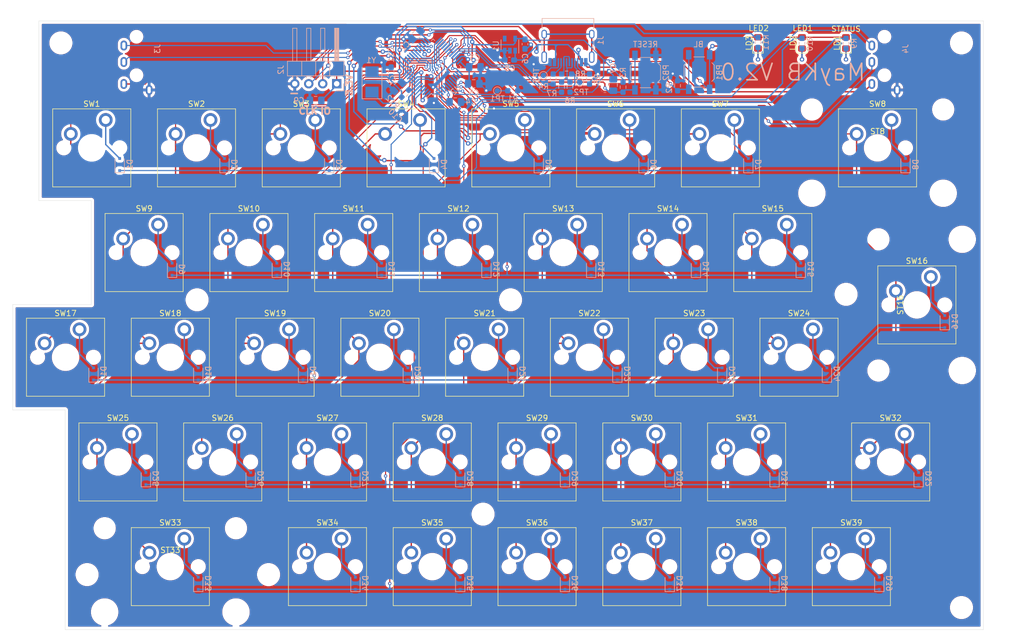
<source format=kicad_pcb>
(kicad_pcb (version 20171130) (host pcbnew 5.1.10)
  (layers (0 F.Cu signal) (31 B.Cu signal) (34 B.Paste user) (35 F.Paste user) (36 B.SilkS user) (37 F.SilkS user) (38 B.Mask user) (39 F.Mask user) (44 Edge.Cuts user))
  (net 0 "")
  (net 1 COL0)
  (net 2 COL1)
  (net 3 COL2)
  (net 4 COL3)
  (net 5 COL4)
  (net 6 COL5)
  (net 7 COL6)
  (net 8 COL7)
  (net 9 COL8)
  (net 10 N$1)
  (net 11 N$10)
  (net 12 N$11)
  (net 13 N$12)
  (net 14 N$13)
  (net 15 N$14)
  (net 16 N$15)
  (net 17 N$16)
  (net 18 N$17)
  (net 19 N$18)
  (net 20 N$19)
  (net 21 N$2)
  (net 22 N$20)
  (net 23 N$21)
  (net 24 N$22)
  (net 25 N$23)
  (net 26 N$24)
  (net 27 N$25)
  (net 28 N$26)
  (net 29 N$27)
  (net 30 N$28)
  (net 31 N$29)
  (net 32 N$3)
  (net 33 N$30)
  (net 34 N$31)
  (net 35 N$32)
  (net 36 N$33)
  (net 37 N$34)
  (net 38 N$35)
  (net 39 N$36)
  (net 40 N$37)
  (net 41 N$38)
  (net 42 N$39)
  (net 43 N$4)
  (net 44 N$5)
  (net 45 N$6)
  (net 46 N$7)
  (net 47 N$8)
  (net 48 N$9)
  (net 49 ROW0)
  (net 50 ROW1)
  (net 51 ROW2)
  (net 52 ROW3)
  (net 53 ROW4)
  (net 54 +3V3)
  (net 55 GND)
  (net 56 /NRST)
  (net 57 +5V)
  (net 58 /OSCIN)
  (net 59 "Net-(C11-Pad2)")
  (net 60 "Net-(J1-PadS1)")
  (net 61 /USBDP)
  (net 62 "Net-(J1-PadB5)")
  (net 63 "Net-(J1-PadA8)")
  (net 64 /USBDM)
  (net 65 "Net-(J1-PadA5)")
  (net 66 "Net-(J1-PadB8)")
  (net 67 /SWDIO)
  (net 68 /SWDCLK)
  (net 69 /BOOT0)
  (net 70 /BOOT1)
  (net 71 /UDP)
  (net 72 /UDM)
  (net 73 /LED_STATUS)
  (net 74 /LED1)
  (net 75 /LED2)
  (net 76 /OSCOUT)
  (net 77 "Net-(U1-Pad4)")
  (net 78 "Net-(U2-Pad2)")
  (net 79 "Net-(U2-Pad14)")
  (net 80 "Net-(U2-Pad15)")
  (net 81 "Net-(U2-Pad19)")
  (net 82 /RIGHT_TX)
  (net 83 /RIGHT_RX)
  (net 84 "Net-(U2-Pad28)")
  (net 85 "Net-(U2-Pad38)")
  (net 86 "Net-(U2-Pad39)")
  (net 87 "Net-(U2-Pad40)")
  (net 88 /LEFT_TX)
  (net 89 /LEFT_RX)
  (net 90 "Net-(U2-Pad46)")
  (net 91 "Net-(LD1-Pad1)")
  (net 92 "Net-(LD2-Pad1)")
  (net 93 "Net-(LD3-Pad1)")
  (module Crystal:Crystal_SMD_5032-2Pin_5.0x3.2mm (layer B.Cu) (at 94.0508 63.436 90)
    (fp_text reference Y1 (at 3.9624 -0.1524 180) (layer B.SilkS) (effects (justify mirror)))
    (fp_text value 8MHz)
    (pad 2 smd rect (at 1.85 0 90) (size 2 2.4) (layers B.Cu B.Paste B.Mask) (net 59 "Net-(C11-Pad2)"))
    (pad 1 smd rect (at -1.85 0 90) (size 2 2.4) (layers B.Cu B.Paste B.Mask) (net 58 /OSCIN))
  )
  (module MountingHole:MountingHole_3.2mm_M3 (layer F.Cu) (at 180.25 102.068)
    (fp_text reference REF** hide)
    (fp_text value MountingHole_3.2mm_M3)
    (pad 1 np_thru_hole circle (at 0 0) (size 3.2 3.2) (drill 3.2) (layers *.Cu *.Mask))
  )
  (module MountingHole:MountingHole_3.2mm_M3 (layer F.Cu) (at 62.25 103.068)
    (fp_text reference REF** hide)
    (fp_text value MountingHole_3.2mm_M3)
    (pad 1 np_thru_hole circle (at 0 0) (size 3.2 3.2) (drill 3.2) (layers *.Cu *.Mask))
  )
  (module MountingHole:MountingHole_3.2mm_M3 (layer F.Cu) (at 114.25 142.068)
    (fp_text reference REF** hide)
    (fp_text value MountingHole_3.2mm_M3)
    (pad 1 np_thru_hole circle (at 0 0) (size 3.2 3.2) (drill 3.2) (layers *.Cu *.Mask))
  )
  (module MountingHole:MountingHole_3.2mm_M3 (layer F.Cu) (at 119.25 103.068)
    (fp_text reference REF** hide)
    (fp_text value MountingHole_3.2mm_M3)
    (pad 1 np_thru_hole circle (at 0 0) (size 3.2 3.2) (drill 3.2) (layers *.Cu *.Mask))
  )
  (module MountingHole:MountingHole_3.2mm_M3 (layer F.Cu) (at 75.25 153.068)
    (fp_text reference REF** hide)
    (fp_text value MountingHole_3.2mm_M3)
    (pad 1 np_thru_hole circle (at 0 0) (size 3.2 3.2) (drill 3.2) (layers *.Cu *.Mask))
  )
  (module MountingHole:MountingHole_3.2mm_M3 (layer F.Cu) (at 42.25 153.068)
    (fp_text reference REF** hide)
    (fp_text value MountingHole_3.2mm_M3)
    (pad 1 np_thru_hole circle (at 0 0) (size 3.2 3.2) (drill 3.2) (layers *.Cu *.Mask))
  )
  (module MountingHole:MountingHole_3.2mm_M3 (layer F.Cu) (at 37.49 56.324)
    (fp_text reference REF** hide)
    (fp_text value MountingHole_3.2mm_M3)
    (pad 1 np_thru_hole circle (at 0 0) (size 3.2 3.2) (drill 3.2) (layers *.Cu *.Mask))
  )
  (module MountingHole:MountingHole_3.2mm_M3 (layer F.Cu) (at 201.232 56.324)
    (fp_text reference REF** hide)
    (fp_text value MountingHole_3.2mm_M3)
    (pad 1 np_thru_hole circle (at 0 0) (size 3.2 3.2) (drill 3.2) (layers *.Cu *.Mask))
  )
  (module MountingHole:MountingHole_3.2mm_M3 (layer F.Cu) (at 201.232 159.068)
    (fp_text reference REF** hide)
    (fp_text value MountingHole_3.2mm_M3)
    (pad 1 np_thru_hole circle (at 0 0) (size 3.2 3.2) (drill 3.2) (layers *.Cu *.Mask))
  )
  (module SW_Cherry_MX_PCB_1.00u (layer F.Cu) (at 52.6225 94.469)
    (fp_text reference SW9 (at 0 -8) (layer F.SilkS))
    (fp_text value SW_Push)
    (pad "" np_thru_hole circle (at 5.08 0) (size 1.75 1.75) (drill 1.75) (layers *.Cu *.Mask))
    (pad "" np_thru_hole circle (at -5.08 0) (size 1.75 1.75) (drill 1.75) (layers *.Cu *.Mask))
    (pad "" np_thru_hole circle (at 0 0) (size 4 4) (drill 4) (layers *.Cu *.Mask))
    (pad 2 thru_hole circle (at 2.54 -5.08) (size 2.5 2.5) (drill 1.5) (layers *.Cu B.Mask) (net 48 N$9))
    (pad 1 thru_hole circle (at -3.81 -2.54) (size 2.5 2.5) (drill 1.5) (layers *.Cu B.Mask) (net 2 COL1))
  )
  (module SW_Cherry_MX_PCB_2.00u (layer F.Cu) (at 185.9725 75.419)
    (fp_text reference SW8 (at 0 -8) (layer F.SilkS))
    (fp_text value SW_Push)
    (pad "" np_thru_hole circle (at 5.08 0) (size 1.75 1.75) (drill 1.75) (layers *.Cu *.Mask))
    (pad "" np_thru_hole circle (at -5.08 0) (size 1.75 1.75) (drill 1.75) (layers *.Cu *.Mask))
    (pad "" np_thru_hole circle (at 0 0) (size 4 4) (drill 4) (layers *.Cu *.Mask))
    (pad 2 thru_hole circle (at 2.54 -5.08) (size 2.5 2.5) (drill 1.5) (layers *.Cu B.Mask) (net 47 N$8))
    (pad 1 thru_hole circle (at -3.81 -2.54) (size 2.5 2.5) (drill 1.5) (layers *.Cu B.Mask) (net 9 COL8))
  )
  (module SW_Cherry_MX_PCB_1.00u (layer F.Cu) (at 157.3975 75.419)
    (fp_text reference SW7 (at 0 -8) (layer F.SilkS))
    (fp_text value SW_Push)
    (pad "" np_thru_hole circle (at 5.08 0) (size 1.75 1.75) (drill 1.75) (layers *.Cu *.Mask))
    (pad "" np_thru_hole circle (at -5.08 0) (size 1.75 1.75) (drill 1.75) (layers *.Cu *.Mask))
    (pad "" np_thru_hole circle (at 0 0) (size 4 4) (drill 4) (layers *.Cu *.Mask))
    (pad 2 thru_hole circle (at 2.54 -5.08) (size 2.5 2.5) (drill 1.5) (layers *.Cu B.Mask) (net 46 N$7))
    (pad 1 thru_hole circle (at -3.81 -2.54) (size 2.5 2.5) (drill 1.5) (layers *.Cu B.Mask) (net 7 COL6))
  )
  (module SW_Cherry_MX_PCB_1.00u (layer F.Cu) (at 138.3475 75.419)
    (fp_text reference SW6 (at 0 -8) (layer F.SilkS))
    (fp_text value SW_Push)
    (pad "" np_thru_hole circle (at 5.08 0) (size 1.75 1.75) (drill 1.75) (layers *.Cu *.Mask))
    (pad "" np_thru_hole circle (at -5.08 0) (size 1.75 1.75) (drill 1.75) (layers *.Cu *.Mask))
    (pad "" np_thru_hole circle (at 0 0) (size 4 4) (drill 4) (layers *.Cu *.Mask))
    (pad 2 thru_hole circle (at 2.54 -5.08) (size 2.5 2.5) (drill 1.5) (layers *.Cu B.Mask) (net 45 N$6))
    (pad 1 thru_hole circle (at -3.81 -2.54) (size 2.5 2.5) (drill 1.5) (layers *.Cu B.Mask) (net 6 COL5))
  )
  (module SW_Cherry_MX_PCB_1.00u (layer F.Cu) (at 119.2975 75.419)
    (fp_text reference SW5 (at 0 -8) (layer F.SilkS))
    (fp_text value SW_Push)
    (pad "" np_thru_hole circle (at 5.08 0) (size 1.75 1.75) (drill 1.75) (layers *.Cu *.Mask))
    (pad "" np_thru_hole circle (at -5.08 0) (size 1.75 1.75) (drill 1.75) (layers *.Cu *.Mask))
    (pad "" np_thru_hole circle (at 0 0) (size 4 4) (drill 4) (layers *.Cu *.Mask))
    (pad 2 thru_hole circle (at 2.54 -5.08) (size 2.5 2.5) (drill 1.5) (layers *.Cu B.Mask) (net 44 N$5))
    (pad 1 thru_hole circle (at -3.81 -2.54) (size 2.5 2.5) (drill 1.5) (layers *.Cu B.Mask) (net 5 COL4))
  )
  (module SW_Cherry_MX_PCB_1.00u (layer F.Cu) (at 100.2475 75.419)
    (fp_text reference SW4 (at 0 -8) (layer F.SilkS))
    (fp_text value SW_Push)
    (pad "" np_thru_hole circle (at 5.08 0) (size 1.75 1.75) (drill 1.75) (layers *.Cu *.Mask))
    (pad "" np_thru_hole circle (at -5.08 0) (size 1.75 1.75) (drill 1.75) (layers *.Cu *.Mask))
    (pad "" np_thru_hole circle (at 0 0) (size 4 4) (drill 4) (layers *.Cu *.Mask))
    (pad 2 thru_hole circle (at 2.54 -5.08) (size 2.5 2.5) (drill 1.5) (layers *.Cu B.Mask) (net 43 N$4))
    (pad 1 thru_hole circle (at -3.81 -2.54) (size 2.5 2.5) (drill 1.5) (layers *.Cu B.Mask) (net 4 COL3))
  )
  (module SW_Cherry_MX_PCB_1.00u (layer F.Cu) (at 181.21 151.619)
    (fp_text reference SW39 (at 0 -8) (layer F.SilkS))
    (fp_text value SW_Push)
    (pad "" np_thru_hole circle (at 5.08 0) (size 1.75 1.75) (drill 1.75) (layers *.Cu *.Mask))
    (pad "" np_thru_hole circle (at -5.08 0) (size 1.75 1.75) (drill 1.75) (layers *.Cu *.Mask))
    (pad "" np_thru_hole circle (at 0 0) (size 4 4) (drill 4) (layers *.Cu *.Mask))
    (pad 2 thru_hole circle (at 2.54 -5.08) (size 2.5 2.5) (drill 1.5) (layers *.Cu B.Mask) (net 42 N$39))
    (pad 1 thru_hole circle (at -3.81 -2.54) (size 2.5 2.5) (drill 1.5) (layers *.Cu B.Mask) (net 9 COL8))
  )
  (module SW_Cherry_MX_PCB_1.00u (layer F.Cu) (at 162.16 151.619)
    (fp_text reference SW38 (at 0 -8) (layer F.SilkS))
    (fp_text value SW_Push)
    (pad "" np_thru_hole circle (at 5.08 0) (size 1.75 1.75) (drill 1.75) (layers *.Cu *.Mask))
    (pad "" np_thru_hole circle (at -5.08 0) (size 1.75 1.75) (drill 1.75) (layers *.Cu *.Mask))
    (pad "" np_thru_hole circle (at 0 0) (size 4 4) (drill 4) (layers *.Cu *.Mask))
    (pad 2 thru_hole circle (at 2.54 -5.08) (size 2.5 2.5) (drill 1.5) (layers *.Cu B.Mask) (net 41 N$38))
    (pad 1 thru_hole circle (at -3.81 -2.54) (size 2.5 2.5) (drill 1.5) (layers *.Cu B.Mask) (net 8 COL7))
  )
  (module SW_Cherry_MX_PCB_1.00u (layer F.Cu) (at 143.11 151.619)
    (fp_text reference SW37 (at 0 -8) (layer F.SilkS))
    (fp_text value SW_Push)
    (pad "" np_thru_hole circle (at 5.08 0) (size 1.75 1.75) (drill 1.75) (layers *.Cu *.Mask))
    (pad "" np_thru_hole circle (at -5.08 0) (size 1.75 1.75) (drill 1.75) (layers *.Cu *.Mask))
    (pad "" np_thru_hole circle (at 0 0) (size 4 4) (drill 4) (layers *.Cu *.Mask))
    (pad 2 thru_hole circle (at 2.54 -5.08) (size 2.5 2.5) (drill 1.5) (layers *.Cu B.Mask) (net 40 N$37))
    (pad 1 thru_hole circle (at -3.81 -2.54) (size 2.5 2.5) (drill 1.5) (layers *.Cu B.Mask) (net 7 COL6))
  )
  (module SW_Cherry_MX_PCB_1.00u (layer F.Cu) (at 124.06 151.619)
    (fp_text reference SW36 (at 0 -8) (layer F.SilkS))
    (fp_text value SW_Push)
    (pad "" np_thru_hole circle (at 5.08 0) (size 1.75 1.75) (drill 1.75) (layers *.Cu *.Mask))
    (pad "" np_thru_hole circle (at -5.08 0) (size 1.75 1.75) (drill 1.75) (layers *.Cu *.Mask))
    (pad "" np_thru_hole circle (at 0 0) (size 4 4) (drill 4) (layers *.Cu *.Mask))
    (pad 2 thru_hole circle (at 2.54 -5.08) (size 2.5 2.5) (drill 1.5) (layers *.Cu B.Mask) (net 39 N$36))
    (pad 1 thru_hole circle (at -3.81 -2.54) (size 2.5 2.5) (drill 1.5) (layers *.Cu B.Mask) (net 6 COL5))
  )
  (module SW_Cherry_MX_PCB_1.00u (layer F.Cu) (at 105.01 151.619)
    (fp_text reference SW35 (at 0 -8) (layer F.SilkS))
    (fp_text value SW_Push)
    (pad "" np_thru_hole circle (at 5.08 0) (size 1.75 1.75) (drill 1.75) (layers *.Cu *.Mask))
    (pad "" np_thru_hole circle (at -5.08 0) (size 1.75 1.75) (drill 1.75) (layers *.Cu *.Mask))
    (pad "" np_thru_hole circle (at 0 0) (size 4 4) (drill 4) (layers *.Cu *.Mask))
    (pad 2 thru_hole circle (at 2.54 -5.08) (size 2.5 2.5) (drill 1.5) (layers *.Cu B.Mask) (net 38 N$35))
    (pad 1 thru_hole circle (at -3.81 -2.54) (size 2.5 2.5) (drill 1.5) (layers *.Cu B.Mask) (net 5 COL4))
  )
  (module SW_Cherry_MX_PCB_1.00u (layer F.Cu) (at 85.96 151.619)
    (fp_text reference SW34 (at 0 -8) (layer F.SilkS))
    (fp_text value SW_Push)
    (pad "" np_thru_hole circle (at 5.08 0) (size 1.75 1.75) (drill 1.75) (layers *.Cu *.Mask))
    (pad "" np_thru_hole circle (at -5.08 0) (size 1.75 1.75) (drill 1.75) (layers *.Cu *.Mask))
    (pad "" np_thru_hole circle (at 0 0) (size 4 4) (drill 4) (layers *.Cu *.Mask))
    (pad 2 thru_hole circle (at 2.54 -5.08) (size 2.5 2.5) (drill 1.5) (layers *.Cu B.Mask) (net 37 N$34))
    (pad 1 thru_hole circle (at -3.81 -2.54) (size 2.5 2.5) (drill 1.5) (layers *.Cu B.Mask) (net 4 COL3))
  )
  (module SW_Cherry_MX_PCB_2.00u (layer F.Cu) (at 57.385 151.619)
    (fp_text reference SW33 (at 0 -8) (layer F.SilkS))
    (fp_text value SW_Push)
    (pad "" np_thru_hole circle (at 5.08 0) (size 1.75 1.75) (drill 1.75) (layers *.Cu *.Mask))
    (pad "" np_thru_hole circle (at -5.08 0) (size 1.75 1.75) (drill 1.75) (layers *.Cu *.Mask))
    (pad "" np_thru_hole circle (at 0 0) (size 4 4) (drill 4) (layers *.Cu *.Mask))
    (pad 2 thru_hole circle (at 2.54 -5.08) (size 2.5 2.5) (drill 1.5) (layers *.Cu B.Mask) (net 36 N$33))
    (pad 1 thru_hole circle (at -3.81 -2.54) (size 2.5 2.5) (drill 1.5) (layers *.Cu B.Mask) (net 2 COL1))
  )
  (module SW_Cherry_MX_PCB_1.75u (layer F.Cu) (at 188.35375 132.569)
    (fp_text reference SW32 (at 0 -8) (layer F.SilkS))
    (fp_text value SW_Push)
    (pad "" np_thru_hole circle (at 5.08 0) (size 1.75 1.75) (drill 1.75) (layers *.Cu *.Mask))
    (pad "" np_thru_hole circle (at -5.08 0) (size 1.75 1.75) (drill 1.75) (layers *.Cu *.Mask))
    (pad "" np_thru_hole circle (at 0 0) (size 4 4) (drill 4) (layers *.Cu *.Mask))
    (pad 2 thru_hole circle (at 2.54 -5.08) (size 2.5 2.5) (drill 1.5) (layers *.Cu B.Mask) (net 35 N$32))
    (pad 1 thru_hole circle (at -3.81 -2.54) (size 2.5 2.5) (drill 1.5) (layers *.Cu B.Mask) (net 9 COL8))
  )
  (module SW_Cherry_MX_PCB_1.00u (layer F.Cu) (at 162.16 132.569)
    (fp_text reference SW31 (at 0 -8) (layer F.SilkS))
    (fp_text value SW_Push)
    (pad "" np_thru_hole circle (at 5.08 0) (size 1.75 1.75) (drill 1.75) (layers *.Cu *.Mask))
    (pad "" np_thru_hole circle (at -5.08 0) (size 1.75 1.75) (drill 1.75) (layers *.Cu *.Mask))
    (pad "" np_thru_hole circle (at 0 0) (size 4 4) (drill 4) (layers *.Cu *.Mask))
    (pad 2 thru_hole circle (at 2.54 -5.08) (size 2.5 2.5) (drill 1.5) (layers *.Cu B.Mask) (net 34 N$31))
    (pad 1 thru_hole circle (at -3.81 -2.54) (size 2.5 2.5) (drill 1.5) (layers *.Cu B.Mask) (net 8 COL7))
  )
  (module SW_Cherry_MX_PCB_1.00u (layer F.Cu) (at 143.11 132.569)
    (fp_text reference SW30 (at 0 -8) (layer F.SilkS))
    (fp_text value SW_Push)
    (pad "" np_thru_hole circle (at 5.08 0) (size 1.75 1.75) (drill 1.75) (layers *.Cu *.Mask))
    (pad "" np_thru_hole circle (at -5.08 0) (size 1.75 1.75) (drill 1.75) (layers *.Cu *.Mask))
    (pad "" np_thru_hole circle (at 0 0) (size 4 4) (drill 4) (layers *.Cu *.Mask))
    (pad 2 thru_hole circle (at 2.54 -5.08) (size 2.5 2.5) (drill 1.5) (layers *.Cu B.Mask) (net 33 N$30))
    (pad 1 thru_hole circle (at -3.81 -2.54) (size 2.5 2.5) (drill 1.5) (layers *.Cu B.Mask) (net 7 COL6))
  )
  (module SW_Cherry_MX_PCB_1.00u (layer F.Cu) (at 81.1975 75.419)
    (fp_text reference SW3 (at 0 -8) (layer F.SilkS))
    (fp_text value SW_Push)
    (pad "" np_thru_hole circle (at 5.08 0) (size 1.75 1.75) (drill 1.75) (layers *.Cu *.Mask))
    (pad "" np_thru_hole circle (at -5.08 0) (size 1.75 1.75) (drill 1.75) (layers *.Cu *.Mask))
    (pad "" np_thru_hole circle (at 0 0) (size 4 4) (drill 4) (layers *.Cu *.Mask))
    (pad 2 thru_hole circle (at 2.54 -5.08) (size 2.5 2.5) (drill 1.5) (layers *.Cu B.Mask) (net 32 N$3))
    (pad 1 thru_hole circle (at -3.81 -2.54) (size 2.5 2.5) (drill 1.5) (layers *.Cu B.Mask) (net 3 COL2))
  )
  (module SW_Cherry_MX_PCB_1.00u (layer F.Cu) (at 124.06 132.569)
    (fp_text reference SW29 (at 0 -8) (layer F.SilkS))
    (fp_text value SW_Push)
    (pad "" np_thru_hole circle (at 5.08 0) (size 1.75 1.75) (drill 1.75) (layers *.Cu *.Mask))
    (pad "" np_thru_hole circle (at -5.08 0) (size 1.75 1.75) (drill 1.75) (layers *.Cu *.Mask))
    (pad "" np_thru_hole circle (at 0 0) (size 4 4) (drill 4) (layers *.Cu *.Mask))
    (pad 2 thru_hole circle (at 2.54 -5.08) (size 2.5 2.5) (drill 1.5) (layers *.Cu B.Mask) (net 31 N$29))
    (pad 1 thru_hole circle (at -3.81 -2.54) (size 2.5 2.5) (drill 1.5) (layers *.Cu B.Mask) (net 6 COL5))
  )
  (module SW_Cherry_MX_PCB_1.00u (layer F.Cu) (at 105.01 132.569)
    (fp_text reference SW28 (at 0 -8) (layer F.SilkS))
    (fp_text value SW_Push)
    (pad "" np_thru_hole circle (at 5.08 0) (size 1.75 1.75) (drill 1.75) (layers *.Cu *.Mask))
    (pad "" np_thru_hole circle (at -5.08 0) (size 1.75 1.75) (drill 1.75) (layers *.Cu *.Mask))
    (pad "" np_thru_hole circle (at 0 0) (size 4 4) (drill 4) (layers *.Cu *.Mask))
    (pad 2 thru_hole circle (at 2.54 -5.08) (size 2.5 2.5) (drill 1.5) (layers *.Cu B.Mask) (net 30 N$28))
    (pad 1 thru_hole circle (at -3.81 -2.54) (size 2.5 2.5) (drill 1.5) (layers *.Cu B.Mask) (net 5 COL4))
  )
  (module SW_Cherry_MX_PCB_1.00u (layer F.Cu) (at 85.96 132.569)
    (fp_text reference SW27 (at 0 -8) (layer F.SilkS))
    (fp_text value SW_Push)
    (pad "" np_thru_hole circle (at 5.08 0) (size 1.75 1.75) (drill 1.75) (layers *.Cu *.Mask))
    (pad "" np_thru_hole circle (at -5.08 0) (size 1.75 1.75) (drill 1.75) (layers *.Cu *.Mask))
    (pad "" np_thru_hole circle (at 0 0) (size 4 4) (drill 4) (layers *.Cu *.Mask))
    (pad 2 thru_hole circle (at 2.54 -5.08) (size 2.5 2.5) (drill 1.5) (layers *.Cu B.Mask) (net 29 N$27))
    (pad 1 thru_hole circle (at -3.81 -2.54) (size 2.5 2.5) (drill 1.5) (layers *.Cu B.Mask) (net 4 COL3))
  )
  (module SW_Cherry_MX_PCB_1.00u (layer F.Cu) (at 66.91 132.569)
    (fp_text reference SW26 (at 0 -8) (layer F.SilkS))
    (fp_text value SW_Push)
    (pad "" np_thru_hole circle (at 5.08 0) (size 1.75 1.75) (drill 1.75) (layers *.Cu *.Mask))
    (pad "" np_thru_hole circle (at -5.08 0) (size 1.75 1.75) (drill 1.75) (layers *.Cu *.Mask))
    (pad "" np_thru_hole circle (at 0 0) (size 4 4) (drill 4) (layers *.Cu *.Mask))
    (pad 2 thru_hole circle (at 2.54 -5.08) (size 2.5 2.5) (drill 1.5) (layers *.Cu B.Mask) (net 28 N$26))
    (pad 1 thru_hole circle (at -3.81 -2.54) (size 2.5 2.5) (drill 1.5) (layers *.Cu B.Mask) (net 3 COL2))
  )
  (module SW_Cherry_MX_PCB_1.00u (layer F.Cu) (at 47.86 132.569)
    (fp_text reference SW25 (at 0 -8) (layer F.SilkS))
    (fp_text value SW_Push)
    (pad "" np_thru_hole circle (at 5.08 0) (size 1.75 1.75) (drill 1.75) (layers *.Cu *.Mask))
    (pad "" np_thru_hole circle (at -5.08 0) (size 1.75 1.75) (drill 1.75) (layers *.Cu *.Mask))
    (pad "" np_thru_hole circle (at 0 0) (size 4 4) (drill 4) (layers *.Cu *.Mask))
    (pad 2 thru_hole circle (at 2.54 -5.08) (size 2.5 2.5) (drill 1.5) (layers *.Cu B.Mask) (net 27 N$25))
    (pad 1 thru_hole circle (at -3.81 -2.54) (size 2.5 2.5) (drill 1.5) (layers *.Cu B.Mask) (net 2 COL1))
  )
  (module SW_Cherry_MX_PCB_1.00u (layer F.Cu) (at 171.685 113.519)
    (fp_text reference SW24 (at 0 -8) (layer F.SilkS))
    (fp_text value SW_Push)
    (pad "" np_thru_hole circle (at 5.08 0) (size 1.75 1.75) (drill 1.75) (layers *.Cu *.Mask))
    (pad "" np_thru_hole circle (at -5.08 0) (size 1.75 1.75) (drill 1.75) (layers *.Cu *.Mask))
    (pad "" np_thru_hole circle (at 0 0) (size 4 4) (drill 4) (layers *.Cu *.Mask))
    (pad 2 thru_hole circle (at 2.54 -5.08) (size 2.5 2.5) (drill 1.5) (layers *.Cu B.Mask) (net 26 N$24))
    (pad 1 thru_hole circle (at -3.81 -2.54) (size 2.5 2.5) (drill 1.5) (layers *.Cu B.Mask) (net 8 COL7))
  )
  (module SW_Cherry_MX_PCB_1.00u (layer F.Cu) (at 152.635 113.519)
    (fp_text reference SW23 (at 0 -8) (layer F.SilkS))
    (fp_text value SW_Push)
    (pad "" np_thru_hole circle (at 5.08 0) (size 1.75 1.75) (drill 1.75) (layers *.Cu *.Mask))
    (pad "" np_thru_hole circle (at -5.08 0) (size 1.75 1.75) (drill 1.75) (layers *.Cu *.Mask))
    (pad "" np_thru_hole circle (at 0 0) (size 4 4) (drill 4) (layers *.Cu *.Mask))
    (pad 2 thru_hole circle (at 2.54 -5.08) (size 2.5 2.5) (drill 1.5) (layers *.Cu B.Mask) (net 25 N$23))
    (pad 1 thru_hole circle (at -3.81 -2.54) (size 2.5 2.5) (drill 1.5) (layers *.Cu B.Mask) (net 7 COL6))
  )
  (module SW_Cherry_MX_PCB_1.00u (layer F.Cu) (at 133.585 113.519)
    (fp_text reference SW22 (at 0 -8) (layer F.SilkS))
    (fp_text value SW_Push)
    (pad "" np_thru_hole circle (at 5.08 0) (size 1.75 1.75) (drill 1.75) (layers *.Cu *.Mask))
    (pad "" np_thru_hole circle (at -5.08 0) (size 1.75 1.75) (drill 1.75) (layers *.Cu *.Mask))
    (pad "" np_thru_hole circle (at 0 0) (size 4 4) (drill 4) (layers *.Cu *.Mask))
    (pad 2 thru_hole circle (at 2.54 -5.08) (size 2.5 2.5) (drill 1.5) (layers *.Cu B.Mask) (net 24 N$22))
    (pad 1 thru_hole circle (at -3.81 -2.54) (size 2.5 2.5) (drill 1.5) (layers *.Cu B.Mask) (net 6 COL5))
  )
  (module SW_Cherry_MX_PCB_1.00u (layer F.Cu) (at 114.535 113.519)
    (fp_text reference SW21 (at 0 -8) (layer F.SilkS))
    (fp_text value SW_Push)
    (pad "" np_thru_hole circle (at 5.08 0) (size 1.75 1.75) (drill 1.75) (layers *.Cu *.Mask))
    (pad "" np_thru_hole circle (at -5.08 0) (size 1.75 1.75) (drill 1.75) (layers *.Cu *.Mask))
    (pad "" np_thru_hole circle (at 0 0) (size 4 4) (drill 4) (layers *.Cu *.Mask))
    (pad 2 thru_hole circle (at 2.54 -5.08) (size 2.5 2.5) (drill 1.5) (layers *.Cu B.Mask) (net 23 N$21))
    (pad 1 thru_hole circle (at -3.81 -2.54) (size 2.5 2.5) (drill 1.5) (layers *.Cu B.Mask) (net 5 COL4))
  )
  (module SW_Cherry_MX_PCB_1.00u (layer F.Cu) (at 95.485 113.519)
    (fp_text reference SW20 (at 0 -8) (layer F.SilkS))
    (fp_text value SW_Push)
    (pad "" np_thru_hole circle (at 5.08 0) (size 1.75 1.75) (drill 1.75) (layers *.Cu *.Mask))
    (pad "" np_thru_hole circle (at -5.08 0) (size 1.75 1.75) (drill 1.75) (layers *.Cu *.Mask))
    (pad "" np_thru_hole circle (at 0 0) (size 4 4) (drill 4) (layers *.Cu *.Mask))
    (pad 2 thru_hole circle (at 2.54 -5.08) (size 2.5 2.5) (drill 1.5) (layers *.Cu B.Mask) (net 22 N$20))
    (pad 1 thru_hole circle (at -3.81 -2.54) (size 2.5 2.5) (drill 1.5) (layers *.Cu B.Mask) (net 4 COL3))
  )
  (module SW_Cherry_MX_PCB_1.00u (layer F.Cu) (at 62.1475 75.419)
    (fp_text reference SW2 (at 0 -8) (layer F.SilkS))
    (fp_text value SW_Push)
    (pad "" np_thru_hole circle (at 5.08 0) (size 1.75 1.75) (drill 1.75) (layers *.Cu *.Mask))
    (pad "" np_thru_hole circle (at -5.08 0) (size 1.75 1.75) (drill 1.75) (layers *.Cu *.Mask))
    (pad "" np_thru_hole circle (at 0 0) (size 4 4) (drill 4) (layers *.Cu *.Mask))
    (pad 2 thru_hole circle (at 2.54 -5.08) (size 2.5 2.5) (drill 1.5) (layers *.Cu B.Mask) (net 21 N$2))
    (pad 1 thru_hole circle (at -3.81 -2.54) (size 2.5 2.5) (drill 1.5) (layers *.Cu B.Mask) (net 2 COL1))
  )
  (module SW_Cherry_MX_PCB_1.00u (layer F.Cu) (at 76.435 113.519)
    (fp_text reference SW19 (at 0 -8) (layer F.SilkS))
    (fp_text value SW_Push)
    (pad "" np_thru_hole circle (at 5.08 0) (size 1.75 1.75) (drill 1.75) (layers *.Cu *.Mask))
    (pad "" np_thru_hole circle (at -5.08 0) (size 1.75 1.75) (drill 1.75) (layers *.Cu *.Mask))
    (pad "" np_thru_hole circle (at 0 0) (size 4 4) (drill 4) (layers *.Cu *.Mask))
    (pad 2 thru_hole circle (at 2.54 -5.08) (size 2.5 2.5) (drill 1.5) (layers *.Cu B.Mask) (net 20 N$19))
    (pad 1 thru_hole circle (at -3.81 -2.54) (size 2.5 2.5) (drill 1.5) (layers *.Cu B.Mask) (net 3 COL2))
  )
  (module SW_Cherry_MX_PCB_1.00u (layer F.Cu) (at 57.385 113.519)
    (fp_text reference SW18 (at 0 -8) (layer F.SilkS))
    (fp_text value SW_Push)
    (pad "" np_thru_hole circle (at 5.08 0) (size 1.75 1.75) (drill 1.75) (layers *.Cu *.Mask))
    (pad "" np_thru_hole circle (at -5.08 0) (size 1.75 1.75) (drill 1.75) (layers *.Cu *.Mask))
    (pad "" np_thru_hole circle (at 0 0) (size 4 4) (drill 4) (layers *.Cu *.Mask))
    (pad 2 thru_hole circle (at 2.54 -5.08) (size 2.5 2.5) (drill 1.5) (layers *.Cu B.Mask) (net 19 N$18))
    (pad 1 thru_hole circle (at -3.81 -2.54) (size 2.5 2.5) (drill 1.5) (layers *.Cu B.Mask) (net 2 COL1))
  )
  (module SW_Cherry_MX_PCB_1.00u (layer F.Cu) (at 38.335 113.519)
    (fp_text reference SW17 (at 0 -8) (layer F.SilkS))
    (fp_text value SW_Push)
    (pad "" np_thru_hole circle (at 5.08 0) (size 1.75 1.75) (drill 1.75) (layers *.Cu *.Mask))
    (pad "" np_thru_hole circle (at -5.08 0) (size 1.75 1.75) (drill 1.75) (layers *.Cu *.Mask))
    (pad "" np_thru_hole circle (at 0 0) (size 4 4) (drill 4) (layers *.Cu *.Mask))
    (pad 2 thru_hole circle (at 2.54 -5.08) (size 2.5 2.5) (drill 1.5) (layers *.Cu B.Mask) (net 18 N$17))
    (pad 1 thru_hole circle (at -3.81 -2.54) (size 2.5 2.5) (drill 1.5) (layers *.Cu B.Mask) (net 1 COL0))
  )
  (module SW_Cherry_MX_PCB_ISOEnter (layer F.Cu) (at 193.11625 103.994)
    (fp_text reference SW16 (at 0 -8) (layer F.SilkS))
    (fp_text value SW_Push)
    (pad "" np_thru_hole circle (at 5.08 0) (size 1.75 1.75) (drill 1.75) (layers *.Cu *.Mask))
    (pad "" np_thru_hole circle (at -5.08 0) (size 1.75 1.75) (drill 1.75) (layers *.Cu *.Mask))
    (pad "" np_thru_hole circle (at 0 0) (size 4 4) (drill 4) (layers *.Cu *.Mask))
    (pad 2 thru_hole circle (at 2.54 -5.08) (size 2.5 2.5) (drill 1.5) (layers *.Cu B.Mask) (net 17 N$16))
    (pad 1 thru_hole circle (at -3.81 -2.54) (size 2.5 2.5) (drill 1.5) (layers *.Cu B.Mask) (net 9 COL8))
  )
  (module SW_Cherry_MX_PCB_1.00u (layer F.Cu) (at 166.9225 94.469)
    (fp_text reference SW15 (at 0 -8) (layer F.SilkS))
    (fp_text value SW_Push)
    (pad "" np_thru_hole circle (at 5.08 0) (size 1.75 1.75) (drill 1.75) (layers *.Cu *.Mask))
    (pad "" np_thru_hole circle (at -5.08 0) (size 1.75 1.75) (drill 1.75) (layers *.Cu *.Mask))
    (pad "" np_thru_hole circle (at 0 0) (size 4 4) (drill 4) (layers *.Cu *.Mask))
    (pad 2 thru_hole circle (at 2.54 -5.08) (size 2.5 2.5) (drill 1.5) (layers *.Cu B.Mask) (net 16 N$15))
    (pad 1 thru_hole circle (at -3.81 -2.54) (size 2.5 2.5) (drill 1.5) (layers *.Cu B.Mask) (net 8 COL7))
  )
  (module SW_Cherry_MX_PCB_1.00u (layer F.Cu) (at 147.8725 94.469)
    (fp_text reference SW14 (at 0 -8) (layer F.SilkS))
    (fp_text value SW_Push)
    (pad "" np_thru_hole circle (at 5.08 0) (size 1.75 1.75) (drill 1.75) (layers *.Cu *.Mask))
    (pad "" np_thru_hole circle (at -5.08 0) (size 1.75 1.75) (drill 1.75) (layers *.Cu *.Mask))
    (pad "" np_thru_hole circle (at 0 0) (size 4 4) (drill 4) (layers *.Cu *.Mask))
    (pad 2 thru_hole circle (at 2.54 -5.08) (size 2.5 2.5) (drill 1.5) (layers *.Cu B.Mask) (net 15 N$14))
    (pad 1 thru_hole circle (at -3.81 -2.54) (size 2.5 2.5) (drill 1.5) (layers *.Cu B.Mask) (net 7 COL6))
  )
  (module SW_Cherry_MX_PCB_1.00u (layer F.Cu) (at 128.8225 94.469)
    (fp_text reference SW13 (at 0 -8) (layer F.SilkS))
    (fp_text value SW_Push)
    (pad "" np_thru_hole circle (at 5.08 0) (size 1.75 1.75) (drill 1.75) (layers *.Cu *.Mask))
    (pad "" np_thru_hole circle (at -5.08 0) (size 1.75 1.75) (drill 1.75) (layers *.Cu *.Mask))
    (pad "" np_thru_hole circle (at 0 0) (size 4 4) (drill 4) (layers *.Cu *.Mask))
    (pad 2 thru_hole circle (at 2.54 -5.08) (size 2.5 2.5) (drill 1.5) (layers *.Cu B.Mask) (net 14 N$13))
    (pad 1 thru_hole circle (at -3.81 -2.54) (size 2.5 2.5) (drill 1.5) (layers *.Cu B.Mask) (net 6 COL5))
  )
  (module SW_Cherry_MX_PCB_1.00u (layer F.Cu) (at 109.7725 94.469)
    (fp_text reference SW12 (at 0 -8) (layer F.SilkS))
    (fp_text value SW_Push)
    (pad "" np_thru_hole circle (at 5.08 0) (size 1.75 1.75) (drill 1.75) (layers *.Cu *.Mask))
    (pad "" np_thru_hole circle (at -5.08 0) (size 1.75 1.75) (drill 1.75) (layers *.Cu *.Mask))
    (pad "" np_thru_hole circle (at 0 0) (size 4 4) (drill 4) (layers *.Cu *.Mask))
    (pad 2 thru_hole circle (at 2.54 -5.08) (size 2.5 2.5) (drill 1.5) (layers *.Cu B.Mask) (net 13 N$12))
    (pad 1 thru_hole circle (at -3.81 -2.54) (size 2.5 2.5) (drill 1.5) (layers *.Cu B.Mask) (net 5 COL4))
  )
  (module SW_Cherry_MX_PCB_1.00u (layer F.Cu) (at 90.7225 94.469)
    (fp_text reference SW11 (at 0 -8) (layer F.SilkS))
    (fp_text value SW_Push)
    (pad "" np_thru_hole circle (at 5.08 0) (size 1.75 1.75) (drill 1.75) (layers *.Cu *.Mask))
    (pad "" np_thru_hole circle (at -5.08 0) (size 1.75 1.75) (drill 1.75) (layers *.Cu *.Mask))
    (pad "" np_thru_hole circle (at 0 0) (size 4 4) (drill 4) (layers *.Cu *.Mask))
    (pad 2 thru_hole circle (at 2.54 -5.08) (size 2.5 2.5) (drill 1.5) (layers *.Cu B.Mask) (net 12 N$11))
    (pad 1 thru_hole circle (at -3.81 -2.54) (size 2.5 2.5) (drill 1.5) (layers *.Cu B.Mask) (net 4 COL3))
  )
  (module SW_Cherry_MX_PCB_1.00u (layer F.Cu) (at 71.6725 94.469)
    (fp_text reference SW10 (at 0 -8) (layer F.SilkS))
    (fp_text value SW_Push)
    (pad "" np_thru_hole circle (at 5.08 0) (size 1.75 1.75) (drill 1.75) (layers *.Cu *.Mask))
    (pad "" np_thru_hole circle (at -5.08 0) (size 1.75 1.75) (drill 1.75) (layers *.Cu *.Mask))
    (pad "" np_thru_hole circle (at 0 0) (size 4 4) (drill 4) (layers *.Cu *.Mask))
    (pad 2 thru_hole circle (at 2.54 -5.08) (size 2.5 2.5) (drill 1.5) (layers *.Cu B.Mask) (net 11 N$10))
    (pad 1 thru_hole circle (at -3.81 -2.54) (size 2.5 2.5) (drill 1.5) (layers *.Cu B.Mask) (net 3 COL2))
  )
  (module SW_Cherry_MX_PCB_1.00u (layer F.Cu) (at 43.0975 75.419)
    (fp_text reference SW1 (at 0 -8) (layer F.SilkS))
    (fp_text value SW_Push)
    (pad "" np_thru_hole circle (at 5.08 0) (size 1.75 1.75) (drill 1.75) (layers *.Cu *.Mask))
    (pad "" np_thru_hole circle (at -5.08 0) (size 1.75 1.75) (drill 1.75) (layers *.Cu *.Mask))
    (pad "" np_thru_hole circle (at 0 0) (size 4 4) (drill 4) (layers *.Cu *.Mask))
    (pad 2 thru_hole circle (at 2.54 -5.08) (size 2.5 2.5) (drill 1.5) (layers *.Cu B.Mask) (net 10 N$1))
    (pad 1 thru_hole circle (at -3.81 -2.54) (size 2.5 2.5) (drill 1.5) (layers *.Cu B.Mask) (net 1 COL0))
  )
  (module Stabilizer_Cherry_MX_2u (layer F.Cu) (at 185.9725 75.419)
    (fp_text reference ST8 (at 0 -3) (layer F.SilkS))
    (fp_text value MountingHole)
    (pad ~ np_thru_hole circle (at 11.938 -6.985) (size 3.048 3.048) (drill 3.048) (layers *.Cu *.Mask))
    (pad ~ np_thru_hole circle (at -11.938 -6.985) (size 3.048 3.048) (drill 3.048) (layers *.Cu *.Mask))
    (pad ~ np_thru_hole circle (at 11.938 8.255) (size 3.9878 3.9878) (drill 3.9878) (layers *.Cu *.Mask))
    (pad ~ np_thru_hole circle (at -11.938 8.255) (size 3.9878 3.9878) (drill 3.9878) (layers *.Cu *.Mask))
  )
  (module Stabilizer_Cherry_MX_2u (layer F.Cu) (at 57.385 151.619)
    (fp_text reference ST33 (at 0 -3) (layer F.SilkS))
    (fp_text value MountingHole)
    (pad ~ np_thru_hole circle (at 11.938 -6.985) (size 3.048 3.048) (drill 3.048) (layers *.Cu *.Mask))
    (pad ~ np_thru_hole circle (at -11.938 -6.985) (size 3.048 3.048) (drill 3.048) (layers *.Cu *.Mask))
    (pad ~ np_thru_hole circle (at 11.938 8.255) (size 3.9878 3.9878) (drill 3.9878) (layers *.Cu *.Mask))
    (pad ~ np_thru_hole circle (at -11.938 8.255) (size 3.9878 3.9878) (drill 3.9878) (layers *.Cu *.Mask))
  )
  (module Stabilizer_Cherry_MX_2u (layer F.Cu) (at 193.11625 103.994 90)
    (fp_text reference ST16 (at 0 -3 90) (layer F.SilkS))
    (fp_text value MountingHole)
    (pad ~ np_thru_hole circle (at 11.938 -6.985 90) (size 3.048 3.048) (drill 3.048) (layers *.Cu *.Mask))
    (pad ~ np_thru_hole circle (at -11.938 -6.985 90) (size 3.048 3.048) (drill 3.048) (layers *.Cu *.Mask))
    (pad ~ np_thru_hole circle (at 11.938 8.255 90) (size 3.9878 3.9878) (drill 3.9878) (layers *.Cu *.Mask))
    (pad ~ np_thru_hole circle (at -11.938 8.255 90) (size 3.9878 3.9878) (drill 3.9878) (layers *.Cu *.Mask))
  )
  (module D_SOD-323F (layer B.Cu) (at 57.7025 97.499 90)
    (fp_text reference D9 (at 0 1.85 90) (layer B.SilkS) (effects (justify mirror)))
    (fp_text value D)
    (pad 2 smd rect (at 1.1 0 90) (size 0.5 0.5) (layers B.Cu B.Paste B.Mask) (net 48 N$9))
    (pad 1 smd rect (at -1.1 0 90) (size 0.5 0.5) (layers B.Cu B.Paste B.Mask) (net 50 ROW1))
  )
  (module D_SOD-323F (layer B.Cu) (at 191.0525 78.449 90)
    (fp_text reference D8 (at 0 1.85 90) (layer B.SilkS) (effects (justify mirror)))
    (fp_text value D)
    (pad 2 smd rect (at 1.1 0 90) (size 0.5 0.5) (layers B.Cu B.Paste B.Mask) (net 47 N$8))
    (pad 1 smd rect (at -1.1 0 90) (size 0.5 0.5) (layers B.Cu B.Paste B.Mask) (net 49 ROW0))
  )
  (module D_SOD-323F (layer B.Cu) (at 162.4775 78.449 90)
    (fp_text reference D7 (at 0 1.85 90) (layer B.SilkS) (effects (justify mirror)))
    (fp_text value D)
    (pad 2 smd rect (at 1.1 0 90) (size 0.5 0.5) (layers B.Cu B.Paste B.Mask) (net 46 N$7))
    (pad 1 smd rect (at -1.1 0 90) (size 0.5 0.5) (layers B.Cu B.Paste B.Mask) (net 49 ROW0))
  )
  (module D_SOD-323F (layer B.Cu) (at 143.4275 78.449 90)
    (fp_text reference D6 (at 0 1.85 90) (layer B.SilkS) (effects (justify mirror)))
    (fp_text value D)
    (pad 2 smd rect (at 1.1 0 90) (size 0.5 0.5) (layers B.Cu B.Paste B.Mask) (net 45 N$6))
    (pad 1 smd rect (at -1.1 0 90) (size 0.5 0.5) (layers B.Cu B.Paste B.Mask) (net 49 ROW0))
  )
  (module D_SOD-323F (layer B.Cu) (at 124.3775 78.449 90)
    (fp_text reference D5 (at 0 1.85 90) (layer B.SilkS) (effects (justify mirror)))
    (fp_text value D)
    (pad 2 smd rect (at 1.1 0 90) (size 0.5 0.5) (layers B.Cu B.Paste B.Mask) (net 44 N$5))
    (pad 1 smd rect (at -1.1 0 90) (size 0.5 0.5) (layers B.Cu B.Paste B.Mask) (net 49 ROW0))
  )
  (module D_SOD-323F (layer B.Cu) (at 105.3275 78.449 90)
    (fp_text reference D4 (at 0 1.85 90) (layer B.SilkS) (effects (justify mirror)))
    (fp_text value D)
    (pad 2 smd rect (at 1.1 0 90) (size 0.5 0.5) (layers B.Cu B.Paste B.Mask) (net 43 N$4))
    (pad 1 smd rect (at -1.1 0 90) (size 0.5 0.5) (layers B.Cu B.Paste B.Mask) (net 49 ROW0))
  )
  (module D_SOD-323F (layer B.Cu) (at 186.29 154.649 90)
    (fp_text reference D39 (at 0 1.85 90) (layer B.SilkS) (effects (justify mirror)))
    (fp_text value D)
    (pad 2 smd rect (at 1.1 0 90) (size 0.5 0.5) (layers B.Cu B.Paste B.Mask) (net 42 N$39))
    (pad 1 smd rect (at -1.1 0 90) (size 0.5 0.5) (layers B.Cu B.Paste B.Mask) (net 53 ROW4))
  )
  (module D_SOD-323F (layer B.Cu) (at 167.24 154.649 90)
    (fp_text reference D38 (at 0 1.85 90) (layer B.SilkS) (effects (justify mirror)))
    (fp_text value D)
    (pad 2 smd rect (at 1.1 0 90) (size 0.5 0.5) (layers B.Cu B.Paste B.Mask) (net 41 N$38))
    (pad 1 smd rect (at -1.1 0 90) (size 0.5 0.5) (layers B.Cu B.Paste B.Mask) (net 53 ROW4))
  )
  (module D_SOD-323F (layer B.Cu) (at 148.19 154.649 90)
    (fp_text reference D37 (at 0 1.85 90) (layer B.SilkS) (effects (justify mirror)))
    (fp_text value D)
    (pad 2 smd rect (at 1.1 0 90) (size 0.5 0.5) (layers B.Cu B.Paste B.Mask) (net 40 N$37))
    (pad 1 smd rect (at -1.1 0 90) (size 0.5 0.5) (layers B.Cu B.Paste B.Mask) (net 53 ROW4))
  )
  (module D_SOD-323F (layer B.Cu) (at 129.14 154.649 90)
    (fp_text reference D36 (at 0 1.85 90) (layer B.SilkS) (effects (justify mirror)))
    (fp_text value D)
    (pad 2 smd rect (at 1.1 0 90) (size 0.5 0.5) (layers B.Cu B.Paste B.Mask) (net 39 N$36))
    (pad 1 smd rect (at -1.1 0 90) (size 0.5 0.5) (layers B.Cu B.Paste B.Mask) (net 53 ROW4))
  )
  (module D_SOD-323F (layer B.Cu) (at 110.09 154.649 90)
    (fp_text reference D35 (at 0 1.85 90) (layer B.SilkS) (effects (justify mirror)))
    (fp_text value D)
    (pad 2 smd rect (at 1.1 0 90) (size 0.5 0.5) (layers B.Cu B.Paste B.Mask) (net 38 N$35))
    (pad 1 smd rect (at -1.1 0 90) (size 0.5 0.5) (layers B.Cu B.Paste B.Mask) (net 53 ROW4))
  )
  (module D_SOD-323F (layer B.Cu) (at 91.04 154.649 90)
    (fp_text reference D34 (at 0 1.85 90) (layer B.SilkS) (effects (justify mirror)))
    (fp_text value D)
    (pad 2 smd rect (at 1.1 0 90) (size 0.5 0.5) (layers B.Cu B.Paste B.Mask) (net 37 N$34))
    (pad 1 smd rect (at -1.1 0 90) (size 0.5 0.5) (layers B.Cu B.Paste B.Mask) (net 53 ROW4))
  )
  (module D_SOD-323F (layer B.Cu) (at 62.465 154.649 90)
    (fp_text reference D33 (at 0 1.85 90) (layer B.SilkS) (effects (justify mirror)))
    (fp_text value D)
    (pad 2 smd rect (at 1.1 0 90) (size 0.5 0.5) (layers B.Cu B.Paste B.Mask) (net 36 N$33))
    (pad 1 smd rect (at -1.1 0 90) (size 0.5 0.5) (layers B.Cu B.Paste B.Mask) (net 53 ROW4))
  )
  (module D_SOD-323F (layer B.Cu) (at 193.43375 135.599 90)
    (fp_text reference D32 (at 0 1.85 90) (layer B.SilkS) (effects (justify mirror)))
    (fp_text value D)
    (pad 2 smd rect (at 1.1 0 90) (size 0.5 0.5) (layers B.Cu B.Paste B.Mask) (net 35 N$32))
    (pad 1 smd rect (at -1.1 0 90) (size 0.5 0.5) (layers B.Cu B.Paste B.Mask) (net 52 ROW3))
  )
  (module D_SOD-323F (layer B.Cu) (at 167.24 135.599 90)
    (fp_text reference D31 (at 0 1.85 90) (layer B.SilkS) (effects (justify mirror)))
    (fp_text value D)
    (pad 2 smd rect (at 1.1 0 90) (size 0.5 0.5) (layers B.Cu B.Paste B.Mask) (net 34 N$31))
    (pad 1 smd rect (at -1.1 0 90) (size 0.5 0.5) (layers B.Cu B.Paste B.Mask) (net 52 ROW3))
  )
  (module D_SOD-323F (layer B.Cu) (at 148.19 135.599 90)
    (fp_text reference D30 (at 0 1.85 90) (layer B.SilkS) (effects (justify mirror)))
    (fp_text value D)
    (pad 2 smd rect (at 1.1 0 90) (size 0.5 0.5) (layers B.Cu B.Paste B.Mask) (net 33 N$30))
    (pad 1 smd rect (at -1.1 0 90) (size 0.5 0.5) (layers B.Cu B.Paste B.Mask) (net 52 ROW3))
  )
  (module D_SOD-323F (layer B.Cu) (at 86.2775 78.449 90)
    (fp_text reference D3 (at 0 1.85 90) (layer B.SilkS) (effects (justify mirror)))
    (fp_text value D)
    (pad 2 smd rect (at 1.1 0 90) (size 0.5 0.5) (layers B.Cu B.Paste B.Mask) (net 32 N$3))
    (pad 1 smd rect (at -1.1 0 90) (size 0.5 0.5) (layers B.Cu B.Paste B.Mask) (net 49 ROW0))
  )
  (module D_SOD-323F (layer B.Cu) (at 129.14 135.599 90)
    (fp_text reference D29 (at 0 1.85 90) (layer B.SilkS) (effects (justify mirror)))
    (fp_text value D)
    (pad 2 smd rect (at 1.1 0 90) (size 0.5 0.5) (layers B.Cu B.Paste B.Mask) (net 31 N$29))
    (pad 1 smd rect (at -1.1 0 90) (size 0.5 0.5) (layers B.Cu B.Paste B.Mask) (net 52 ROW3))
  )
  (module D_SOD-323F (layer B.Cu) (at 110.09 135.599 90)
    (fp_text reference D28 (at 0 1.85 90) (layer B.SilkS) (effects (justify mirror)))
    (fp_text value D)
    (pad 2 smd rect (at 1.1 0 90) (size 0.5 0.5) (layers B.Cu B.Paste B.Mask) (net 30 N$28))
    (pad 1 smd rect (at -1.1 0 90) (size 0.5 0.5) (layers B.Cu B.Paste B.Mask) (net 52 ROW3))
  )
  (module D_SOD-323F (layer B.Cu) (at 91.04 135.599 90)
    (fp_text reference D27 (at 0 1.85 90) (layer B.SilkS) (effects (justify mirror)))
    (fp_text value D)
    (pad 2 smd rect (at 1.1 0 90) (size 0.5 0.5) (layers B.Cu B.Paste B.Mask) (net 29 N$27))
    (pad 1 smd rect (at -1.1 0 90) (size 0.5 0.5) (layers B.Cu B.Paste B.Mask) (net 52 ROW3))
  )
  (module D_SOD-323F (layer B.Cu) (at 71.99 135.599 90)
    (fp_text reference D26 (at 0 1.85 90) (layer B.SilkS) (effects (justify mirror)))
    (fp_text value D)
    (pad 2 smd rect (at 1.1 0 90) (size 0.5 0.5) (layers B.Cu B.Paste B.Mask) (net 28 N$26))
    (pad 1 smd rect (at -1.1 0 90) (size 0.5 0.5) (layers B.Cu B.Paste B.Mask) (net 52 ROW3))
  )
  (module D_SOD-323F (layer B.Cu) (at 52.94 135.599 90)
    (fp_text reference D25 (at 0 1.85 90) (layer B.SilkS) (effects (justify mirror)))
    (fp_text value D)
    (pad 2 smd rect (at 1.1 0 90) (size 0.5 0.5) (layers B.Cu B.Paste B.Mask) (net 27 N$25))
    (pad 1 smd rect (at -1.1 0 90) (size 0.5 0.5) (layers B.Cu B.Paste B.Mask) (net 52 ROW3))
  )
  (module D_SOD-323F (layer B.Cu) (at 176.765 116.549 90)
    (fp_text reference D24 (at 0 1.85 90) (layer B.SilkS) (effects (justify mirror)))
    (fp_text value D)
    (pad 2 smd rect (at 1.1 0 90) (size 0.5 0.5) (layers B.Cu B.Paste B.Mask) (net 26 N$24))
    (pad 1 smd rect (at -1.1 0 90) (size 0.5 0.5) (layers B.Cu B.Paste B.Mask) (net 51 ROW2))
  )
  (module D_SOD-323F (layer B.Cu) (at 157.715 116.549 90)
    (fp_text reference D23 (at 0 1.85 90) (layer B.SilkS) (effects (justify mirror)))
    (fp_text value D)
    (pad 2 smd rect (at 1.1 0 90) (size 0.5 0.5) (layers B.Cu B.Paste B.Mask) (net 25 N$23))
    (pad 1 smd rect (at -1.1 0 90) (size 0.5 0.5) (layers B.Cu B.Paste B.Mask) (net 51 ROW2))
  )
  (module D_SOD-323F (layer B.Cu) (at 138.665 116.549 90)
    (fp_text reference D22 (at 0 1.85 90) (layer B.SilkS) (effects (justify mirror)))
    (fp_text value D)
    (pad 2 smd rect (at 1.1 0 90) (size 0.5 0.5) (layers B.Cu B.Paste B.Mask) (net 24 N$22))
    (pad 1 smd rect (at -1.1 0 90) (size 0.5 0.5) (layers B.Cu B.Paste B.Mask) (net 51 ROW2))
  )
  (module D_SOD-323F (layer B.Cu) (at 119.615 116.549 90)
    (fp_text reference D21 (at 0 1.85 90) (layer B.SilkS) (effects (justify mirror)))
    (fp_text value D)
    (pad 2 smd rect (at 1.1 0 90) (size 0.5 0.5) (layers B.Cu B.Paste B.Mask) (net 23 N$21))
    (pad 1 smd rect (at -1.1 0 90) (size 0.5 0.5) (layers B.Cu B.Paste B.Mask) (net 51 ROW2))
  )
  (module D_SOD-323F (layer B.Cu) (at 100.565 116.549 90)
    (fp_text reference D20 (at 0 1.85 90) (layer B.SilkS) (effects (justify mirror)))
    (fp_text value D)
    (pad 2 smd rect (at 1.1 0 90) (size 0.5 0.5) (layers B.Cu B.Paste B.Mask) (net 22 N$20))
    (pad 1 smd rect (at -1.1 0 90) (size 0.5 0.5) (layers B.Cu B.Paste B.Mask) (net 51 ROW2))
  )
  (module D_SOD-323F (layer B.Cu) (at 67.2275 78.449 90)
    (fp_text reference D2 (at 0 1.85 90) (layer B.SilkS) (effects (justify mirror)))
    (fp_text value D)
    (pad 2 smd rect (at 1.1 0 90) (size 0.5 0.5) (layers B.Cu B.Paste B.Mask) (net 21 N$2))
    (pad 1 smd rect (at -1.1 0 90) (size 0.5 0.5) (layers B.Cu B.Paste B.Mask) (net 49 ROW0))
  )
  (module D_SOD-323F (layer B.Cu) (at 81.515 116.549 90)
    (fp_text reference D19 (at 0 1.85 90) (layer B.SilkS) (effects (justify mirror)))
    (fp_text value D)
    (pad 2 smd rect (at 1.1 0 90) (size 0.5 0.5) (layers B.Cu B.Paste B.Mask) (net 20 N$19))
    (pad 1 smd rect (at -1.1 0 90) (size 0.5 0.5) (layers B.Cu B.Paste B.Mask) (net 51 ROW2))
  )
  (module D_SOD-323F (layer B.Cu) (at 62.465 116.549 90)
    (fp_text reference D18 (at 0 1.85 90) (layer B.SilkS) (effects (justify mirror)))
    (fp_text value D)
    (pad 2 smd rect (at 1.1 0 90) (size 0.5 0.5) (layers B.Cu B.Paste B.Mask) (net 19 N$18))
    (pad 1 smd rect (at -1.1 0 90) (size 0.5 0.5) (layers B.Cu B.Paste B.Mask) (net 51 ROW2))
  )
  (module D_SOD-323F (layer B.Cu) (at 43.415 116.549 90)
    (fp_text reference D17 (at 0 1.85 90) (layer B.SilkS) (effects (justify mirror)))
    (fp_text value D)
    (pad 2 smd rect (at 1.1 0 90) (size 0.5 0.5) (layers B.Cu B.Paste B.Mask) (net 18 N$17))
    (pad 1 smd rect (at -1.1 0 90) (size 0.5 0.5) (layers B.Cu B.Paste B.Mask) (net 51 ROW2))
  )
  (module D_SOD-323F (layer B.Cu) (at 198.19625 107.024 90)
    (fp_text reference D16 (at 0 1.85 90) (layer B.SilkS) (effects (justify mirror)))
    (fp_text value D)
    (pad 2 smd rect (at 1.1 0 90) (size 0.5 0.5) (layers B.Cu B.Paste B.Mask) (net 17 N$16))
    (pad 1 smd rect (at -1.1 0 90) (size 0.5 0.5) (layers B.Cu B.Paste B.Mask) (net 51 ROW2))
  )
  (module D_SOD-323F (layer B.Cu) (at 172.0025 97.499 90)
    (fp_text reference D15 (at 0 1.85 90) (layer B.SilkS) (effects (justify mirror)))
    (fp_text value D)
    (pad 2 smd rect (at 1.1 0 90) (size 0.5 0.5) (layers B.Cu B.Paste B.Mask) (net 16 N$15))
    (pad 1 smd rect (at -1.1 0 90) (size 0.5 0.5) (layers B.Cu B.Paste B.Mask) (net 50 ROW1))
  )
  (module D_SOD-323F (layer B.Cu) (at 152.9525 97.499 90)
    (fp_text reference D14 (at 0 1.85 90) (layer B.SilkS) (effects (justify mirror)))
    (fp_text value D)
    (pad 2 smd rect (at 1.1 0 90) (size 0.5 0.5) (layers B.Cu B.Paste B.Mask) (net 15 N$14))
    (pad 1 smd rect (at -1.1 0 90) (size 0.5 0.5) (layers B.Cu B.Paste B.Mask) (net 50 ROW1))
  )
  (module D_SOD-323F (layer B.Cu) (at 133.9025 97.499 90)
    (fp_text reference D13 (at 0 1.85 90) (layer B.SilkS) (effects (justify mirror)))
    (fp_text value D)
    (pad 2 smd rect (at 1.1 0 90) (size 0.5 0.5) (layers B.Cu B.Paste B.Mask) (net 14 N$13))
    (pad 1 smd rect (at -1.1 0 90) (size 0.5 0.5) (layers B.Cu B.Paste B.Mask) (net 50 ROW1))
  )
  (module D_SOD-323F (layer B.Cu) (at 114.8525 97.499 90)
    (fp_text reference D12 (at 0 1.85 90) (layer B.SilkS) (effects (justify mirror)))
    (fp_text value D)
    (pad 2 smd rect (at 1.1 0 90) (size 0.5 0.5) (layers B.Cu B.Paste B.Mask) (net 13 N$12))
    (pad 1 smd rect (at -1.1 0 90) (size 0.5 0.5) (layers B.Cu B.Paste B.Mask) (net 50 ROW1))
  )
  (module D_SOD-323F (layer B.Cu) (at 95.8025 97.499 90)
    (fp_text reference D11 (at 0 1.85 90) (layer B.SilkS) (effects (justify mirror)))
    (fp_text value D)
    (pad 2 smd rect (at 1.1 0 90) (size 0.5 0.5) (layers B.Cu B.Paste B.Mask) (net 12 N$11))
    (pad 1 smd rect (at -1.1 0 90) (size 0.5 0.5) (layers B.Cu B.Paste B.Mask) (net 50 ROW1))
  )
  (module D_SOD-323F (layer B.Cu) (at 76.7525 97.499 90)
    (fp_text reference D10 (at 0 1.85 90) (layer B.SilkS) (effects (justify mirror)))
    (fp_text value D)
    (pad 2 smd rect (at 1.1 0 90) (size 0.5 0.5) (layers B.Cu B.Paste B.Mask) (net 11 N$10))
    (pad 1 smd rect (at -1.1 0 90) (size 0.5 0.5) (layers B.Cu B.Paste B.Mask) (net 50 ROW1))
  )
  (module D_SOD-323F (layer B.Cu) (at 48.1775 78.449 90)
    (fp_text reference D1 (at 0 1.85 90) (layer B.SilkS) (effects (justify mirror)))
    (fp_text value D)
    (pad 2 smd rect (at 1.1 0 90) (size 0.5 0.5) (layers B.Cu B.Paste B.Mask) (net 10 N$1))
    (pad 1 smd rect (at -1.1 0 90) (size 0.5 0.5) (layers B.Cu B.Paste B.Mask) (net 49 ROW0))
  )
  (module Capacitor_SMD:C_0805_2012Metric_Pad1.18x1.45mm_HandSolder (layer B.Cu) (at 98.777623 64.290377 225)
    (fp_text reference C1 (at 0 1.68 45) (layer B.SilkS) (effects (justify mirror)))
    (fp_text value 100nF)
    (pad 1 smd roundrect (at -1.0375 0 225) (size 1.175 1.45) (layers B.Cu B.Paste B.Mask) (roundrect_rratio 0.2127659574468085) (net 54 +3V3))
    (pad 2 smd roundrect (at 1.0375 0 225) (size 1.175 1.45) (layers B.Cu B.Paste B.Mask) (roundrect_rratio 0.2127659574468085) (net 55 GND))
  )
  (module Capacitor_SMD:C_0805_2012Metric_Pad1.18x1.45mm_HandSolder (layer B.Cu) (at 102.108 54.864 225)
    (fp_text reference C2 (at 2.873682 0 225) (layer B.SilkS) (effects (justify mirror)))
    (fp_text value 100nF)
    (pad 1 smd roundrect (at -1.0375 0 225) (size 1.175 1.45) (layers B.Cu B.Paste B.Mask) (roundrect_rratio 0.2127659574468085) (net 54 +3V3))
    (pad 2 smd roundrect (at 1.0375 0 225) (size 1.175 1.45) (layers B.Cu B.Paste B.Mask) (roundrect_rratio 0.2127659574468085) (net 55 GND))
  )
  (module Capacitor_SMD:C_0805_2012Metric_Pad1.18x1.45mm_HandSolder (layer B.Cu) (at 112.7545 60.706 180)
    (fp_text reference C3 (at 0 1.68) (layer B.SilkS) (effects (justify mirror)))
    (fp_text value 100nF)
    (pad 2 smd roundrect (at 1.0375 0 180) (size 1.175 1.45) (layers B.Cu B.Paste B.Mask) (roundrect_rratio 0.2127659574468085) (net 54 +3V3))
    (pad 1 smd roundrect (at -1.0375 0 180) (size 1.175 1.45) (layers B.Cu B.Paste B.Mask) (roundrect_rratio 0.2127659574468085) (net 55 GND))
  )
  (module Capacitor_SMD:C_0805_2012Metric_Pad1.18x1.45mm_HandSolder (layer B.Cu) (at 109.1985 67.056)
    (fp_text reference C4 (at 2.8155 0) (layer B.SilkS) (effects (justify mirror)))
    (fp_text value 100nF)
    (pad 1 smd roundrect (at -1.0375 0) (size 1.175 1.45) (layers B.Cu B.Paste B.Mask) (roundrect_rratio 0.2127659574468085) (net 54 +3V3))
    (pad 2 smd roundrect (at 1.0375 0) (size 1.175 1.45) (layers B.Cu B.Paste B.Mask) (roundrect_rratio 0.2127659574468085) (net 55 GND))
  )
  (module Capacitor_SMD:C_0805_2012Metric_Pad1.18x1.45mm_HandSolder (layer B.Cu) (at 112.5435 63.754)
    (fp_text reference C5 (at 0 1.68) (layer B.SilkS) (effects (justify mirror)))
    (fp_text value "4.7uF - 10uF")
    (pad 2 smd roundrect (at 1.0375 0) (size 1.175 1.45) (layers B.Cu B.Paste B.Mask) (roundrect_rratio 0.2127659574468085) (net 55 GND))
    (pad 1 smd roundrect (at -1.0375 0) (size 1.175 1.45) (layers B.Cu B.Paste B.Mask) (roundrect_rratio 0.2127659574468085) (net 54 +3V3))
  )
  (module Capacitor_SMD:C_0603_1608Metric_Pad1.08x0.95mm_HandSolder (layer B.Cu) (at 121.867 56.5415 270)
    (fp_text reference C6 (at 2.6405 -0.053 90) (layer B.SilkS) (effects (justify mirror)))
    (fp_text value 1uF)
    (pad 2 smd roundrect (at 0.8625 0 270) (size 1.075 0.95) (layers B.Cu B.Paste B.Mask) (net 55 GND))
    (pad 1 smd roundrect (at -0.8625 0 270) (size 1.075 0.95) (layers B.Cu B.Paste B.Mask) (net 54 +3V3))
  )
  (module Capacitor_SMD:C_0805_2012Metric_Pad1.18x1.45mm_HandSolder (layer B.Cu) (at 137.922 63.9865 90)
    (fp_text reference C7 (at 3.0265 0 90) (layer B.SilkS) (effects (justify mirror)))
    (fp_text value 100nF)
    (pad 1 smd roundrect (at -1.0375 0 90) (size 1.175 1.45) (layers B.Cu B.Paste B.Mask) (roundrect_rratio 0.2127659574468085) (net 56 /NRST))
    (pad 2 smd roundrect (at 1.0375 0 90) (size 1.175 1.45) (layers B.Cu B.Paste B.Mask) (roundrect_rratio 0.2127659574468085) (net 55 GND))
  )
  (module Capacitor_SMD:C_0603_1608Metric_Pad1.08x0.95mm_HandSolder (layer B.Cu) (at 119.0255 59.436 180)
    (fp_text reference C8 (at -0.1005 -1.524 180) (layer B.SilkS) (effects (justify mirror)))
    (fp_text value 1uF)
    (pad 1 smd roundrect (at -0.8625 0 180) (size 1.075 0.95) (layers B.Cu B.Paste B.Mask) (net 57 +5V))
    (pad 2 smd roundrect (at 0.8625 0 180) (size 1.075 0.95) (layers B.Cu B.Paste B.Mask) (net 55 GND))
  )
  (module Capacitor_SMD:C_0805_2012Metric_Pad1.18x1.45mm_HandSolder (layer B.Cu) (at 83.7985 66.802 180)
    (fp_text reference C9 (at 3.0265 0) (layer B.SilkS) (effects (justify mirror)))
    (fp_text value 100nF)
    (pad 2 smd roundrect (at 1.0375 0 180) (size 1.175 1.45) (layers B.Cu B.Paste B.Mask) (roundrect_rratio 0.2127659574468085) (net 55 GND))
    (pad 1 smd roundrect (at -1.0375 0 180) (size 1.175 1.45) (layers B.Cu B.Paste B.Mask) (roundrect_rratio 0.2127659574468085) (net 54 +3V3))
  )
  (module Capacitor_SMD:C_0603_1608Metric_Pad1.08x0.95mm_HandSolder (layer B.Cu) (at 100.076 67.818 225)
    (fp_text reference C10 (at 2.514472 0 315) (layer B.SilkS) (effects (justify mirror)))
    (fp_text value CL1)
    (pad 1 smd roundrect (at -0.8625 0 225) (size 1.075 0.95) (layers B.Cu B.Paste B.Mask) (net 58 /OSCIN))
    (pad 2 smd roundrect (at 0.8625 0 225) (size 1.075 0.95) (layers B.Cu B.Paste B.Mask) (net 55 GND))
  )
  (module Capacitor_SMD:C_0603_1608Metric_Pad1.08x0.95mm_HandSolder (layer B.Cu) (at 97.536 61.6215 270)
    (fp_text reference C11 (at -3.1485 0 90) (layer B.SilkS) (effects (justify mirror)))
    (fp_text value CL2)
    (pad 2 smd roundrect (at 0.8625 0 270) (size 1.075 0.95) (layers B.Cu B.Paste B.Mask) (net 59 "Net-(C11-Pad2)"))
    (pad 1 smd roundrect (at -0.8625 0 270) (size 1.075 0.95) (layers B.Cu B.Paste B.Mask) (net 55 GND))
  )
  (module Connector_USB:USB_C_Receptacle_HRO_TYPE-C-31-M-12 (layer B.Cu) (at 129.681001 55.780999)
    (fp_text reference J1 (at 5.954999 0.099001 270) (layer B.SilkS) (effects (justify mirror)))
    (fp_text value USB_C_Receptacle_USB2.0)
    (pad S1 thru_hole oval (at 4.32 -1.05) (size 1 1.6) (drill oval 0.6 1.2) (layers *.Cu *.Mask) (net 60 "Net-(J1-PadS1)"))
    (pad "" np_thru_hole circle (at 2.89 2.6) (size 0.65 0.65) (drill 0.65) (layers *.Cu *.Mask))
    (pad S1 thru_hole oval (at -4.32 -1.05) (size 1 1.6) (drill oval 0.6 1.2) (layers *.Cu *.Mask) (net 60 "Net-(J1-PadS1)"))
    (pad "" np_thru_hole circle (at -2.89 2.6) (size 0.65 0.65) (drill 0.65) (layers *.Cu *.Mask))
    (pad S1 thru_hole oval (at -4.32 3.13) (size 1 2.1) (drill oval 0.6 1.7) (layers *.Cu *.Mask) (net 60 "Net-(J1-PadS1)"))
    (pad S1 thru_hole oval (at 4.32 3.13) (size 1 2.1) (drill oval 0.6 1.7) (layers *.Cu *.Mask) (net 60 "Net-(J1-PadS1)"))
    (pad A6 smd rect (at -0.25 4.045) (size 0.3 1.45) (layers B.Cu B.Paste B.Mask) (net 61 /USBDP))
    (pad B5 smd rect (at 1.75 4.045) (size 0.3 1.45) (layers B.Cu B.Paste B.Mask) (net 62 "Net-(J1-PadB5)"))
    (pad A8 smd rect (at 1.25 4.045) (size 0.3 1.45) (layers B.Cu B.Paste B.Mask) (net 63 "Net-(J1-PadA8)"))
    (pad B6 smd rect (at 0.75 4.045) (size 0.3 1.45) (layers B.Cu B.Paste B.Mask) (net 61 /USBDP))
    (pad A7 smd rect (at 0.25 4.045) (size 0.3 1.45) (layers B.Cu B.Paste B.Mask) (net 64 /USBDM))
    (pad B7 smd rect (at -0.75 4.045) (size 0.3 1.45) (layers B.Cu B.Paste B.Mask) (net 64 /USBDM))
    (pad A5 smd rect (at -1.25 4.045) (size 0.3 1.45) (layers B.Cu B.Paste B.Mask) (net 65 "Net-(J1-PadA5)"))
    (pad B8 smd rect (at -1.75 4.045) (size 0.3 1.45) (layers B.Cu B.Paste B.Mask) (net 66 "Net-(J1-PadB8)"))
    (pad A12 smd rect (at 3.25 4.045) (size 0.6 1.45) (layers B.Cu B.Paste B.Mask) (net 55 GND))
    (pad B4 smd rect (at 2.45 4.045) (size 0.6 1.45) (layers B.Cu B.Paste B.Mask) (net 57 +5V))
    (pad A4 smd rect (at -2.45 4.045) (size 0.6 1.45) (layers B.Cu B.Paste B.Mask) (net 57 +5V))
    (pad A1 smd rect (at -3.25 4.045) (size 0.6 1.45) (layers B.Cu B.Paste B.Mask) (net 55 GND))
    (pad B12 smd rect (at -3.25 4.045) (size 0.6 1.45) (layers B.Cu B.Paste B.Mask) (net 55 GND))
    (pad B9 smd rect (at -2.45 4.045) (size 0.6 1.45) (layers B.Cu B.Paste B.Mask) (net 57 +5V))
    (pad A9 smd rect (at 2.45 4.045) (size 0.6 1.45) (layers B.Cu B.Paste B.Mask) (net 57 +5V))
    (pad B1 smd rect (at 3.25 4.045) (size 0.6 1.45) (layers B.Cu B.Paste B.Mask) (net 55 GND))
  )
  (module Connector_PinHeader_2.54mm:PinHeader_1x04_P2.54mm_Horizontal (layer B.Cu) (at 87.63 63.754 90)
    (fp_text reference J2 (at 2.54 -10.16 270) (layer B.SilkS) (effects (justify mirror)))
    (fp_text value Debug)
    (pad 1 thru_hole rect (at 0 0 90) (size 1.7 1.7) (drill 1) (layers *.Cu *.Mask) (net 54 +3V3))
    (pad 2 thru_hole oval (at 0 -2.54 90) (size 1.7 1.7) (drill 1) (layers *.Cu *.Mask) (net 67 /SWDIO))
    (pad 3 thru_hole oval (at 0 -5.08 90) (size 1.7 1.7) (drill 1) (layers *.Cu *.Mask) (net 68 /SWDCLK))
    (pad 4 thru_hole oval (at 0 -7.62 90) (size 1.7 1.7) (drill 1) (layers *.Cu *.Mask) (net 55 GND))
  )
  (module Resistor_SMD:R_0603_1608Metric_Pad0.98x0.95mm_HandSolder (layer B.Cu) (at 119.634 65.024)
    (fp_text reference R1 (at 0 1.43) (layer B.SilkS) (effects (justify mirror)))
    (fp_text value 10k)
    (pad 2 smd roundrect (at 0.9125 0) (size 0.975 0.95) (layers B.Cu B.Paste B.Mask) (net 55 GND))
    (pad 1 smd roundrect (at -0.9125 0) (size 0.975 0.95) (layers B.Cu B.Paste B.Mask) (net 69 /BOOT0))
  )
  (module Resistor_SMD:R_0603_1608Metric_Pad0.98x0.95mm_HandSolder (layer B.Cu) (at 149.606 64.1115 90)
    (fp_text reference R2 (at -0.4045 -1.524 90) (layer B.SilkS) (effects (justify mirror)))
    (fp_text value 10k)
    (pad 1 smd roundrect (at -0.9125 0 90) (size 0.975 0.95) (layers B.Cu B.Paste B.Mask) (net 70 /BOOT1))
    (pad 2 smd roundrect (at 0.9125 0 90) (size 0.975 0.95) (layers B.Cu B.Paste B.Mask) (net 55 GND))
  )
  (module Resistor_SMD:R_0603_1608Metric_Pad0.98x0.95mm_HandSolder (layer B.Cu) (at 139.7 64.3655 270)
    (fp_text reference R3 (at -2.6435 0 270) (layer B.SilkS) (effects (justify mirror)))
    (fp_text value 10k)
    (pad 2 smd roundrect (at 0.9125 0 270) (size 0.975 0.95) (layers B.Cu B.Paste B.Mask) (net 56 /NRST))
    (pad 1 smd roundrect (at -0.9125 0 270) (size 0.975 0.95) (layers B.Cu B.Paste B.Mask) (net 54 +3V3))
  )
  (module Resistor_SMD:R_0603_1608Metric_Pad0.98x0.95mm_HandSolder (layer B.Cu) (at 127 62.8885 90)
    (fp_text reference R4 (at -1.3735 -1.778 180) (layer B.SilkS) (effects (justify mirror)))
    (fp_text value 5.1k)
    (pad 2 smd roundrect (at 0.9125 0 90) (size 0.975 0.95) (layers B.Cu B.Paste B.Mask) (net 65 "Net-(J1-PadA5)"))
    (pad 1 smd roundrect (at -0.9125 0 90) (size 0.975 0.95) (layers B.Cu B.Paste B.Mask) (net 55 GND))
  )
  (module Resistor_SMD:R_0603_1608Metric_Pad0.98x0.95mm_HandSolder (layer B.Cu) (at 133.604 62.8885 90)
    (fp_text reference R5 (at 0 1.43 -90) (layer B.SilkS) (effects (justify mirror)))
    (fp_text value 5.1k)
    (pad 1 smd roundrect (at -0.9125 0 90) (size 0.975 0.95) (layers B.Cu B.Paste B.Mask) (net 55 GND))
    (pad 2 smd roundrect (at 0.9125 0 90) (size 0.975 0.95) (layers B.Cu B.Paste B.Mask) (net 62 "Net-(J1-PadB5)"))
  )
  (module Resistor_SMD:R_0603_1608Metric_Pad0.98x0.95mm_HandSolder (layer B.Cu) (at 130.048 64.3655 90)
    (fp_text reference R6 (at -2.4365 0 180) (layer B.SilkS) (effects (justify mirror)))
    (fp_text value 1.5k)
    (pad 2 smd roundrect (at 0.9125 0 90) (size 0.975 0.95) (layers B.Cu B.Paste B.Mask) (net 61 /USBDP))
    (pad 1 smd roundrect (at -0.9125 0 90) (size 0.975 0.95) (layers B.Cu B.Paste B.Mask) (net 54 +3V3))
  )
  (module Resistor_SMD:R_0603_1608Metric_Pad0.98x0.95mm_HandSolder (layer B.Cu) (at 128.524 64.3655 90)
    (fp_text reference R7 (at -1.1665 -1.778 180) (layer B.SilkS) (effects (justify mirror)))
    (fp_text value 20R)
    (pad 1 smd roundrect (at -0.9125 0 90) (size 0.975 0.95) (layers B.Cu B.Paste B.Mask) (net 71 /UDP))
    (pad 2 smd roundrect (at 0.9125 0 90) (size 0.975 0.95) (layers B.Cu B.Paste B.Mask) (net 61 /USBDP))
  )
  (module Resistor_SMD:R_0603_1608Metric_Pad0.98x0.95mm_HandSolder (layer B.Cu) (at 129.4365 61.976 180)
    (fp_text reference R8 (at -2.5165 0) (layer B.SilkS) (effects (justify mirror)))
    (fp_text value 20R)
    (pad 1 smd roundrect (at -0.9125 0 180) (size 0.975 0.95) (layers B.Cu B.Paste B.Mask) (net 72 /UDM))
    (pad 2 smd roundrect (at 0.9125 0 180) (size 0.975 0.95) (layers B.Cu B.Paste B.Mask) (net 64 /USBDM))
  )
  (module Resistor_SMD:R_0603_1608Metric_Pad0.98x0.95mm_HandSolder (layer B.Cu) (at 180.232 56.4115 90)
    (fp_text reference R9 (at 0 1.43 270) (layer B.SilkS) (effects (justify mirror)))
    (fp_text value 510R)
    (pad 2 smd roundrect (at 0.9125 0 90) (size 0.975 0.95) (layers B.Cu B.Paste B.Mask) (net 73 /LED_STATUS))
    (pad 1 smd roundrect (at -0.9125 0 90) (size 0.975 0.95) (layers B.Cu B.Paste B.Mask) (net 91 "Net-(LD1-Pad1)"))
  )
  (module Resistor_SMD:R_0603_1608Metric_Pad0.98x0.95mm_HandSolder (layer B.Cu) (at 172.232 56.4 90)
    (fp_text reference R10 (at 0 1.43 270) (layer B.SilkS) (effects (justify mirror)))
    (fp_text value 510R)
    (pad 1 smd roundrect (at -0.9125 0 90) (size 0.975 0.95) (layers B.Cu B.Paste B.Mask) (net 92 "Net-(LD2-Pad1)"))
    (pad 2 smd roundrect (at 0.9125 0 90) (size 0.975 0.95) (layers B.Cu B.Paste B.Mask) (net 74 /LED1))
  )
  (module Resistor_SMD:R_0603_1608Metric_Pad0.98x0.95mm_HandSolder (layer B.Cu) (at 164.232 56.2365 90)
    (fp_text reference R11 (at 0 1.43 90) (layer B.SilkS) (effects (justify mirror)))
    (fp_text value 510R)
    (pad 2 smd roundrect (at 0.9125 0 90) (size 0.975 0.95) (layers B.Cu B.Paste B.Mask) (net 75 /LED2))
    (pad 1 smd roundrect (at -0.9125 0 90) (size 0.975 0.95) (layers B.Cu B.Paste B.Mask) (net 93 "Net-(LD3-Pad1)"))
  )
  (module Resistor_SMD:R_0603_1608Metric_Pad0.98x0.95mm_HandSolder (layer B.Cu) (at 100.076 65.532 225)
    (fp_text reference R12 (at 2.694077 0.538815 135) (layer B.SilkS) (effects (justify mirror)))
    (fp_text value RExt)
    (pad 1 smd roundrect (at -0.9125 0 225) (size 0.975 0.95) (layers B.Cu B.Paste B.Mask) (net 76 /OSCOUT))
    (pad 2 smd roundrect (at 0.9125 0 225) (size 0.975 0.95) (layers B.Cu B.Paste B.Mask) (net 59 "Net-(C11-Pad2)"))
  )
  (module TestPoint:TestPoint_Pad_D1.0mm (layer B.Cu) (at 116.84 65.024)
    (fp_text reference TP1 (at 0 1.448) (layer B.SilkS) (effects (justify mirror)))
    (fp_text value TestPoint)
    (pad 1 smd circle (at 0 0) (size 1 1) (layers B.Cu B.Mask) (net 69 /BOOT0))
  )
  (module TestPoint:TestPoint_Pad_D1.0mm (layer B.Cu) (at 131.826 63.5)
    (fp_text reference TP2 (at 0.254 1.778) (layer B.SilkS) (effects (justify mirror)))
    (fp_text value USB_SBU1)
    (pad 1 smd circle (at 0 0) (size 1 1) (layers B.Cu B.Mask) (net 63 "Net-(J1-PadA8)"))
  )
  (module TestPoint:TestPoint_Pad_D1.0mm (layer B.Cu) (at 125.222 62.23)
    (fp_text reference TP3 (at -1.27 0 90) (layer B.SilkS) (effects (justify mirror)))
    (fp_text value USB_SBU2)
    (pad 1 smd circle (at 0 0) (size 1 1) (layers B.Cu B.Mask) (net 66 "Net-(J1-PadB8)"))
  )
  (module Package_TO_SOT_SMD:SOT-23-5 (layer B.Cu) (at 119.126 56.642 90)
    (fp_text reference U1 (at -0.254 -2.54 90) (layer B.SilkS) (effects (justify mirror)))
    (fp_text value LN1154)
    (pad 1 smd rect (at -1.1 0.95 90) (size 1.06 0.65) (layers B.Cu B.Paste B.Mask) (net 57 +5V))
    (pad 2 smd rect (at -1.1 0 90) (size 1.06 0.65) (layers B.Cu B.Paste B.Mask) (net 55 GND))
    (pad 3 smd rect (at -1.1 -0.95 90) (size 1.06 0.65) (layers B.Cu B.Paste B.Mask) (net 55 GND))
    (pad 4 smd rect (at 1.1 -0.95 90) (size 1.06 0.65) (layers B.Cu B.Paste B.Mask) (net 77 "Net-(U1-Pad4)"))
    (pad 5 smd rect (at 1.1 0.95 90) (size 1.06 0.65) (layers B.Cu B.Paste B.Mask) (net 54 +3V3))
  )
  (module Package_QFP:LQFP-48_7x7mm_P0.5mm (layer B.Cu) (at 105.156 60.706 45)
    (fp_text reference U2 (at 0 5.85 45) (layer B.SilkS) (effects (justify mirror)))
    (fp_text value STM32F103C8Tx)
    (pad 1 smd roundrect (at -4.1625 2.75 45) (size 1.475 0.3) (layers B.Cu B.Paste B.Mask) (net 54 +3V3))
    (pad 2 smd roundrect (at -4.1625 2.25 45) (size 1.475 0.3) (layers B.Cu B.Paste B.Mask) (net 78 "Net-(U2-Pad2)"))
    (pad 3 smd roundrect (at -4.1625 1.75 45) (size 1.475 0.3) (layers B.Cu B.Paste B.Mask) (net 53 ROW4))
    (pad 4 smd roundrect (at -4.1625 1.25 45) (size 1.475 0.3) (layers B.Cu B.Paste B.Mask) (net 52 ROW3))
    (pad 5 smd roundrect (at -4.1625 0.75 45) (size 1.475 0.3) (layers B.Cu B.Paste B.Mask) (net 58 /OSCIN))
    (pad 6 smd roundrect (at -4.1625 0.25 45) (size 1.475 0.3) (layers B.Cu B.Paste B.Mask) (net 76 /OSCOUT))
    (pad 7 smd roundrect (at -4.1625 -0.25 45) (size 1.475 0.3) (layers B.Cu B.Paste B.Mask) (net 56 /NRST))
    (pad 8 smd roundrect (at -4.1625 -0.75 45) (size 1.475 0.3) (layers B.Cu B.Paste B.Mask) (net 55 GND))
    (pad 9 smd roundrect (at -4.1625 -1.25 45) (size 1.475 0.3) (layers B.Cu B.Paste B.Mask) (net 54 +3V3))
    (pad 10 smd roundrect (at -4.1625 -1.75 45) (size 1.475 0.3) (layers B.Cu B.Paste B.Mask) (net 51 ROW2))
    (pad 11 smd roundrect (at -4.1625 -2.25 45) (size 1.475 0.3) (layers B.Cu B.Paste B.Mask) (net 73 /LED_STATUS))
    (pad 12 smd roundrect (at -4.1625 -2.75 45) (size 1.475 0.3) (layers B.Cu B.Paste B.Mask) (net 74 /LED1))
    (pad 13 smd roundrect (at -2.75 -4.1625 45) (size 0.3 1.475) (layers B.Cu B.Paste B.Mask) (net 75 /LED2))
    (pad 14 smd roundrect (at -2.25 -4.1625 45) (size 0.3 1.475) (layers B.Cu B.Paste B.Mask) (net 79 "Net-(U2-Pad14)"))
    (pad 15 smd roundrect (at -1.75 -4.1625 45) (size 0.3 1.475) (layers B.Cu B.Paste B.Mask) (net 80 "Net-(U2-Pad15)"))
    (pad 16 smd roundrect (at -1.25 -4.1625 45) (size 0.3 1.475) (layers B.Cu B.Paste B.Mask) (net 4 COL3))
    (pad 17 smd roundrect (at -0.75 -4.1625 45) (size 0.3 1.475) (layers B.Cu B.Paste B.Mask) (net 5 COL4))
    (pad 18 smd roundrect (at -0.25 -4.1625 45) (size 0.3 1.475) (layers B.Cu B.Paste B.Mask) (net 6 COL5))
    (pad 19 smd roundrect (at 0.25 -4.1625 45) (size 0.3 1.475) (layers B.Cu B.Paste B.Mask) (net 81 "Net-(U2-Pad19)"))
    (pad 20 smd roundrect (at 0.75 -4.1625 45) (size 0.3 1.475) (layers B.Cu B.Paste B.Mask) (net 70 /BOOT1))
    (pad 21 smd roundrect (at 1.25 -4.1625 45) (size 0.3 1.475) (layers B.Cu B.Paste B.Mask) (net 88 /LEFT_TX))
    (pad 22 smd roundrect (at 1.75 -4.1625 45) (size 0.3 1.475) (layers B.Cu B.Paste B.Mask) (net 89 /LEFT_RX))
    (pad 23 smd roundrect (at 2.25 -4.1625 45) (size 0.3 1.475) (layers B.Cu B.Paste B.Mask) (net 55 GND))
    (pad 24 smd roundrect (at 2.75 -4.1625 45) (size 0.3 1.475) (layers B.Cu B.Paste B.Mask) (net 54 +3V3))
    (pad 25 smd roundrect (at 4.1625 -2.75 45) (size 1.475 0.3) (layers B.Cu B.Paste B.Mask) (net 7 COL6))
    (pad 26 smd roundrect (at 4.1625 -2.25 45) (size 1.475 0.3) (layers B.Cu B.Paste B.Mask) (net 8 COL7))
    (pad 27 smd roundrect (at 4.1625 -1.75 45) (size 1.475 0.3) (layers B.Cu B.Paste B.Mask) (net 9 COL8))
    (pad 28 smd roundrect (at 4.1625 -1.25 45) (size 1.475 0.3) (layers B.Cu B.Paste B.Mask) (net 84 "Net-(U2-Pad28)"))
    (pad 29 smd roundrect (at 4.1625 -0.75 45) (size 1.475 0.3) (layers B.Cu B.Paste B.Mask) (net 1 COL0))
    (pad 30 smd roundrect (at 4.1625 -0.25 45) (size 1.475 0.3) (layers B.Cu B.Paste B.Mask) (net 2 COL1))
    (pad 31 smd roundrect (at 4.1625 0.25 45) (size 1.475 0.3) (layers B.Cu B.Paste B.Mask) (net 3 COL2))
    (pad 32 smd roundrect (at 4.1625 0.75 45) (size 1.475 0.3) (layers B.Cu B.Paste B.Mask) (net 72 /UDM))
    (pad 33 smd roundrect (at 4.1625 1.25 45) (size 1.475 0.3) (layers B.Cu B.Paste B.Mask) (net 71 /UDP))
    (pad 34 smd roundrect (at 4.1625 1.75 45) (size 1.475 0.3) (layers B.Cu B.Paste B.Mask) (net 67 /SWDIO))
    (pad 35 smd roundrect (at 4.1625 2.25 45) (size 1.475 0.3) (layers B.Cu B.Paste B.Mask) (net 55 GND))
    (pad 36 smd roundrect (at 4.1625 2.75 45) (size 1.475 0.3) (layers B.Cu B.Paste B.Mask) (net 54 +3V3))
    (pad 37 smd roundrect (at 2.75 4.1625 45) (size 0.3 1.475) (layers B.Cu B.Paste B.Mask) (net 68 /SWDCLK))
    (pad 38 smd roundrect (at 2.25 4.1625 45) (size 0.3 1.475) (layers B.Cu B.Paste B.Mask) (net 85 "Net-(U2-Pad38)"))
    (pad 39 smd roundrect (at 1.75 4.1625 45) (size 0.3 1.475) (layers B.Cu B.Paste B.Mask) (net 86 "Net-(U2-Pad39)"))
    (pad 40 smd roundrect (at 1.25 4.1625 45) (size 0.3 1.475) (layers B.Cu B.Paste B.Mask) (net 87 "Net-(U2-Pad40)"))
    (pad 41 smd roundrect (at 0.75 4.1625 45) (size 0.3 1.475) (layers B.Cu B.Paste B.Mask) (net 49 ROW0))
    (pad 42 smd roundrect (at 0.25 4.1625 45) (size 0.3 1.475) (layers B.Cu B.Paste B.Mask) (net 82 /RIGHT_TX))
    (pad 43 smd roundrect (at -0.25 4.1625 45) (size 0.3 1.475) (layers B.Cu B.Paste B.Mask) (net 83 /RIGHT_RX))
    (pad 44 smd roundrect (at -0.75 4.1625 45) (size 0.3 1.475) (layers B.Cu B.Paste B.Mask) (net 69 /BOOT0))
    (pad 45 smd roundrect (at -1.25 4.1625 45) (size 0.3 1.475) (layers B.Cu B.Paste B.Mask) (net 50 ROW1))
    (pad 46 smd roundrect (at -1.75 4.1625 45) (size 0.3 1.475) (layers B.Cu B.Paste B.Mask) (net 90 "Net-(U2-Pad46)"))
    (pad 47 smd roundrect (at -2.25 4.1625 45) (size 0.3 1.475) (layers B.Cu B.Paste B.Mask) (net 55 GND))
    (pad 48 smd roundrect (at -2.75 4.1625 45) (size 0.3 1.475) (layers B.Cu B.Paste B.Mask) (net 54 +3V3))
  )
  (module "Random Keyboard Parts:PJ-3200B-4A-TRRS" (layer B.Cu) (at 51.232 53.594 270)
    (fp_text reference J3 (at 3.81 -3.81 270) (layer B.SilkS) (effects (justify mirror)))
    (fp_text value Conn_Left)
    (pad R2 thru_hole oval (at 3.2 2.3 270) (size 1.8 1.2) (drill oval 1.2 0.6) (layers *.Cu *.Mask) (net 89 /LEFT_RX))
    (pad R1 thru_hole oval (at 6.2 2.3 270) (size 1.8 1.2) (drill oval 1.2 0.6) (layers *.Cu *.Mask) (net 88 /LEFT_TX))
    (pad T thru_hole oval (at 10.2 2.3 270) (size 1.8 1.2) (drill oval 1.2 0.6) (layers *.Cu *.Mask) (net 57 +5V))
    (pad S thru_hole oval (at 11.3 -2.3 270) (size 1.8 1.2) (drill oval 1.2 0.6) (layers *.Cu *.Mask) (net 55 GND))
    (pad "" np_thru_hole circle (at 1.6 0 270) (size 1.5 1.5) (drill 1.5) (layers *.Cu *.Mask))
    (pad "" np_thru_hole circle (at 8.6 0 270) (size 1.5 1.5) (drill 1.5) (layers *.Cu *.Mask))
  )
  (module "Random Keyboard Parts:PJ-3200B-4A-TRRS" (layer B.Cu) (at 187.232 53.594 270)
    (fp_text reference J4 (at 3.81 -3.81 270) (layer B.SilkS) (effects (justify mirror)))
    (fp_text value Conn_Right)
    (pad "" np_thru_hole circle (at 8.6 0 270) (size 1.5 1.5) (drill 1.5) (layers *.Cu *.Mask))
    (pad "" np_thru_hole circle (at 1.6 0 270) (size 1.5 1.5) (drill 1.5) (layers *.Cu *.Mask))
    (pad S thru_hole oval (at 11.3 -2.3 270) (size 1.8 1.2) (drill oval 1.2 0.6) (layers *.Cu *.Mask) (net 55 GND))
    (pad T thru_hole oval (at 10.2 2.3 270) (size 1.8 1.2) (drill oval 1.2 0.6) (layers *.Cu *.Mask) (net 57 +5V))
    (pad R1 thru_hole oval (at 6.2 2.3 270) (size 1.8 1.2) (drill oval 1.2 0.6) (layers *.Cu *.Mask) (net 83 /RIGHT_RX))
    (pad R2 thru_hole oval (at 3.2 2.3 270) (size 1.8 1.2) (drill oval 1.2 0.6) (layers *.Cu *.Mask) (net 82 /RIGHT_TX))
  )
  (module LED_SMD:LED_0805_2012Metric_Pad1.15x1.40mm_HandSolder (layer F.Cu) (at 180.232 56.324 90)
    (fp_text reference LD1 (at 0 -1.65 90) (layer F.SilkS))
    (fp_text value LED)
    (pad 2 smd roundrect (at 1.025 0 90) (size 1.15 1.4) (layers F.Cu F.Paste F.Mask) (roundrect_rratio 0.2173904347826087) (net 54 +3V3))
    (pad 1 smd roundrect (at -1.025 0 90) (size 1.15 1.4) (layers F.Cu F.Paste F.Mask) (roundrect_rratio 0.2173904347826087) (net 91 "Net-(LD1-Pad1)"))
  )
  (module LED_SMD:LED_0805_2012Metric_Pad1.15x1.40mm_HandSolder (layer F.Cu) (at 172.232 56.324 90)
    (fp_text reference LD2 (at 0 -1.65 90) (layer F.SilkS))
    (fp_text value LED)
    (pad 1 smd roundrect (at -1.025 0 90) (size 1.15 1.4) (layers F.Cu F.Paste F.Mask) (roundrect_rratio 0.2173904347826087) (net 92 "Net-(LD2-Pad1)"))
    (pad 2 smd roundrect (at 1.025 0 90) (size 1.15 1.4) (layers F.Cu F.Paste F.Mask) (roundrect_rratio 0.2173904347826087) (net 54 +3V3))
  )
  (module LED_SMD:LED_0805_2012Metric_Pad1.15x1.40mm_HandSolder (layer F.Cu) (at 164.232 56.324 90)
    (fp_text reference LD3 (at 0 -1.65 90) (layer F.SilkS))
    (fp_text value LED)
    (pad 1 smd roundrect (at -1.025 0 90) (size 1.15 1.4) (layers F.Cu F.Paste F.Mask) (roundrect_rratio 0.2173904347826087) (net 93 "Net-(LD3-Pad1)"))
    (pad 2 smd roundrect (at 1.025 0 90) (size 1.15 1.4) (layers F.Cu F.Paste F.Mask) (roundrect_rratio 0.2173904347826087) (net 54 +3V3))
  )
  (module Button_Switch_SMD:SW_SPST_TL3342 (layer B.Cu) (at 153.538 61.62 270)
    (fp_text reference PB1 (at 0.102 -3.688 90) (layer B.SilkS) (effects (justify mirror)))
    (fp_text value SW_SPST)
    (pad 2 smd rect (at 3.15 -1.9 270) (size 1.7 1) (layers B.Cu B.Paste B.Mask) (net 54 +3V3))
    (pad 2 smd rect (at -3.15 -1.9 270) (size 1.7 1) (layers B.Cu B.Paste B.Mask) (net 54 +3V3))
    (pad 1 smd rect (at 3.15 1.9 270) (size 1.7 1) (layers B.Cu B.Paste B.Mask) (net 70 /BOOT1))
    (pad 1 smd rect (at -3.15 1.9 270) (size 1.7 1) (layers B.Cu B.Paste B.Mask) (net 70 /BOOT1))
  )
  (module Button_Switch_SMD:SW_SPST_TL3342 (layer B.Cu) (at 143.764 61.722 90)
    (fp_text reference PB2 (at 0 3.75 270) (layer B.SilkS) (effects (justify mirror)))
    (fp_text value RESET)
    (pad 1 smd rect (at -3.15 1.9 90) (size 1.7 1) (layers B.Cu B.Paste B.Mask) (net 55 GND))
    (pad 1 smd rect (at 3.15 1.9 90) (size 1.7 1) (layers B.Cu B.Paste B.Mask) (net 55 GND))
    (pad 2 smd rect (at -3.15 -1.9 90) (size 1.7 1) (layers B.Cu B.Paste B.Mask) (net 56 /NRST))
    (pad 2 smd rect (at 3.15 -1.9 90) (size 1.7 1) (layers B.Cu B.Paste B.Mask) (net 56 /NRST))
  )
  (gr_text 3.3V (at 89.936 64.0202 90) (layer B.SilkS) (effects (font (size 1.2 1.2) (thickness 0.3))))
  (gr_text - (at 79.903 65.4172) (layer B.SilkS) (effects (font (size 1.5 1.5) (thickness 0.3))))
  (gr_text CLK (at 82.443 68.7192) (layer B.SilkS) (effects (font (size 1.2 1.2) (thickness 0.3))))
  (gr_text IO (at 85.618 68.7192) (layer B.SilkS) (effects (font (size 1.2 1.2) (thickness 0.3))))
  (gr_text LED2 (at 164.358 53.657) (layer F.SilkS) (effects (font (size 1 1))))
  (gr_text LED1 (at 172.359 53.657) (layer F.SilkS) (effects (font (size 1 1))))
  (gr_text STATUS (at 180.233 53.784) (layer F.SilkS) (effects (font (size 1 1))))
  (gr_text BL (at 153.436 56.578) (layer B.SilkS) (effects (font (size 1 1)) (justify mirror)))
  (gr_text RESET (at 143.784 56.578) (layer B.SilkS) (effects (font (size 1 1)) (justify mirror)))
  (gr_text "MayKB V2.0" (at 170.581 61.658) (layer B.SilkS) (effects (font (size 3 3) (thickness 0.3)) (justify mirror)))
  (gr_line (start 205.232 52.324) (end 33.49 52.324) (layer Edge.Cuts) (width 0.05))
  (gr_line (start 205.232 163.068) (end 205.232 52.324) (layer Edge.Cuts) (width 0.05))
  (gr_line (start 38.25 163.068) (end 205.232 163.068) (layer Edge.Cuts) (width 0.05))
  (gr_line (start 38.25 123.13) (end 38.25 163.068) (layer Edge.Cuts) (width 0.05))
  (gr_line (start 38.24 123.13) (end 38.25 123.13) (layer Edge.Cuts) (width 0.05))
  (gr_line (start 28.73 123.13) (end 38.24 123.13) (layer Edge.Cuts) (width 0.05))
  (gr_line (start 28.73 103.91) (end 28.73 123.13) (layer Edge.Cuts) (width 0.05))
  (gr_line (start 43.01 103.91) (end 28.73 103.91) (layer Edge.Cuts) (width 0.05))
  (gr_line (start 43.01 85.03) (end 43.01 103.91) (layer Edge.Cuts) (width 0.05))
  (gr_line (start 33.49 85.03) (end 43.01 85.03) (layer Edge.Cuts) (width 0.05))
  (gr_line (start 33.49 52.324) (end 33.49 85.03) (layer Edge.Cuts) (width 0.05))
  (segment (start 107.569002 57.232338) (end 107.569002 57.276998) (width 0.2) (layer B.Cu) (net 1))
  (via (at 108.387771 55.612937) (size 0.6) (drill 0.3) (layers F.Cu B.Cu) (net 1))
  (segment (start 108.11195 55.888758) (end 108.387771 55.612937) (width 0.2) (layer B.Cu) (net 1))
  (segment (start 108.11195 56.68939) (end 108.11195 55.888758) (width 0.2) (layer B.Cu) (net 1))
  (segment (start 107.569002 57.232338) (end 108.11195 56.68939) (width 0.2) (layer B.Cu) (net 1))
  (segment (start 39.2875 72.879) (end 39.2875 74.7375) (width 0.25) (layer F.Cu) (net 1))
  (segment (start 39.2875 74.7375) (end 40.21 75.66) (width 0.25) (layer F.Cu) (net 1))
  (segment (start 40.21 75.66) (end 40.21 78.47) (width 0.25) (layer F.Cu) (net 1))
  (segment (start 45.71 83.97) (end 45.71 104.75) (width 0.25) (layer F.Cu) (net 1))
  (segment (start 40.21 78.47) (end 45.71 83.97) (width 0.25) (layer F.Cu) (net 1))
  (segment (start 45.71 104.75) (end 44.7 105.76) (width 0.25) (layer F.Cu) (net 1))
  (segment (start 39.744 105.76) (end 39.032 106.472) (width 0.25) (layer F.Cu) (net 1))
  (segment (start 44.7 105.76) (end 39.744 105.76) (width 0.25) (layer F.Cu) (net 1))
  (segment (start 39.032 106.472) (end 34.525 110.979) (width 0.25) (layer F.Cu) (net 1))
  (segment (start 39.2875 106.2165) (end 39.032 106.472) (width 0.25) (layer F.Cu) (net 1))
  (segment (start 39.2875 69.9325) (end 39.2875 72.879) (width 0.2) (layer F.Cu) (net 1))
  (segment (start 87.122 67.564) (end 41.656 67.564) (width 0.2) (layer F.Cu) (net 1))
  (segment (start 92.517999 62.168001) (end 87.122 67.564) (width 0.2) (layer F.Cu) (net 1))
  (segment (start 99.396001 62.168001) (end 92.517999 62.168001) (width 0.2) (layer F.Cu) (net 1))
  (segment (start 99.760001 61.804001) (end 99.396001 62.168001) (width 0.2) (layer F.Cu) (net 1))
  (segment (start 99.760001 59.497999) (end 99.760001 61.804001) (width 0.2) (layer F.Cu) (net 1))
  (segment (start 100.076 59.182) (end 99.760001 59.497999) (width 0.2) (layer F.Cu) (net 1))
  (segment (start 41.656 67.564) (end 39.2875 69.9325) (width 0.2) (layer F.Cu) (net 1))
  (segment (start 104.818708 59.182) (end 100.076 59.182) (width 0.2) (layer F.Cu) (net 1))
  (segment (start 108.387771 55.612937) (end 104.818708 59.182) (width 0.2) (layer F.Cu) (net 1))
  (segment (start 58.3375 82.404) (end 48.8125 91.929) (width 0.25) (layer F.Cu) (net 2))
  (segment (start 58.3375 72.879) (end 58.3375 82.404) (width 0.25) (layer F.Cu) (net 2))
  (segment (start 48.8125 106.2165) (end 53.575 110.979) (width 0.25) (layer F.Cu) (net 2))
  (segment (start 48.8125 91.929) (end 48.8125 106.2165) (width 0.25) (layer F.Cu) (net 2))
  (segment (start 44.05 118.736234) (end 44.05 130.029) (width 0.25) (layer F.Cu) (net 2))
  (segment (start 51.807234 110.979) (end 44.05 118.736234) (width 0.25) (layer F.Cu) (net 2))
  (segment (start 53.575 110.979) (end 51.807234 110.979) (width 0.25) (layer F.Cu) (net 2))
  (segment (start 44.05 139.554) (end 53.575 149.079) (width 0.25) (layer F.Cu) (net 2))
  (segment (start 44.05 130.029) (end 44.05 139.554) (width 0.25) (layer F.Cu) (net 2))
  (segment (start 107.922555 57.585891) (end 108.66326 56.845186) (width 0.2) (layer B.Cu) (net 2))
  (via (at 109.174282 55.759238) (size 0.6) (drill 0.3) (layers F.Cu B.Cu) (net 2))
  (segment (start 108.66326 56.27026) (end 109.174282 55.759238) (width 0.2) (layer B.Cu) (net 2))
  (segment (start 108.66326 56.845186) (end 108.66326 56.27026) (width 0.2) (layer B.Cu) (net 2))
  (segment (start 61.32199 67.96401) (end 58.3375 70.9485) (width 0.2) (layer F.Cu) (net 2))
  (segment (start 92.683687 62.568011) (end 87.287688 67.96401) (width 0.2) (layer F.Cu) (net 2))
  (segment (start 87.287688 67.96401) (end 61.32199 67.96401) (width 0.2) (layer F.Cu) (net 2))
  (segment (start 99.56169 62.568011) (end 92.683687 62.568011) (width 0.2) (layer F.Cu) (net 2))
  (segment (start 58.3375 70.9485) (end 58.3375 72.879) (width 0.2) (layer F.Cu) (net 2))
  (segment (start 100.160011 59.859989) (end 100.160011 61.96969) (width 0.2) (layer F.Cu) (net 2))
  (segment (start 100.43799 59.58201) (end 100.160011 59.859989) (width 0.2) (layer F.Cu) (net 2))
  (segment (start 100.160011 61.96969) (end 99.56169 62.568011) (width 0.2) (layer F.Cu) (net 2))
  (segment (start 105.35151 59.58201) (end 100.43799 59.58201) (width 0.2) (layer F.Cu) (net 2))
  (segment (start 109.174282 55.759238) (end 105.35151 59.58201) (width 0.2) (layer F.Cu) (net 2))
  (segment (start 67.8625 80.636234) (end 67.8625 91.929) (width 0.25) (layer F.Cu) (net 3))
  (segment (start 75.619734 72.879) (end 67.8625 80.636234) (width 0.25) (layer F.Cu) (net 3))
  (segment (start 77.3875 72.879) (end 75.619734 72.879) (width 0.25) (layer F.Cu) (net 3))
  (segment (start 67.8625 106.2165) (end 72.625 110.979) (width 0.25) (layer F.Cu) (net 3))
  (segment (start 67.8625 91.929) (end 67.8625 106.2165) (width 0.25) (layer F.Cu) (net 3))
  (segment (start 63.1 118.736234) (end 63.1 130.029) (width 0.25) (layer F.Cu) (net 3))
  (segment (start 70.857234 110.979) (end 63.1 118.736234) (width 0.25) (layer F.Cu) (net 3))
  (segment (start 72.625 110.979) (end 70.857234 110.979) (width 0.25) (layer F.Cu) (net 3))
  (segment (start 108.276109 57.939445) (end 109.492938 56.722616) (width 0.2) (layer B.Cu) (net 3))
  (via (at 109.474 56.642) (size 0.6) (drill 0.3) (layers F.Cu B.Cu) (net 3))
  (segment (start 109.492938 56.660938) (end 109.474 56.642) (width 0.2) (layer B.Cu) (net 3))
  (segment (start 109.492938 56.722616) (end 109.492938 56.660938) (width 0.2) (layer B.Cu) (net 3))
  (segment (start 77.3875 70.4405) (end 77.3875 72.879) (width 0.2) (layer F.Cu) (net 3))
  (segment (start 79.46398 68.36402) (end 77.3875 70.4405) (width 0.2) (layer F.Cu) (net 3))
  (segment (start 92.849375 62.968021) (end 87.453376 68.36402) (width 0.2) (layer F.Cu) (net 3))
  (segment (start 99.727379 62.968021) (end 92.849375 62.968021) (width 0.2) (layer F.Cu) (net 3))
  (segment (start 100.560021 62.135379) (end 99.727379 62.968021) (width 0.2) (layer F.Cu) (net 3))
  (segment (start 100.560021 60.221979) (end 100.560021 62.135379) (width 0.2) (layer F.Cu) (net 3))
  (segment (start 87.453376 68.36402) (end 87.33798 68.36402) (width 0.2) (layer F.Cu) (net 3))
  (segment (start 100.79998 59.98202) (end 100.560021 60.221979) (width 0.2) (layer F.Cu) (net 3))
  (segment (start 105.517199 59.98202) (end 100.79998 59.98202) (width 0.2) (layer F.Cu) (net 3))
  (segment (start 107.895609 57.603609) (end 105.517199 59.98202) (width 0.2) (layer F.Cu) (net 3))
  (segment (start 108.512391 57.603609) (end 107.895609 57.603609) (width 0.2) (layer F.Cu) (net 3))
  (segment (start 87.33798 68.36402) (end 79.46398 68.36402) (width 0.2) (layer F.Cu) (net 3))
  (segment (start 109.474 56.642) (end 108.512391 57.603609) (width 0.2) (layer F.Cu) (net 3))
  (segment (start 94.669734 72.879) (end 86.9125 80.636234) (width 0.25) (layer F.Cu) (net 4))
  (segment (start 86.9125 80.636234) (end 86.9125 91.929) (width 0.25) (layer F.Cu) (net 4))
  (segment (start 96.4375 72.879) (end 94.669734 72.879) (width 0.25) (layer F.Cu) (net 4))
  (segment (start 86.9125 106.2165) (end 91.675 110.979) (width 0.25) (layer F.Cu) (net 4))
  (segment (start 86.9125 91.929) (end 86.9125 106.2165) (width 0.25) (layer F.Cu) (net 4))
  (segment (start 82.15 123.550002) (end 82.15 130.029) (width 0.25) (layer F.Cu) (net 4))
  (segment (start 91.675 114.025002) (end 82.15 123.550002) (width 0.25) (layer F.Cu) (net 4))
  (segment (start 91.675 110.979) (end 91.675 114.025002) (width 0.25) (layer F.Cu) (net 4))
  (segment (start 82.15 130.029) (end 82.15 149.079) (width 0.25) (layer F.Cu) (net 4))
  (segment (start 101.399479 58.646551) (end 102.634935 59.882007) (width 0.2) (layer B.Cu) (net 4))
  (segment (start 101.328785 58.646551) (end 101.399479 58.646551) (width 0.2) (layer B.Cu) (net 4))
  (segment (start 102.634935 59.882007) (end 103.766309 59.882007) (width 0.2) (layer B.Cu) (net 4))
  (segment (start 103.766309 59.882007) (end 104.20997 60.325668) (width 0.2) (layer B.Cu) (net 4))
  (via (at 103.886 60.706) (size 0.6) (drill 0.3) (layers F.Cu B.Cu) (net 4))
  (segment (start 104.20997 60.38203) (end 103.886 60.706) (width 0.2) (layer B.Cu) (net 4))
  (segment (start 104.20997 60.325668) (end 104.20997 60.38203) (width 0.2) (layer B.Cu) (net 4))
  (segment (start 101.366 67.9505) (end 101.14675 68.16975) (width 0.2) (layer F.Cu) (net 4))
  (segment (start 101.366 61.785) (end 101.366 67.9505) (width 0.2) (layer F.Cu) (net 4))
  (segment (start 101.14675 68.16975) (end 96.4375 72.879) (width 0.2) (layer F.Cu) (net 4))
  (segment (start 102.220001 60.38203) (end 102.220001 60.734001) (width 0.2) (layer F.Cu) (net 4))
  (segment (start 103.56203 60.38203) (end 102.220001 60.38203) (width 0.2) (layer F.Cu) (net 4))
  (segment (start 103.886 60.706) (end 103.56203 60.38203) (width 0.2) (layer F.Cu) (net 4))
  (segment (start 102.220001 60.930998) (end 101.366 61.784999) (width 0.2) (layer F.Cu) (net 4))
  (segment (start 102.220001 60.734001) (end 102.220001 60.930998) (width 0.2) (layer F.Cu) (net 4))
  (segment (start 105.9625 106.2165) (end 110.725 110.979) (width 0.25) (layer F.Cu) (net 5))
  (segment (start 105.9625 91.929) (end 105.9625 106.2165) (width 0.25) (layer F.Cu) (net 5))
  (segment (start 110.725 120.504) (end 101.2 130.029) (width 0.25) (layer F.Cu) (net 5))
  (segment (start 110.725 110.979) (end 110.725 120.504) (width 0.25) (layer F.Cu) (net 5))
  (segment (start 101.2 130.029) (end 101.2 149.079) (width 0.25) (layer F.Cu) (net 5))
  (segment (start 101.682338 58.292998) (end 102.871337 59.481997) (width 0.2) (layer B.Cu) (net 5))
  (segment (start 103.931997 59.481997) (end 104.60998 60.15998) (width 0.2) (layer B.Cu) (net 5))
  (segment (start 102.871337 59.481997) (end 103.931997 59.481997) (width 0.2) (layer B.Cu) (net 5))
  (segment (start 104.60998 60.15998) (end 104.60998 60.452) (width 0.2) (layer B.Cu) (net 5))
  (via (at 104.451687 61.271687) (size 0.6) (drill 0.3) (layers F.Cu B.Cu) (net 5))
  (segment (start 104.60998 61.113394) (end 104.451687 61.271687) (width 0.2) (layer B.Cu) (net 5))
  (segment (start 104.60998 60.452) (end 104.60998 61.113394) (width 0.2) (layer B.Cu) (net 5))
  (segment (start 114.027 72.879) (end 113.719734 72.879) (width 0.25) (layer F.Cu) (net 5))
  (segment (start 115.4875 72.879) (end 114.027 72.879) (width 0.25) (layer F.Cu) (net 5))
  (segment (start 105.9625 81.6995) (end 105.9625 82.4615) (width 0.2) (layer F.Cu) (net 5))
  (segment (start 113.719734 73.942266) (end 105.9625 81.6995) (width 0.2) (layer F.Cu) (net 5))
  (segment (start 113.719734 72.879) (end 113.719734 73.942266) (width 0.2) (layer F.Cu) (net 5))
  (segment (start 105.9625 82.4615) (end 105.9625 91.929) (width 0.25) (layer F.Cu) (net 5))
  (segment (start 110.681864 71.90099) (end 111.659874 72.879) (width 0.2) (layer F.Cu) (net 5))
  (segment (start 106.90999 71.90099) (end 110.681864 71.90099) (width 0.2) (layer F.Cu) (net 5))
  (segment (start 111.659874 72.879) (end 114.027 72.879) (width 0.2) (layer F.Cu) (net 5))
  (segment (start 104.4775 69.4685) (end 106.90999 71.90099) (width 0.2) (layer F.Cu) (net 5))
  (segment (start 104.100116 69.091116) (end 104.4775 69.4685) (width 0.2) (layer F.Cu) (net 5))
  (segment (start 104.451687 69.442687) (end 104.4775 69.4685) (width 0.2) (layer F.Cu) (net 5))
  (segment (start 104.208315 61.271687) (end 104.174001 61.306001) (width 0.2) (layer F.Cu) (net 5))
  (segment (start 104.451687 61.271687) (end 104.208315 61.271687) (width 0.2) (layer F.Cu) (net 5))
  (segment (start 103.797999 68.788999) (end 104.451687 69.442687) (width 0.2) (layer F.Cu) (net 5))
  (segment (start 102.781999 68.788999) (end 103.797999 68.788999) (width 0.2) (layer F.Cu) (net 5))
  (segment (start 101.76601 67.77301) (end 102.781999 68.788999) (width 0.2) (layer F.Cu) (net 5))
  (segment (start 101.76601 61.950688) (end 101.76601 67.77301) (width 0.2) (layer F.Cu) (net 5))
  (segment (start 103.597999 61.306001) (end 103.285999 60.994001) (width 0.2) (layer F.Cu) (net 5))
  (segment (start 104.174001 61.306001) (end 103.597999 61.306001) (width 0.2) (layer F.Cu) (net 5))
  (segment (start 103.285999 60.783999) (end 103.28404 60.78204) (width 0.2) (layer F.Cu) (net 5))
  (segment (start 103.285999 60.994001) (end 103.285999 60.783999) (width 0.2) (layer F.Cu) (net 5))
  (segment (start 103.28404 60.78204) (end 102.74996 60.78204) (width 0.2) (layer F.Cu) (net 5))
  (segment (start 102.620011 61.096687) (end 101.804697 61.912) (width 0.2) (layer F.Cu) (net 5))
  (segment (start 102.620011 60.911989) (end 102.620011 61.096687) (width 0.2) (layer F.Cu) (net 5))
  (segment (start 102.74996 60.78204) (end 102.620011 60.911989) (width 0.2) (layer F.Cu) (net 5))
  (segment (start 125.0125 80.636234) (end 125.0125 91.929) (width 0.25) (layer F.Cu) (net 6))
  (segment (start 132.769734 72.879) (end 125.0125 80.636234) (width 0.25) (layer F.Cu) (net 6))
  (segment (start 125.0125 106.2165) (end 129.775 110.979) (width 0.25) (layer F.Cu) (net 6))
  (segment (start 125.0125 91.929) (end 125.0125 106.2165) (width 0.25) (layer F.Cu) (net 6))
  (segment (start 128.007234 110.979) (end 120.25 118.736234) (width 0.25) (layer F.Cu) (net 6))
  (segment (start 120.25 118.736234) (end 120.25 130.029) (width 0.25) (layer F.Cu) (net 6))
  (segment (start 129.775 110.979) (end 128.007234 110.979) (width 0.25) (layer F.Cu) (net 6))
  (segment (start 120.25 130.029) (end 120.25 149.079) (width 0.25) (layer F.Cu) (net 6))
  (segment (start 104.801987 59.081987) (end 105.00999 59.28999) (width 0.2) (layer B.Cu) (net 6))
  (segment (start 103.178433 59.081987) (end 104.801987 59.081987) (width 0.2) (layer B.Cu) (net 6))
  (segment (start 102.035891 57.939445) (end 103.178433 59.081987) (width 0.2) (layer B.Cu) (net 6))
  (segment (start 105.00999 59.28999) (end 105.00999 59.944) (width 0.2) (layer B.Cu) (net 6))
  (segment (start 105.185032 61.11703) (end 105.185032 61.591387) (width 0.2) (layer B.Cu) (net 6))
  (segment (start 105.00999 60.941988) (end 105.185032 61.11703) (width 0.2) (layer B.Cu) (net 6))
  (via (at 105.185032 61.591387) (size 0.6) (drill 0.3) (layers F.Cu B.Cu) (net 6))
  (segment (start 105.00999 60.55999) (end 105.00999 60.941988) (width 0.2) (layer B.Cu) (net 6))
  (segment (start 105.00999 59.944) (end 105.00999 60.55999) (width 0.2) (layer B.Cu) (net 6))
  (segment (start 105.00999 60.55999) (end 105.00999 60.706) (width 0.2) (layer B.Cu) (net 6))
  (segment (start 117.602 70.358) (end 119.888 72.644) (width 0.2) (layer F.Cu) (net 6))
  (segment (start 134.3025 72.644) (end 134.5375 72.879) (width 0.2) (layer F.Cu) (net 6))
  (segment (start 133.077 72.879) (end 132.769734 72.879) (width 0.25) (layer F.Cu) (net 6))
  (segment (start 132.842 72.644) (end 133.077 72.879) (width 0.2) (layer F.Cu) (net 6))
  (segment (start 133.096 72.644) (end 133.331 72.879) (width 0.2) (layer F.Cu) (net 6))
  (segment (start 133.331 72.879) (end 133.077 72.879) (width 0.25) (layer F.Cu) (net 6))
  (segment (start 134.5375 72.879) (end 133.331 72.879) (width 0.25) (layer F.Cu) (net 6))
  (segment (start 132.842 72.644) (end 133.096 72.644) (width 0.2) (layer F.Cu) (net 6))
  (segment (start 133.096 72.644) (end 134.3025 72.644) (width 0.2) (layer F.Cu) (net 6))
  (segment (start 132.588 72.697266) (end 132.769734 72.879) (width 0.2) (layer F.Cu) (net 6))
  (segment (start 132.588 72.644) (end 132.588 72.697266) (width 0.2) (layer F.Cu) (net 6))
  (segment (start 119.888 72.644) (end 132.588 72.644) (width 0.2) (layer F.Cu) (net 6))
  (segment (start 132.588 72.644) (end 132.842 72.644) (width 0.2) (layer F.Cu) (net 6))
  (segment (start 132.842 72.806734) (end 132.769734 72.879) (width 0.2) (layer F.Cu) (net 6))
  (segment (start 132.842 72.644) (end 132.842 72.806734) (width 0.2) (layer F.Cu) (net 6))
  (segment (start 105.860989 62.267344) (end 105.860989 66.236989) (width 0.2) (layer F.Cu) (net 6))
  (segment (start 105.185032 61.591387) (end 105.860989 62.267344) (width 0.2) (layer F.Cu) (net 6))
  (segment (start 105.860989 66.236989) (end 109.982 70.358) (width 0.2) (layer F.Cu) (net 6))
  (segment (start 109.982 70.358) (end 114.046 70.358) (width 0.2) (layer F.Cu) (net 6))
  (segment (start 114.046 70.358) (end 117.602 70.358) (width 0.2) (layer F.Cu) (net 6))
  (segment (start 113.951645 70.358) (end 114.046 70.358) (width 0.2) (layer F.Cu) (net 6))
  (segment (start 144.0625 80.636234) (end 144.0625 91.929) (width 0.25) (layer F.Cu) (net 7))
  (segment (start 151.819734 72.879) (end 144.0625 80.636234) (width 0.25) (layer F.Cu) (net 7))
  (segment (start 153.5875 72.879) (end 151.819734 72.879) (width 0.25) (layer F.Cu) (net 7))
  (segment (start 148.825 98.862502) (end 148.825 110.979) (width 0.25) (layer F.Cu) (net 7))
  (segment (start 144.0625 94.100002) (end 148.825 98.862502) (width 0.25) (layer F.Cu) (net 7))
  (segment (start 144.0625 91.929) (end 144.0625 94.100002) (width 0.25) (layer F.Cu) (net 7))
  (segment (start 139.3 123.550002) (end 139.3 130.029) (width 0.25) (layer F.Cu) (net 7))
  (segment (start 148.825 114.025002) (end 139.3 123.550002) (width 0.25) (layer F.Cu) (net 7))
  (segment (start 148.825 110.979) (end 148.825 114.025002) (width 0.25) (layer F.Cu) (net 7))
  (segment (start 139.3 130.029) (end 139.3 149.079) (width 0.25) (layer F.Cu) (net 7))
  (segment (start 106.154788 55.88882) (end 105.41 56.633608) (width 0.2) (layer B.Cu) (net 7))
  (segment (start 106.154788 55.818124) (end 106.154788 55.88882) (width 0.2) (layer B.Cu) (net 7))
  (segment (start 105.41 56.633608) (end 105.41 60.540311) (width 0.2) (layer B.Cu) (net 7))
  (via (at 105.842813 61.136055) (size 0.6) (drill 0.3) (layers F.Cu B.Cu) (net 7))
  (segment (start 105.41 60.703242) (end 105.842813 61.136055) (width 0.2) (layer B.Cu) (net 7))
  (segment (start 105.41 60.540311) (end 105.41 60.703242) (width 0.2) (layer B.Cu) (net 7))
  (segment (start 137.649 72.879) (end 153.5875 72.879) (width 0.2) (layer F.Cu) (net 7))
  (segment (start 135.636 70.866) (end 137.649 72.879) (width 0.2) (layer F.Cu) (net 7))
  (segment (start 134.256498 70.866) (end 135.636 70.866) (width 0.2) (layer F.Cu) (net 7))
  (segment (start 132.987499 72.134999) (end 134.256498 70.866) (width 0.2) (layer F.Cu) (net 7))
  (segment (start 119.944697 72.134999) (end 132.987499 72.134999) (width 0.2) (layer F.Cu) (net 7))
  (segment (start 117.767689 69.95799) (end 119.944697 72.134999) (width 0.2) (layer F.Cu) (net 7))
  (segment (start 110.147688 69.95799) (end 117.767689 69.95799) (width 0.2) (layer F.Cu) (net 7))
  (segment (start 106.260997 66.071299) (end 110.147688 69.95799) (width 0.2) (layer F.Cu) (net 7))
  (segment (start 106.260997 62.101654) (end 106.260997 66.071299) (width 0.2) (layer F.Cu) (net 7))
  (segment (start 105.842813 61.68347) (end 106.260997 62.101654) (width 0.2) (layer F.Cu) (net 7))
  (segment (start 105.842813 61.136055) (end 105.842813 61.68347) (width 0.2) (layer F.Cu) (net 7))
  (segment (start 163.1125 106.2165) (end 167.875 110.979) (width 0.25) (layer F.Cu) (net 8))
  (segment (start 163.1125 91.929) (end 163.1125 106.2165) (width 0.25) (layer F.Cu) (net 8))
  (segment (start 158.35 118.736234) (end 158.35 130.029) (width 0.25) (layer F.Cu) (net 8))
  (segment (start 166.107234 110.979) (end 158.35 118.736234) (width 0.25) (layer F.Cu) (net 8))
  (segment (start 167.875 110.979) (end 166.107234 110.979) (width 0.25) (layer F.Cu) (net 8))
  (segment (start 158.35 130.029) (end 158.35 149.079) (width 0.25) (layer F.Cu) (net 8))
  (segment (start 106.508342 56.242372) (end 105.81001 56.940704) (width 0.2) (layer B.Cu) (net 8))
  (segment (start 106.508342 56.171678) (end 106.508342 56.242372) (width 0.2) (layer B.Cu) (net 8))
  (segment (start 105.81001 56.940704) (end 105.81001 60.374623) (width 0.2) (layer B.Cu) (net 8))
  (via (at 106.329074 60.500797) (size 0.6) (drill 0.3) (layers F.Cu B.Cu) (net 8))
  (segment (start 106.2029 60.374623) (end 106.329074 60.500797) (width 0.2) (layer B.Cu) (net 8))
  (segment (start 105.81001 60.374623) (end 106.2029 60.374623) (width 0.2) (layer B.Cu) (net 8))
  (segment (start 106.329074 60.500797) (end 106.728201 60.899924) (width 0.2) (layer F.Cu) (net 8))
  (segment (start 160.02 88.8365) (end 163.1125 91.929) (width 0.2) (layer F.Cu) (net 8))
  (segment (start 106.728201 65.972805) (end 110.313376 69.55798) (width 0.2) (layer F.Cu) (net 8))
  (segment (start 106.728201 60.899924) (end 106.728201 65.972805) (width 0.2) (layer F.Cu) (net 8))
  (segment (start 118.702359 68.788999) (end 122.890999 68.788999) (width 0.2) (layer F.Cu) (net 8))
  (segment (start 124.56799 70.46599) (end 135.801689 70.46599) (width 0.2) (layer F.Cu) (net 8))
  (segment (start 122.890999 68.788999) (end 124.56799 70.46599) (width 0.2) (layer F.Cu) (net 8))
  (segment (start 110.313376 69.55798) (end 117.933378 69.55798) (width 0.2) (layer F.Cu) (net 8))
  (segment (start 135.801689 70.46599) (end 137.470697 72.134999) (width 0.2) (layer F.Cu) (net 8))
  (segment (start 137.470697 72.134999) (end 150.877001 72.134999) (width 0.2) (layer F.Cu) (net 8))
  (segment (start 117.933378 69.55798) (end 118.702359 68.788999) (width 0.2) (layer F.Cu) (net 8))
  (segment (start 150.877001 72.134999) (end 152.4 70.612) (width 0.2) (layer F.Cu) (net 8))
  (segment (start 160.02 73.406) (end 160.02 88.8365) (width 0.2) (layer F.Cu) (net 8))
  (segment (start 152.4 70.612) (end 157.226 70.612) (width 0.2) (layer F.Cu) (net 8))
  (segment (start 157.226 70.612) (end 160.02 73.406) (width 0.2) (layer F.Cu) (net 8))
  (segment (start 189.30625 97.967522) (end 189.30625 101.454) (width 0.25) (layer F.Cu) (net 9))
  (segment (start 182.1625 90.823772) (end 189.30625 97.967522) (width 0.25) (layer F.Cu) (net 9))
  (segment (start 182.1625 72.879) (end 182.1625 90.823772) (width 0.25) (layer F.Cu) (net 9))
  (segment (start 189.30625 125.2665) (end 184.54375 130.029) (width 0.25) (layer F.Cu) (net 9))
  (segment (start 189.30625 101.454) (end 189.30625 125.2665) (width 0.25) (layer F.Cu) (net 9))
  (segment (start 177.4 135.404984) (end 177.4 149.079) (width 0.25) (layer F.Cu) (net 9))
  (segment (start 182.775984 130.029) (end 177.4 135.404984) (width 0.25) (layer F.Cu) (net 9))
  (segment (start 184.54375 130.029) (end 182.775984 130.029) (width 0.25) (layer F.Cu) (net 9))
  (segment (start 106.791201 56.525231) (end 106.21002 57.106412) (width 0.2) (layer B.Cu) (net 9))
  (segment (start 106.861895 56.525231) (end 106.791201 56.525231) (width 0.2) (layer B.Cu) (net 9))
  (via (at 106.599764 59.747983) (size 0.6) (drill 0.3) (layers F.Cu B.Cu) (net 9))
  (segment (start 106.21002 59.358239) (end 106.599764 59.747983) (width 0.2) (layer B.Cu) (net 9))
  (segment (start 106.21002 57.106412) (end 106.21002 59.358239) (width 0.2) (layer B.Cu) (net 9))
  (segment (start 171.685 72.879) (end 182.1625 72.879) (width 0.2) (layer F.Cu) (net 9))
  (segment (start 165.798 66.992) (end 167.364 68.558) (width 0.2) (layer F.Cu) (net 9))
  (segment (start 121.94 66.992) (end 165.798 66.992) (width 0.2) (layer F.Cu) (net 9))
  (segment (start 116.508001 61.560001) (end 121.94 66.992) (width 0.2) (layer F.Cu) (net 9))
  (segment (start 106.599764 59.747983) (end 108.411782 61.560001) (width 0.2) (layer F.Cu) (net 9))
  (segment (start 167.364 68.558) (end 171.685 72.879) (width 0.2) (layer F.Cu) (net 9))
  (segment (start 108.411782 61.560001) (end 116.508001 61.560001) (width 0.2) (layer F.Cu) (net 9))
  (segment (start 167.132 68.326) (end 167.364 68.558) (width 0.2) (layer F.Cu) (net 9))
  (segment (start 45.6375 74.809) (end 48.1775 77.349) (width 0.25) (layer B.Cu) (net 10))
  (segment (start 45.6375 70.339) (end 45.6375 74.809) (width 0.25) (layer B.Cu) (net 10))
  (segment (start 76.7525 96.245002) (end 76.7525 96.399) (width 0.25) (layer B.Cu) (net 11))
  (segment (start 74.2125 93.705002) (end 76.7525 96.245002) (width 0.25) (layer B.Cu) (net 11))
  (segment (start 74.2125 89.389) (end 74.2125 93.705002) (width 0.25) (layer B.Cu) (net 11))
  (segment (start 93.2625 93.859) (end 95.8025 96.399) (width 0.25) (layer B.Cu) (net 12))
  (segment (start 93.2625 89.389) (end 93.2625 93.859) (width 0.25) (layer B.Cu) (net 12))
  (segment (start 114.8525 96.245002) (end 114.8525 96.399) (width 0.25) (layer B.Cu) (net 13))
  (segment (start 112.3125 93.705002) (end 114.8525 96.245002) (width 0.25) (layer B.Cu) (net 13))
  (segment (start 112.3125 89.389) (end 112.3125 93.705002) (width 0.25) (layer B.Cu) (net 13))
  (segment (start 133.9025 96.245002) (end 133.9025 96.399) (width 0.25) (layer B.Cu) (net 14))
  (segment (start 131.3625 93.705002) (end 133.9025 96.245002) (width 0.25) (layer B.Cu) (net 14))
  (segment (start 131.3625 89.389) (end 131.3625 93.705002) (width 0.25) (layer B.Cu) (net 14))
  (segment (start 150.4125 93.859) (end 152.9525 96.399) (width 0.25) (layer B.Cu) (net 15))
  (segment (start 150.4125 89.389) (end 150.4125 93.859) (width 0.25) (layer B.Cu) (net 15))
  (segment (start 172.0025 96.245002) (end 172.0025 96.399) (width 0.25) (layer B.Cu) (net 16))
  (segment (start 169.4625 93.705002) (end 172.0025 96.245002) (width 0.25) (layer B.Cu) (net 16))
  (segment (start 169.4625 89.389) (end 169.4625 93.705002) (width 0.25) (layer B.Cu) (net 16))
  (segment (start 195.65625 103.384) (end 198.19625 105.924) (width 0.25) (layer B.Cu) (net 17))
  (segment (start 195.65625 98.914) (end 195.65625 103.384) (width 0.25) (layer B.Cu) (net 17))
  (segment (start 40.875 112.909) (end 43.415 115.449) (width 0.25) (layer B.Cu) (net 18))
  (segment (start 40.875 108.439) (end 40.875 112.909) (width 0.25) (layer B.Cu) (net 18))
  (segment (start 59.925 112.909) (end 62.465 115.449) (width 0.25) (layer B.Cu) (net 19))
  (segment (start 59.925 108.439) (end 59.925 112.909) (width 0.25) (layer B.Cu) (net 19))
  (segment (start 78.975 112.909) (end 81.515 115.449) (width 0.25) (layer B.Cu) (net 20))
  (segment (start 78.975 108.439) (end 78.975 112.909) (width 0.25) (layer B.Cu) (net 20))
  (segment (start 64.6875 74.809) (end 67.2275 77.349) (width 0.25) (layer B.Cu) (net 21))
  (segment (start 64.6875 70.339) (end 64.6875 74.809) (width 0.25) (layer B.Cu) (net 21))
  (segment (start 98.025 112.909) (end 100.565 115.449) (width 0.25) (layer B.Cu) (net 22))
  (segment (start 98.025 108.439) (end 98.025 112.909) (width 0.25) (layer B.Cu) (net 22))
  (segment (start 117.075 112.909) (end 119.615 115.449) (width 0.25) (layer B.Cu) (net 23))
  (segment (start 117.075 108.439) (end 117.075 112.909) (width 0.25) (layer B.Cu) (net 23))
  (segment (start 136.125 108.439) (end 136.125 113.519) (width 0.25) (layer B.Cu) (net 24))
  (segment (start 138.055 115.449) (end 138.665 115.449) (width 0.25) (layer B.Cu) (net 24))
  (segment (start 136.125 113.519) (end 138.055 115.449) (width 0.25) (layer B.Cu) (net 24))
  (segment (start 155.175 108.439) (end 155.175 114.281) (width 0.25) (layer B.Cu) (net 25))
  (segment (start 156.343 115.449) (end 157.715 115.449) (width 0.25) (layer B.Cu) (net 25))
  (segment (start 155.175 114.281) (end 156.343 115.449) (width 0.25) (layer B.Cu) (net 25))
  (segment (start 174.225 112.909) (end 176.765 115.449) (width 0.25) (layer B.Cu) (net 26))
  (segment (start 174.225 108.439) (end 174.225 112.909) (width 0.25) (layer B.Cu) (net 26))
  (segment (start 52.94 134.345002) (end 52.94 134.499) (width 0.25) (layer B.Cu) (net 27))
  (segment (start 50.4 131.805002) (end 52.94 134.345002) (width 0.25) (layer B.Cu) (net 27))
  (segment (start 50.4 127.489) (end 50.4 131.805002) (width 0.25) (layer B.Cu) (net 27))
  (segment (start 69.45 131.959) (end 71.99 134.499) (width 0.25) (layer B.Cu) (net 28))
  (segment (start 69.45 127.489) (end 69.45 131.959) (width 0.25) (layer B.Cu) (net 28))
  (segment (start 91.04 134.345002) (end 91.04 134.499) (width 0.25) (layer B.Cu) (net 29))
  (segment (start 88.5 131.805002) (end 91.04 134.345002) (width 0.25) (layer B.Cu) (net 29))
  (segment (start 88.5 127.489) (end 88.5 131.805002) (width 0.25) (layer B.Cu) (net 29))
  (segment (start 110.09 134.345002) (end 110.09 134.499) (width 0.25) (layer B.Cu) (net 30))
  (segment (start 107.55 131.805002) (end 110.09 134.345002) (width 0.25) (layer B.Cu) (net 30))
  (segment (start 107.55 127.489) (end 107.55 131.805002) (width 0.25) (layer B.Cu) (net 30))
  (segment (start 129.14 134.345002) (end 129.14 134.499) (width 0.25) (layer B.Cu) (net 31))
  (segment (start 126.6 131.805002) (end 129.14 134.345002) (width 0.25) (layer B.Cu) (net 31))
  (segment (start 126.6 127.489) (end 126.6 131.805002) (width 0.25) (layer B.Cu) (net 31))
  (segment (start 86.2775 77.195002) (end 86.2775 77.349) (width 0.25) (layer B.Cu) (net 32))
  (segment (start 83.7375 74.655002) (end 86.2775 77.195002) (width 0.25) (layer B.Cu) (net 32))
  (segment (start 83.7375 70.339) (end 83.7375 74.655002) (width 0.25) (layer B.Cu) (net 32))
  (segment (start 145.65 131.959) (end 148.19 134.499) (width 0.25) (layer B.Cu) (net 33))
  (segment (start 145.65 127.489) (end 145.65 131.959) (width 0.25) (layer B.Cu) (net 33))
  (segment (start 164.7 131.959) (end 167.24 134.499) (width 0.25) (layer B.Cu) (net 34))
  (segment (start 164.7 127.489) (end 164.7 131.959) (width 0.25) (layer B.Cu) (net 34))
  (segment (start 190.89375 131.805002) (end 193.43375 134.345002) (width 0.25) (layer B.Cu) (net 35))
  (segment (start 193.43375 134.345002) (end 193.43375 134.499) (width 0.25) (layer B.Cu) (net 35))
  (segment (start 190.89375 127.489) (end 190.89375 131.805002) (width 0.25) (layer B.Cu) (net 35))
  (segment (start 59.925 151.009) (end 62.465 153.549) (width 0.25) (layer B.Cu) (net 36))
  (segment (start 59.925 146.539) (end 59.925 151.009) (width 0.25) (layer B.Cu) (net 36))
  (segment (start 91.04 153.395002) (end 91.04 153.549) (width 0.25) (layer B.Cu) (net 37))
  (segment (start 88.5 150.855002) (end 91.04 153.395002) (width 0.25) (layer B.Cu) (net 37))
  (segment (start 88.5 146.539) (end 88.5 150.855002) (width 0.25) (layer B.Cu) (net 37))
  (segment (start 107.55 151.009) (end 110.09 153.549) (width 0.25) (layer B.Cu) (net 38))
  (segment (start 107.55 146.539) (end 107.55 151.009) (width 0.25) (layer B.Cu) (net 38))
  (segment (start 129.14 153.395002) (end 129.14 153.549) (width 0.25) (layer B.Cu) (net 39))
  (segment (start 126.6 150.855002) (end 129.14 153.395002) (width 0.25) (layer B.Cu) (net 39))
  (segment (start 126.6 146.539) (end 126.6 150.855002) (width 0.25) (layer B.Cu) (net 39))
  (segment (start 145.65 151.009) (end 148.19 153.549) (width 0.25) (layer B.Cu) (net 40))
  (segment (start 145.65 146.539) (end 145.65 151.009) (width 0.25) (layer B.Cu) (net 40))
  (segment (start 164.7 151.009) (end 167.24 153.549) (width 0.25) (layer B.Cu) (net 41))
  (segment (start 164.7 146.539) (end 164.7 151.009) (width 0.25) (layer B.Cu) (net 41))
  (segment (start 183.75 150.855002) (end 186.29 153.395002) (width 0.25) (layer B.Cu) (net 42))
  (segment (start 186.29 153.395002) (end 186.29 153.549) (width 0.25) (layer B.Cu) (net 42))
  (segment (start 183.75 146.539) (end 183.75 150.855002) (width 0.25) (layer B.Cu) (net 42))
  (segment (start 102.7875 74.809) (end 105.3275 77.349) (width 0.25) (layer B.Cu) (net 43))
  (segment (start 102.7875 70.339) (end 102.7875 74.809) (width 0.25) (layer B.Cu) (net 43))
  (segment (start 124.3775 77.195002) (end 124.3775 77.349) (width 0.25) (layer B.Cu) (net 44))
  (segment (start 121.8375 74.655002) (end 124.3775 77.195002) (width 0.25) (layer B.Cu) (net 44))
  (segment (start 121.8375 70.339) (end 121.8375 74.655002) (width 0.25) (layer B.Cu) (net 44))
  (segment (start 143.4275 77.195002) (end 143.4275 77.349) (width 0.25) (layer B.Cu) (net 45))
  (segment (start 140.8875 74.655002) (end 143.4275 77.195002) (width 0.25) (layer B.Cu) (net 45))
  (segment (start 140.8875 70.339) (end 140.8875 74.655002) (width 0.25) (layer B.Cu) (net 45))
  (segment (start 159.9375 74.809) (end 162.4775 77.349) (width 0.25) (layer B.Cu) (net 46))
  (segment (start 159.9375 70.339) (end 159.9375 74.809) (width 0.25) (layer B.Cu) (net 46))
  (segment (start 191.0525 77.195002) (end 191.0525 77.349) (width 0.25) (layer B.Cu) (net 47))
  (segment (start 188.5125 74.655002) (end 191.0525 77.195002) (width 0.25) (layer B.Cu) (net 47))
  (segment (start 188.5125 70.339) (end 188.5125 74.655002) (width 0.25) (layer B.Cu) (net 47))
  (segment (start 57.7025 96.245002) (end 57.7025 96.399) (width 0.25) (layer B.Cu) (net 48))
  (segment (start 55.1625 93.705002) (end 57.7025 96.245002) (width 0.25) (layer B.Cu) (net 48))
  (segment (start 55.1625 89.389) (end 55.1625 93.705002) (width 0.25) (layer B.Cu) (net 48))
  (segment (start 173.341474 79.549) (end 191.0525 79.549) (width 0.25) (layer B.Cu) (net 49))
  (segment (start 108.629662 63.119002) (end 109.474 63.96334) (width 0.2) (layer B.Cu) (net 49))
  (segment (start 109.77266 63.96334) (end 110.236 63.5) (width 0.2) (layer B.Cu) (net 49))
  (via (at 110.236 63.5) (size 0.6) (drill 0.3) (layers F.Cu B.Cu) (net 49))
  (segment (start 109.474 63.96334) (end 109.77266 63.96334) (width 0.2) (layer B.Cu) (net 49))
  (segment (start 114.3 67.139736) (end 114.3 67.31) (width 0.2) (layer F.Cu) (net 49))
  (segment (start 110.660264 63.5) (end 114.3 67.139736) (width 0.2) (layer F.Cu) (net 49))
  (segment (start 110.236 63.5) (end 110.660264 63.5) (width 0.2) (layer F.Cu) (net 49))
  (segment (start 112.475 79.549) (end 173.341474 79.549) (width 0.25) (layer B.Cu) (net 49))
  (segment (start 112.475 79.549) (end 111.967 79.549) (width 0.25) (layer B.Cu) (net 49))
  (via (at 114.512646 67.760009) (size 0.6) (drill 0.3) (layers F.Cu B.Cu) (net 49))
  (segment (start 114.3 67.547363) (end 114.512646 67.760009) (width 0.2) (layer F.Cu) (net 49))
  (segment (start 114.3 67.31) (end 114.3 67.547363) (width 0.2) (layer F.Cu) (net 49))
  (segment (start 113.042499 78.981501) (end 112.475 79.549) (width 0.2) (layer B.Cu) (net 49))
  (segment (start 113.042499 70.235481) (end 113.042499 78.981501) (width 0.2) (layer B.Cu) (net 49))
  (segment (start 114.512646 68.765334) (end 113.042499 70.235481) (width 0.2) (layer B.Cu) (net 49))
  (segment (start 114.512646 67.760009) (end 114.512646 68.765334) (width 0.2) (layer B.Cu) (net 49))
  (segment (start 111.967 79.549) (end 111.669 79.549) (width 0.2) (layer B.Cu) (net 49))
  (segment (start 111.669 79.549) (end 109.875 81.343) (width 0.2) (layer B.Cu) (net 49))
  (segment (start 107.1215 81.343) (end 105.3275 79.549) (width 0.2) (layer B.Cu) (net 49))
  (segment (start 109.875 81.343) (end 107.1215 81.343) (width 0.2) (layer B.Cu) (net 49))
  (segment (start 105.3275 79.549) (end 86.2775 79.549) (width 0.2) (layer B.Cu) (net 49))
  (segment (start 86.2775 79.549) (end 48.1775 79.549) (width 0.2) (layer B.Cu) (net 49))
  (via (at 107.95 65.786) (size 0.6) (drill 0.3) (layers F.Cu B.Cu) (net 50))
  (segment (start 107.95 65.267766) (end 107.95 65.786) (width 0.2) (layer B.Cu) (net 50))
  (segment (start 107.215449 64.533215) (end 107.95 65.267766) (width 0.2) (layer B.Cu) (net 50))
  (via (at 110.744 68.95798) (size 0.6) (drill 0.3) (layers F.Cu B.Cu) (net 50))
  (via (at 110.744 78.74) (size 0.6) (drill 0.3) (layers F.Cu B.Cu) (net 50))
  (segment (start 110.744 68.95798) (end 110.744 78.74) (width 0.2) (layer B.Cu) (net 50))
  (segment (start 110.744 78.74) (end 110.744 83.058) (width 0.2) (layer F.Cu) (net 50))
  (via (at 118.618 97.028) (size 0.6) (drill 0.3) (layers F.Cu B.Cu) (net 50))
  (segment (start 118.618 90.932) (end 118.618 97.028) (width 0.2) (layer F.Cu) (net 50))
  (segment (start 110.744 83.058) (end 118.618 90.932) (width 0.2) (layer F.Cu) (net 50))
  (segment (start 118.618 98.392) (end 118.411 98.599) (width 0.2) (layer B.Cu) (net 50))
  (segment (start 118.618 97.028) (end 118.618 98.392) (width 0.2) (layer B.Cu) (net 50))
  (segment (start 57.7025 98.599) (end 118.411 98.599) (width 0.25) (layer B.Cu) (net 50))
  (segment (start 118.618 98.392) (end 118.825 98.599) (width 0.2) (layer B.Cu) (net 50))
  (segment (start 118.825 98.599) (end 172.0025 98.599) (width 0.25) (layer B.Cu) (net 50))
  (segment (start 118.411 98.599) (end 118.825 98.599) (width 0.25) (layer B.Cu) (net 50))
  (segment (start 107.95 65.786) (end 107.95 66.628906) (width 0.2) (layer F.Cu) (net 50))
  (segment (start 110.279074 68.95798) (end 110.744 68.95798) (width 0.2) (layer F.Cu) (net 50))
  (segment (start 107.95 66.628906) (end 110.279074 68.95798) (width 0.2) (layer F.Cu) (net 50))
  (segment (start 186.29 108.124) (end 176.765 117.649) (width 0.25) (layer B.Cu) (net 51))
  (segment (start 198.19625 108.124) (end 186.29 108.124) (width 0.25) (layer B.Cu) (net 51))
  (segment (start 100.975231 62.411895) (end 101.614635 61.772491) (width 0.2) (layer B.Cu) (net 51))
  (via (at 83.566 116.84) (size 0.6) (drill 0.3) (layers F.Cu B.Cu) (net 51))
  (segment (start 83.566 81.534) (end 83.566 116.84) (width 0.2) (layer F.Cu) (net 51))
  (segment (start 83.566 117.602) (end 83.613 117.649) (width 0.2) (layer B.Cu) (net 51))
  (segment (start 83.566 117.442) (end 83.773 117.649) (width 0.2) (layer B.Cu) (net 51))
  (segment (start 83.773 117.649) (end 83.613 117.649) (width 0.25) (layer B.Cu) (net 51))
  (segment (start 176.765 117.649) (end 83.773 117.649) (width 0.25) (layer B.Cu) (net 51))
  (segment (start 83.566 116.84) (end 83.566 117.348) (width 0.2) (layer B.Cu) (net 51))
  (segment (start 83.566 117.348) (end 83.566 117.602) (width 0.2) (layer B.Cu) (net 51))
  (segment (start 83.566 117.442) (end 83.359 117.649) (width 0.2) (layer B.Cu) (net 51))
  (segment (start 83.566 117.348) (end 83.566 117.442) (width 0.2) (layer B.Cu) (net 51))
  (segment (start 83.359 117.649) (end 43.415 117.649) (width 0.25) (layer B.Cu) (net 51))
  (segment (start 83.613 117.649) (end 83.359 117.649) (width 0.25) (layer B.Cu) (net 51))
  (via (at 101.62 60.58202) (size 0.6) (drill 0.3) (layers F.Cu B.Cu) (net 51))
  (segment (start 101.614635 60.947627) (end 101.493 60.825992) (width 0.2) (layer B.Cu) (net 51))
  (segment (start 101.493 60.825992) (end 101.493 60.515) (width 0.2) (layer B.Cu) (net 51))
  (segment (start 101.614635 61.772491) (end 101.614635 60.947627) (width 0.2) (layer B.Cu) (net 51))
  (segment (start 101.62 60.58202) (end 101.147011 60.58202) (width 0.2) (layer F.Cu) (net 51))
  (segment (start 100.960031 60.769) (end 100.960031 64.139969) (width 0.2) (layer F.Cu) (net 51))
  (segment (start 101.147011 60.58202) (end 100.960031 60.769) (width 0.2) (layer F.Cu) (net 51))
  (segment (start 100.1815 64.9185) (end 83.566 81.534) (width 0.2) (layer F.Cu) (net 51))
  (segment (start 100.960031 64.139969) (end 100.1815 64.9185) (width 0.2) (layer F.Cu) (net 51))
  (segment (start 103.096551 64.533215) (end 102.553604 65.076162) (width 0.2) (layer B.Cu) (net 52))
  (segment (start 102.553604 65.076162) (end 102.553604 65.086396) (width 0.2) (layer B.Cu) (net 52))
  (segment (start 102.553604 65.086396) (end 101.6 66.04) (width 0.2) (layer B.Cu) (net 52))
  (segment (start 101.6 66.93782) (end 101.60346 66.94128) (width 0.2) (layer B.Cu) (net 52))
  (segment (start 101.60346 66.94128) (end 101.60346 67.56054) (width 0.2) (layer B.Cu) (net 52))
  (segment (start 101.6 66.04) (end 101.6 66.93782) (width 0.2) (layer B.Cu) (net 52))
  (via (at 97.536 78.486) (size 0.6) (drill 0.3) (layers F.Cu B.Cu) (net 52))
  (segment (start 97.536 74.7845) (end 97.536 78.486) (width 0.2) (layer B.Cu) (net 52))
  (segment (start 101.237499 71.083001) (end 97.536 74.7845) (width 0.2) (layer B.Cu) (net 52))
  (segment (start 101.237499 67.926501) (end 101.237499 71.083001) (width 0.2) (layer B.Cu) (net 52))
  (segment (start 101.60346 67.56054) (end 101.237499 67.926501) (width 0.2) (layer B.Cu) (net 52))
  (segment (start 97.536 78.486) (end 97.536 99.568) (width 0.2) (layer F.Cu) (net 52))
  (segment (start 101.740001 103.772001) (end 101.740001 125.081999) (width 0.2) (layer F.Cu) (net 52))
  (segment (start 97.536 99.568) (end 101.740001 103.772001) (width 0.2) (layer F.Cu) (net 52))
  (via (at 96.52 135.128) (size 0.6) (drill 0.3) (layers F.Cu B.Cu) (net 52))
  (segment (start 96.52 130.302) (end 96.52 135.128) (width 0.2) (layer F.Cu) (net 52))
  (segment (start 101.740001 125.081999) (end 96.52 130.302) (width 0.2) (layer F.Cu) (net 52))
  (segment (start 96.52 136.492) (end 96.727 136.699) (width 0.2) (layer B.Cu) (net 52))
  (segment (start 96.52 135.128) (end 96.52 136.492) (width 0.2) (layer B.Cu) (net 52))
  (segment (start 96.727 136.699) (end 193.43375 136.699) (width 0.25) (layer B.Cu) (net 52))
  (segment (start 96.313 136.699) (end 96.52 136.492) (width 0.2) (layer B.Cu) (net 52))
  (segment (start 52.94 136.699) (end 96.313 136.699) (width 0.25) (layer B.Cu) (net 52))
  (segment (start 96.313 136.699) (end 96.727 136.699) (width 0.25) (layer B.Cu) (net 52))
  (segment (start 102.00347 66.39853) (end 102.00347 66.775591) (width 0.2) (layer B.Cu) (net 53))
  (segment (start 103.450105 64.951895) (end 102.00347 66.39853) (width 0.2) (layer B.Cu) (net 53))
  (segment (start 103.450105 64.886769) (end 103.450105 64.951895) (width 0.2) (layer B.Cu) (net 53))
  (segment (start 102.00347 66.775591) (end 102.00347 67.564) (width 0.2) (layer B.Cu) (net 53))
  (segment (start 104.902 70.159498) (end 104.902 73.152) (width 0.2) (layer B.Cu) (net 53))
  (segment (start 102.306502 67.564) (end 104.902 70.159498) (width 0.2) (layer B.Cu) (net 53))
  (segment (start 102.00347 67.564) (end 102.306502 67.564) (width 0.2) (layer B.Cu) (net 53))
  (via (at 97.282 154.686) (size 0.6) (drill 0.3) (layers F.Cu B.Cu) (net 53))
  (segment (start 97.282 131.652998) (end 97.282 154.686) (width 0.2) (layer F.Cu) (net 53))
  (segment (start 97.282 155.702) (end 97.329 155.749) (width 0.2) (layer B.Cu) (net 53))
  (segment (start 97.282 155.542) (end 97.075 155.749) (width 0.2) (layer B.Cu) (net 53))
  (segment (start 97.282 155.448) (end 97.282 155.542) (width 0.2) (layer B.Cu) (net 53))
  (segment (start 97.329 155.749) (end 97.075 155.749) (width 0.25) (layer B.Cu) (net 53))
  (segment (start 97.282 154.686) (end 97.282 155.448) (width 0.2) (layer B.Cu) (net 53))
  (segment (start 97.282 155.448) (end 97.282 155.702) (width 0.2) (layer B.Cu) (net 53))
  (segment (start 97.583 155.749) (end 97.329 155.749) (width 0.25) (layer B.Cu) (net 53))
  (segment (start 186.29 155.749) (end 97.583 155.749) (width 0.25) (layer B.Cu) (net 53))
  (segment (start 97.583 155.749) (end 97.282 155.448) (width 0.2) (layer B.Cu) (net 53))
  (segment (start 97.282 155.448) (end 96.981 155.749) (width 0.2) (layer B.Cu) (net 53))
  (segment (start 96.981 155.749) (end 62.465 155.749) (width 0.25) (layer B.Cu) (net 53))
  (segment (start 97.075 155.749) (end 96.981 155.749) (width 0.25) (layer B.Cu) (net 53))
  (segment (start 104.902 73.152) (end 104.902 73.616) (width 0.25) (layer B.Cu) (net 53))
  (via (at 103.760903 74.757097) (size 0.8) (drill 0.4) (layers F.Cu B.Cu) (net 53))
  (segment (start 104.902 73.616) (end 103.760903 74.757097) (width 0.25) (layer B.Cu) (net 53))
  (segment (start 103.360904 125.574094) (end 103.206499 125.728499) (width 0.2) (layer F.Cu) (net 53))
  (segment (start 103.760903 74.757097) (end 103.360904 75.157096) (width 0.2) (layer F.Cu) (net 53))
  (segment (start 103.206499 125.728499) (end 97.282 131.652998) (width 0.2) (layer F.Cu) (net 53))
  (segment (start 103.360904 75.157096) (end 103.360904 125.574094) (width 0.2) (layer F.Cu) (net 53))
  (segment (start 100.53748 63.556754) (end 99.511246 63.556754) (width 0.25) (layer B.Cu) (net 54))
  (segment (start 101.328785 62.765449) (end 100.53748 63.556754) (width 0.25) (layer B.Cu) (net 54))
  (segment (start 104.157212 65.593876) (end 106.154788 65.593876) (width 0.25) (layer B.Cu) (net 54))
  (segment (start 106.154788 65.593876) (end 106.722735 66.161823) (width 0.25) (layer B.Cu) (net 54))
  (segment (start 111.042664 60.706) (end 110.043876 59.707212) (width 0.25) (layer B.Cu) (net 54))
  (segment (start 111.717 60.706) (end 111.042664 60.706) (width 0.25) (layer B.Cu) (net 54))
  (segment (start 121.73 55.542) (end 121.867 55.679) (width 0.25) (layer B.Cu) (net 54))
  (segment (start 120.076 55.542) (end 121.73 55.542) (width 0.25) (layer B.Cu) (net 54))
  (segment (start 120.076 56.322) (end 119.756 56.642) (width 0.25) (layer B.Cu) (net 54))
  (segment (start 120.076 55.542) (end 120.076 56.322) (width 0.25) (layer B.Cu) (net 54))
  (segment (start 119.756 56.642) (end 114.046 56.642) (width 0.25) (layer B.Cu) (net 54))
  (segment (start 111.717 63.543) (end 111.506 63.754) (width 0.25) (layer B.Cu) (net 54))
  (segment (start 111.717 60.706) (end 111.717 63.543) (width 0.25) (layer B.Cu) (net 54))
  (segment (start 103.632 53.34) (end 102.841623 54.130377) (width 0.25) (layer B.Cu) (net 54))
  (segment (start 102.841623 54.502535) (end 104.157212 55.818124) (width 0.25) (layer B.Cu) (net 54))
  (segment (start 102.841623 54.130377) (end 102.841623 54.502535) (width 0.25) (layer B.Cu) (net 54))
  (via (at 99.06 61.468) (size 0.8) (drill 0.4) (layers F.Cu B.Cu) (net 54))
  (segment (start 99.06 63.105508) (end 99.06 61.468) (width 0.25) (layer B.Cu) (net 54))
  (segment (start 99.511246 63.556754) (end 99.06 63.105508) (width 0.25) (layer B.Cu) (net 54))
  (segment (start 102.051246 53.34) (end 102.841623 54.130377) (width 0.25) (layer B.Cu) (net 54))
  (segment (start 101.6 53.34) (end 102.051246 53.34) (width 0.25) (layer B.Cu) (net 54))
  (via (at 112.268 56.134) (size 0.8) (drill 0.4) (layers F.Cu B.Cu) (net 54))
  (segment (start 112.522 56.388) (end 112.268 56.134) (width 0.25) (layer B.Cu) (net 54))
  (segment (start 112.522 56.642) (end 112.522 56.388) (width 0.25) (layer B.Cu) (net 54))
  (segment (start 114.046 56.642) (end 112.522 56.642) (width 0.25) (layer B.Cu) (net 54))
  (segment (start 112.268 59.182) (end 112.522 59.436) (width 0.25) (layer F.Cu) (net 54))
  (via (at 112.522 59.436) (size 0.8) (drill 0.4) (layers F.Cu B.Cu) (net 54))
  (segment (start 112.268 56.134) (end 112.268 59.182) (width 0.25) (layer F.Cu) (net 54))
  (segment (start 112.522 59.901) (end 111.717 60.706) (width 0.25) (layer B.Cu) (net 54))
  (segment (start 112.522 59.436) (end 112.522 59.901) (width 0.25) (layer B.Cu) (net 54))
  (segment (start 112.268 56.134) (end 112.268 55.372) (width 0.25) (layer B.Cu) (net 54))
  (segment (start 112.268 55.372) (end 110.236 53.34) (width 0.25) (layer B.Cu) (net 54))
  (segment (start 105.918 53.34) (end 103.632 53.34) (width 0.25) (layer B.Cu) (net 54))
  (segment (start 110.236 53.34) (end 105.918 53.34) (width 0.25) (layer B.Cu) (net 54))
  (segment (start 106.426 53.34) (end 105.918 53.34) (width 0.25) (layer B.Cu) (net 54))
  (segment (start 106.722735 66.161823) (end 106.722735 66.590735) (width 0.25) (layer B.Cu) (net 54))
  (segment (start 107.188 67.056) (end 108.161 67.056) (width 0.25) (layer B.Cu) (net 54))
  (segment (start 106.722735 66.590735) (end 107.188 67.056) (width 0.25) (layer B.Cu) (net 54))
  (segment (start 101.6 53.34) (end 100.584 53.34) (width 0.25) (layer B.Cu) (net 54))
  (segment (start 99.06 54.864) (end 99.06 57.658) (width 0.25) (layer B.Cu) (net 54))
  (segment (start 100.584 53.34) (end 99.06 54.864) (width 0.25) (layer B.Cu) (net 54))
  (segment (start 155.438 58.47) (end 155.438 64.77) (width 0.2) (layer B.Cu) (net 54))
  (segment (start 139.7 62.928614) (end 139.7 63.453) (width 0.2) (layer B.Cu) (net 54))
  (segment (start 122.019009 55.831009) (end 132.602395 55.831009) (width 0.2) (layer B.Cu) (net 54))
  (segment (start 121.867 55.679) (end 122.019009 55.831009) (width 0.2) (layer B.Cu) (net 54))
  (segment (start 136.175693 62.476963) (end 135.128 63.524656) (width 0.2) (layer B.Cu) (net 54))
  (segment (start 136.175693 59.404307) (end 136.175693 62.476963) (width 0.2) (layer B.Cu) (net 54))
  (segment (start 132.602395 55.831009) (end 136.175693 59.404307) (width 0.2) (layer B.Cu) (net 54))
  (segment (start 136.175693 59.404307) (end 139.7 62.928614) (width 0.2) (layer B.Cu) (net 54))
  (segment (start 135.128 63.524656) (end 135.128 64.262) (width 0.2) (layer B.Cu) (net 54))
  (segment (start 134.112 65.278) (end 130.048 65.278) (width 0.2) (layer B.Cu) (net 54))
  (segment (start 135.128 64.262) (end 134.112 65.278) (width 0.2) (layer B.Cu) (net 54))
  (via (at 137.414 59.69) (size 0.6) (drill 0.3) (layers F.Cu B.Cu) (net 54))
  (segment (start 137.128307 59.404307) (end 137.414 59.69) (width 0.2) (layer B.Cu) (net 54))
  (segment (start 136.175693 59.404307) (end 137.128307 59.404307) (width 0.2) (layer B.Cu) (net 54))
  (via (at 153.67 63.246) (size 0.6) (drill 0.3) (layers F.Cu B.Cu) (net 54))
  (segment (start 150.114 59.69) (end 153.67 63.246) (width 0.2) (layer F.Cu) (net 54))
  (segment (start 137.414 59.69) (end 150.114 59.69) (width 0.2) (layer F.Cu) (net 54))
  (segment (start 155.194 64.77) (end 155.438 64.77) (width 0.2) (layer B.Cu) (net 54))
  (segment (start 153.67 63.246) (end 155.194 64.77) (width 0.2) (layer B.Cu) (net 54))
  (segment (start 99.06 57.613571) (end 99.093879 57.579692) (width 0.25) (layer F.Cu) (net 54))
  (segment (start 99.06 61.468) (end 99.06 57.613571) (width 0.25) (layer F.Cu) (net 54))
  (via (at 99.093879 57.579692) (size 0.8) (drill 0.4) (layers F.Cu B.Cu) (net 54))
  (segment (start 87.63 62.23) (end 87.63 63.754) (width 0.25) (layer F.Cu) (net 54))
  (segment (start 88.392 61.468) (end 87.63 62.23) (width 0.25) (layer F.Cu) (net 54))
  (segment (start 99.06 61.468) (end 88.392 61.468) (width 0.25) (layer F.Cu) (net 54))
  (segment (start 87.63 64.008) (end 84.836 66.802) (width 0.25) (layer B.Cu) (net 54))
  (segment (start 87.63 63.754) (end 87.63 64.008) (width 0.25) (layer B.Cu) (net 54))
  (via (at 155.956 56.896) (size 0.8) (drill 0.4) (layers F.Cu B.Cu) (net 54))
  (segment (start 155.438 57.414) (end 155.956 56.896) (width 0.25) (layer B.Cu) (net 54))
  (segment (start 155.438 58.47) (end 155.438 57.414) (width 0.25) (layer B.Cu) (net 54))
  (segment (start 155.956 56.896) (end 160.738 56.896) (width 0.25) (layer F.Cu) (net 54))
  (segment (start 162.335 55.299) (end 164.232 55.299) (width 0.25) (layer F.Cu) (net 54))
  (segment (start 160.738 56.896) (end 162.335 55.299) (width 0.25) (layer F.Cu) (net 54))
  (segment (start 164.232 55.299) (end 180.232 55.299) (width 0.25) (layer F.Cu) (net 54))
  (via (at 103.004348 61.7023) (size 0.8) (drill 0.4) (layers F.Cu B.Cu) (net 54))
  (segment (start 102.391934 61.7023) (end 103.004348 61.7023) (width 0.25) (layer B.Cu) (net 54))
  (segment (start 101.328785 62.765449) (end 102.391934 61.7023) (width 0.25) (layer B.Cu) (net 54))
  (via (at 103.271 66.738) (size 0.8) (drill 0.4) (layers F.Cu B.Cu) (net 54))
  (segment (start 103.004348 66.471348) (end 103.271 66.738) (width 0.25) (layer F.Cu) (net 54))
  (segment (start 103.004348 61.7023) (end 103.004348 66.471348) (width 0.25) (layer F.Cu) (net 54))
  (segment (start 103.271 66.480088) (end 104.157212 65.593876) (width 0.25) (layer B.Cu) (net 54))
  (segment (start 103.271 66.738) (end 103.271 66.480088) (width 0.25) (layer B.Cu) (net 54))
  (via (at 135.128 61.976) (size 0.8) (drill 0.4) (layers F.Cu B.Cu) (net 55))
  (segment (start 132.977999 59.825999) (end 135.128 61.976) (width 0.25) (layer B.Cu) (net 55))
  (segment (start 132.931001 59.825999) (end 132.977999 59.825999) (width 0.25) (layer B.Cu) (net 55))
  (segment (start 136.097999 65.141001) (end 134.850006 63.893008) (width 0.25) (layer F.Cu) (net 55))
  (segment (start 148.961001 64.054001) (end 147.874001 65.141001) (width 0.25) (layer F.Cu) (net 55))
  (segment (start 148.961001 63.453999) (end 148.961001 64.054001) (width 0.25) (layer F.Cu) (net 55))
  (segment (start 147.874001 65.141001) (end 136.097999 65.141001) (width 0.25) (layer F.Cu) (net 55))
  (segment (start 147.483002 61.976) (end 148.961001 63.453999) (width 0.25) (layer F.Cu) (net 55))
  (via (at 135.128 61.976) (size 0.8) (drill 0.4) (layers F.Cu B.Cu) (net 55))
  (segment (start 133.604 63.5) (end 135.128 61.976) (width 0.25) (layer B.Cu) (net 55))
  (segment (start 133.604 63.801) (end 133.604 63.5) (width 0.25) (layer B.Cu) (net 55))
  (segment (start 137.922 62.23) (end 137.16 61.468) (width 0.25) (layer B.Cu) (net 55))
  (via (at 137.16 61.468) (size 0.8) (drill 0.4) (layers F.Cu B.Cu) (net 55))
  (segment (start 137.922 62.949) (end 137.922 62.23) (width 0.25) (layer B.Cu) (net 55))
  (via (at 123.444 60.198) (size 0.8) (drill 0.4) (layers F.Cu B.Cu) (net 55))
  (segment (start 123.532009 60.286009) (end 123.444 60.198) (width 0.25) (layer B.Cu) (net 55))
  (segment (start 125.970991 60.286009) (end 123.532009 60.286009) (width 0.25) (layer B.Cu) (net 55))
  (segment (start 126.431001 59.825999) (end 125.970991 60.286009) (width 0.25) (layer B.Cu) (net 55))
  (segment (start 127 63.801) (end 125.269 63.801) (width 0.25) (layer B.Cu) (net 55))
  (segment (start 125.269 63.801) (end 122.936 61.468) (width 0.25) (layer B.Cu) (net 55))
  (via (at 122.936 56.642) (size 0.8) (drill 0.4) (layers F.Cu B.Cu) (net 55))
  (segment (start 122.174 57.404) (end 122.936 56.642) (width 0.25) (layer B.Cu) (net 55))
  (segment (start 121.867 57.404) (end 122.174 57.404) (width 0.25) (layer B.Cu) (net 55))
  (via (at 99.785 55.626) (size 0.8) (drill 0.4) (layers F.Cu B.Cu) (net 55))
  (segment (start 99.813377 55.597623) (end 99.785 55.626) (width 0.25) (layer B.Cu) (net 55))
  (segment (start 101.374377 55.597623) (end 99.813377 55.597623) (width 0.25) (layer B.Cu) (net 55))
  (segment (start 118.176 57.742) (end 119.126 57.742) (width 0.25) (layer B.Cu) (net 55))
  (via (at 116.84 57.658) (size 0.8) (drill 0.4) (layers F.Cu B.Cu) (net 55))
  (segment (start 116.924 57.742) (end 116.84 57.658) (width 0.25) (layer B.Cu) (net 55))
  (segment (start 118.176 57.742) (end 116.924 57.742) (width 0.25) (layer B.Cu) (net 55))
  (segment (start 103.229603 55.597623) (end 103.803658 56.171678) (width 0.25) (layer B.Cu) (net 55))
  (segment (start 101.374377 55.597623) (end 103.229603 55.597623) (width 0.25) (layer B.Cu) (net 55))
  (via (at 111.484978 59.29987) (size 0.8) (drill 0.4) (layers F.Cu B.Cu) (net 55))
  (segment (start 110.970819 58.785711) (end 111.484978 59.29987) (width 0.25) (layer B.Cu) (net 55))
  (segment (start 110.258269 58.785711) (end 110.970819 58.785711) (width 0.25) (layer B.Cu) (net 55))
  (segment (start 109.690322 59.353658) (end 110.258269 58.785711) (width 0.25) (layer B.Cu) (net 55))
  (via (at 105.160988 64.358863) (size 0.8) (drill 0.4) (layers F.Cu B.Cu) (net 55))
  (segment (start 105.626883 64.358863) (end 105.160988 64.358863) (width 0.25) (layer B.Cu) (net 55))
  (segment (start 106.508342 65.240322) (end 105.626883 64.358863) (width 0.25) (layer B.Cu) (net 55))
  (segment (start 108.825392 59.921606) (end 107.716 61.030998) (width 0.25) (layer B.Cu) (net 55))
  (segment (start 109.122374 59.921606) (end 108.825392 59.921606) (width 0.25) (layer B.Cu) (net 55))
  (segment (start 109.690322 59.353658) (end 109.122374 59.921606) (width 0.25) (layer B.Cu) (net 55))
  (via (at 96.794 55.589) (size 0.8) (drill 0.4) (layers F.Cu B.Cu) (net 55))
  (segment (start 96.831 55.626) (end 96.794 55.589) (width 0.25) (layer F.Cu) (net 55))
  (segment (start 99.785 55.626) (end 96.831 55.626) (width 0.25) (layer F.Cu) (net 55))
  (via (at 95.778 59.88) (size 0.8) (drill 0.4) (layers F.Cu B.Cu) (net 55))
  (segment (start 96.657 60.759) (end 95.778 59.88) (width 0.25) (layer B.Cu) (net 55))
  (segment (start 97.536 60.759) (end 96.657 60.759) (width 0.25) (layer B.Cu) (net 55))
  (segment (start 96.794 57.07443) (end 98.064 58.34443) (width 0.25) (layer F.Cu) (net 55))
  (segment (start 96.794 55.589) (end 96.794 57.07443) (width 0.25) (layer F.Cu) (net 55))
  (via (at 114.897176 60.826824) (size 0.8) (drill 0.4) (layers F.Cu B.Cu) (net 55))
  (segment (start 112.446247 60.826824) (end 114.897176 60.826824) (width 0.25) (layer F.Cu) (net 55))
  (segment (start 111.484978 59.865555) (end 112.446247 60.826824) (width 0.25) (layer F.Cu) (net 55))
  (segment (start 111.484978 59.29987) (end 111.484978 59.865555) (width 0.25) (layer F.Cu) (net 55))
  (segment (start 113.912824 60.826824) (end 113.792 60.706) (width 0.25) (layer B.Cu) (net 55))
  (segment (start 114.897176 60.826824) (end 113.912824 60.826824) (width 0.25) (layer B.Cu) (net 55))
  (segment (start 136.735 61.893) (end 136.735 61.976) (width 0.2) (layer F.Cu) (net 55))
  (segment (start 137.16 61.468) (end 136.735 61.893) (width 0.2) (layer F.Cu) (net 55))
  (segment (start 136.735 61.976) (end 147.483002 61.976) (width 0.25) (layer F.Cu) (net 55))
  (segment (start 135.128 61.976) (end 136.735 61.976) (width 0.25) (layer F.Cu) (net 55))
  (via (at 114.828 64.984351) (size 0.8) (drill 0.4) (layers F.Cu B.Cu) (net 55))
  (segment (start 113.597649 63.754) (end 114.828 64.984351) (width 0.2) (layer B.Cu) (net 55))
  (segment (start 113.581 63.754) (end 113.597649 63.754) (width 0.2) (layer B.Cu) (net 55))
  (via (at 116.225 68.262) (size 0.8) (drill 0.4) (layers F.Cu B.Cu) (net 55))
  (segment (start 116.225 66.381351) (end 116.225 68.262) (width 0.2) (layer F.Cu) (net 55))
  (segment (start 114.828 64.984351) (end 116.225 66.381351) (width 0.2) (layer F.Cu) (net 55))
  (segment (start 110.236 67.056) (end 110.236 67.647) (width 0.2) (layer B.Cu) (net 55))
  (segment (start 110.143999 67.739001) (end 110.143999 67.866001) (width 0.2) (layer B.Cu) (net 55))
  (segment (start 110.236 67.647) (end 110.143999 67.739001) (width 0.2) (layer B.Cu) (net 55))
  (segment (start 110.143999 67.866001) (end 109.494 68.516) (width 0.2) (layer B.Cu) (net 55))
  (via (at 105.303 67.246) (size 0.8) (drill 0.4) (layers F.Cu B.Cu) (net 55))
  (segment (start 105.160988 67.103988) (end 105.303 67.246) (width 0.25) (layer F.Cu) (net 55))
  (segment (start 105.160988 64.358863) (end 105.160988 67.103988) (width 0.25) (layer F.Cu) (net 55))
  (via (at 104.800116 62.404923) (size 0.8) (drill 0.4) (layers F.Cu B.Cu) (net 55))
  (segment (start 105.160988 62.765795) (end 104.800116 62.404923) (width 0.2) (layer F.Cu) (net 55))
  (segment (start 105.160988 64.358863) (end 105.160988 62.765795) (width 0.2) (layer F.Cu) (net 55))
  (segment (start 104.795 62.399807) (end 104.795 62.293) (width 0.2) (layer B.Cu) (net 55))
  (segment (start 104.800116 62.404923) (end 104.795 62.399807) (width 0.2) (layer B.Cu) (net 55))
  (segment (start 104.596438 62.201245) (end 104.800116 62.404923) (width 0.25) (layer B.Cu) (net 55))
  (segment (start 104.700441 62.504598) (end 104.800116 62.404923) (width 0.25) (layer B.Cu) (net 55))
  (segment (start 102.296742 62.504598) (end 104.700441 62.504598) (width 0.25) (layer B.Cu) (net 55))
  (segment (start 101.682338 63.119002) (end 102.296742 62.504598) (width 0.25) (layer B.Cu) (net 55))
  (via (at 148.737 61.912) (size 0.8) (drill 0.4) (layers F.Cu B.Cu) (net 55))
  (segment (start 149.606 62.781) (end 148.737 61.912) (width 0.25) (layer B.Cu) (net 55))
  (segment (start 149.606 63.199) (end 149.606 62.781) (width 0.25) (layer B.Cu) (net 55))
  (segment (start 147.547002 61.912) (end 147.483002 61.976) (width 0.25) (layer F.Cu) (net 55))
  (segment (start 148.737 61.912) (end 147.547002 61.912) (width 0.25) (layer F.Cu) (net 55))
  (segment (start 107.716 61.030998) (end 107.716 61.658) (width 0.25) (layer B.Cu) (net 55))
  (segment (start 138.176 65.278) (end 137.922 65.024) (width 0.25) (layer B.Cu) (net 56))
  (segment (start 139.7 65.278) (end 138.176 65.278) (width 0.25) (layer B.Cu) (net 56))
  (segment (start 140.106 64.872) (end 139.7 65.278) (width 0.25) (layer B.Cu) (net 56))
  (segment (start 141.864 64.872) (end 140.106 64.872) (width 0.25) (layer B.Cu) (net 56))
  (via (at 107.303874 59.043874) (size 0.6) (drill 0.3) (layers F.Cu B.Cu) (net 56))
  (segment (start 112.616001 55.408999) (end 120.65 63.442998) (width 0.25) (layer F.Cu) (net 56))
  (segment (start 120.65 63.442998) (end 136.086998 63.442998) (width 0.25) (layer F.Cu) (net 56))
  (via (at 136.398 64.516) (size 0.6) (drill 0.3) (layers F.Cu B.Cu) (net 56))
  (segment (start 136.398 63.754) (end 136.398 64.516) (width 0.25) (layer F.Cu) (net 56))
  (segment (start 136.086998 63.442998) (end 136.398 63.754) (width 0.25) (layer F.Cu) (net 56))
  (segment (start 136.398 64.516) (end 137.16 65.278) (width 0.25) (layer B.Cu) (net 56))
  (segment (start 137.414 65.024) (end 137.922 65.024) (width 0.25) (layer B.Cu) (net 56))
  (segment (start 137.16 65.278) (end 137.414 65.024) (width 0.25) (layer B.Cu) (net 56))
  (segment (start 107.303874 59.043874) (end 108.344129 58.003619) (width 0.2) (layer F.Cu) (net 56))
  (segment (start 109.000383 58.003619) (end 110.236 56.768002) (width 0.2) (layer F.Cu) (net 56))
  (segment (start 108.344129 58.003619) (end 109.000383 58.003619) (width 0.2) (layer F.Cu) (net 56))
  (segment (start 110.236 55.88) (end 110.732001 55.383999) (width 0.2) (layer F.Cu) (net 56))
  (segment (start 110.236 56.768002) (end 110.236 55.88) (width 0.2) (layer F.Cu) (net 56))
  (segment (start 112.533999 55.383999) (end 112.002001 55.383999) (width 0.2) (layer F.Cu) (net 56))
  (segment (start 112.616001 55.408999) (end 112.558999 55.408999) (width 0.2) (layer F.Cu) (net 56))
  (segment (start 112.558999 55.408999) (end 112.533999 55.383999) (width 0.2) (layer F.Cu) (net 56))
  (segment (start 112.002001 55.383999) (end 112.014 55.383999) (width 0.2) (layer F.Cu) (net 56))
  (segment (start 110.732001 55.383999) (end 112.002001 55.383999) (width 0.2) (layer F.Cu) (net 56))
  (segment (start 141.864 58.572) (end 141.864 64.872) (width 0.2) (layer B.Cu) (net 56))
  (segment (start 107.199765 59.147983) (end 107.303874 59.043874) (width 0.2) (layer B.Cu) (net 56))
  (segment (start 105.136117 63.104924) (end 107.199765 61.041276) (width 0.2) (layer B.Cu) (net 56))
  (segment (start 104.464115 63.104924) (end 105.136117 63.104924) (width 0.2) (layer B.Cu) (net 56))
  (segment (start 104.288799 62.929608) (end 104.464115 63.104924) (width 0.2) (layer B.Cu) (net 56))
  (segment (start 107.199765 61.041276) (end 107.199765 59.147983) (width 0.2) (layer B.Cu) (net 56))
  (segment (start 102.578838 62.929608) (end 104.288799 62.929608) (width 0.2) (layer B.Cu) (net 56))
  (segment (start 102.035891 63.472555) (end 102.578838 62.929608) (width 0.2) (layer B.Cu) (net 56))
  (segment (start 131.921 59.615998) (end 131.921 58.855996) (width 0.25) (layer B.Cu) (net 57))
  (segment (start 132.131001 59.825999) (end 131.921 59.615998) (width 0.25) (layer B.Cu) (net 57))
  (segment (start 129.707004 56.642) (end 128.868 56.642) (width 0.25) (layer B.Cu) (net 57))
  (segment (start 127.441002 56.962998) (end 127.762 56.642) (width 0.25) (layer B.Cu) (net 57))
  (segment (start 127.441002 59.615998) (end 127.441002 56.962998) (width 0.25) (layer B.Cu) (net 57))
  (segment (start 127.231001 59.825999) (end 127.441002 59.615998) (width 0.25) (layer B.Cu) (net 57))
  (segment (start 128.868 56.642) (end 127.762 56.642) (width 0.25) (layer B.Cu) (net 57))
  (segment (start 127.441002 56.829002) (end 127.254 56.642) (width 0.25) (layer B.Cu) (net 57))
  (segment (start 127.441002 56.962998) (end 127.441002 56.829002) (width 0.25) (layer B.Cu) (net 57))
  (segment (start 127.762 56.642) (end 127.254 56.642) (width 0.25) (layer B.Cu) (net 57))
  (segment (start 127.254 56.642) (end 124.206 56.642) (width 0.25) (layer B.Cu) (net 57))
  (segment (start 121.412 59.436) (end 119.888 59.436) (width 0.25) (layer B.Cu) (net 57))
  (segment (start 124.206 56.642) (end 121.412 59.436) (width 0.25) (layer B.Cu) (net 57))
  (segment (start 120.076 59.248) (end 119.888 59.436) (width 0.25) (layer B.Cu) (net 57))
  (segment (start 120.076 57.742) (end 120.076 59.248) (width 0.25) (layer B.Cu) (net 57))
  (via (at 123.952 57.912) (size 0.8) (drill 0.4) (layers F.Cu B.Cu) (net 57))
  (segment (start 124.206 57.658) (end 123.952 57.912) (width 0.25) (layer B.Cu) (net 57))
  (segment (start 124.206 56.642) (end 124.206 57.658) (width 0.25) (layer B.Cu) (net 57))
  (segment (start 52.792 63.794) (end 48.932 63.794) (width 0.25) (layer F.Cu) (net 57))
  (segment (start 55.372 61.214) (end 52.792 63.794) (width 0.25) (layer F.Cu) (net 57))
  (segment (start 82.202946 61.214) (end 55.372 61.214) (width 0.25) (layer F.Cu) (net 57))
  (segment (start 90.076947 53.339999) (end 82.202946 61.214) (width 0.25) (layer F.Cu) (net 57))
  (segment (start 120.707001 53.339999) (end 90.076947 53.339999) (width 0.25) (layer F.Cu) (net 57))
  (segment (start 123.952 56.584998) (end 120.707001 53.339999) (width 0.25) (layer F.Cu) (net 57))
  (segment (start 123.952 57.912) (end 123.952 56.584998) (width 0.25) (layer F.Cu) (net 57))
  (via (at 131.592 57.594) (size 0.8) (drill 0.4) (layers F.Cu B.Cu) (net 57))
  (segment (start 131.633502 57.635502) (end 131.592 57.594) (width 0.25) (layer B.Cu) (net 57))
  (segment (start 131.633502 58.568498) (end 131.633502 57.635502) (width 0.25) (layer B.Cu) (net 57))
  (segment (start 131.921 58.855996) (end 131.633502 58.568498) (width 0.25) (layer B.Cu) (net 57))
  (segment (start 131.633502 58.568498) (end 129.707004 56.642) (width 0.25) (layer B.Cu) (net 57))
  (segment (start 131.592 57.594) (end 131.592 59.118) (width 0.25) (layer F.Cu) (net 57))
  (segment (start 133.216999 60.742999) (end 149.218999 60.742999) (width 0.25) (layer F.Cu) (net 57))
  (segment (start 131.592 59.118) (end 133.216999 60.742999) (width 0.25) (layer F.Cu) (net 57))
  (segment (start 149.218999 60.742999) (end 153.69 65.214) (width 0.25) (layer F.Cu) (net 57))
  (segment (start 183.512 65.214) (end 184.932 63.794) (width 0.25) (layer F.Cu) (net 57))
  (segment (start 153.69 65.214) (end 183.512 65.214) (width 0.25) (layer F.Cu) (net 57))
  (segment (start 100.73612 66.179994) (end 100.73612 67.31138) (width 0.25) (layer B.Cu) (net 58))
  (segment (start 101.767074 65.14904) (end 100.73612 66.179994) (width 0.25) (layer B.Cu) (net 58))
  (segment (start 101.77362 65.14904) (end 101.767074 65.14904) (width 0.25) (layer B.Cu) (net 58))
  (segment (start 102.742998 64.179662) (end 101.77362 65.14904) (width 0.25) (layer B.Cu) (net 58))
  (segment (start 96.08138 67.31138) (end 100.73612 67.31138) (width 0.25) (layer B.Cu) (net 58))
  (segment (start 93.98 65.21) (end 96.08138 67.31138) (width 0.25) (layer B.Cu) (net 58))
  (segment (start 99.430765 65.120279) (end 99.430765 66.177235) (width 0.25) (layer B.Cu) (net 59))
  (segment (start 97.282 62.971514) (end 97.546243 63.235757) (width 0.2) (layer B.Cu) (net 59))
  (segment (start 97.546243 63.235757) (end 99.430765 65.120279) (width 0.25) (layer B.Cu) (net 59))
  (segment (start 94.938557 62.473757) (end 94.0508 61.586) (width 0.25) (layer B.Cu) (net 59))
  (segment (start 96.784243 62.473757) (end 94.938557 62.473757) (width 0.25) (layer B.Cu) (net 59))
  (segment (start 97.546243 63.235757) (end 96.784243 62.473757) (width 0.25) (layer B.Cu) (net 59))
  (segment (start 125.361001 54.730999) (end 125.361001 58.910999) (width 0.25) (layer F.Cu) (net 60))
  (segment (start 134.001001 54.730999) (end 125.361001 54.730999) (width 0.25) (layer B.Cu) (net 60))
  (segment (start 134.001001 54.730999) (end 134.001001 58.910999) (width 0.25) (layer F.Cu) (net 60))
  (segment (start 130.431001 60.741001) (end 130.431001 59.825999) (width 0.2) (layer B.Cu) (net 61))
  (segment (start 129.526364 60.851) (end 130.321002 60.851) (width 0.2) (layer B.Cu) (net 61))
  (segment (start 130.321002 60.851) (end 130.431001 60.741001) (width 0.2) (layer B.Cu) (net 61))
  (segment (start 129.431001 60.755637) (end 129.526364 60.851) (width 0.2) (layer B.Cu) (net 61))
  (segment (start 129.431001 59.825999) (end 129.431001 60.755637) (width 0.2) (layer B.Cu) (net 61))
  (segment (start 129.526364 62.450636) (end 128.524 63.453) (width 0.2) (layer B.Cu) (net 61))
  (segment (start 129.526364 60.851) (end 129.526364 62.450636) (width 0.2) (layer B.Cu) (net 61))
  (segment (start 129.526364 62.931364) (end 130.048 63.453) (width 0.2) (layer B.Cu) (net 61))
  (segment (start 129.526364 62.751636) (end 129.299636 62.751636) (width 0.2) (layer B.Cu) (net 61))
  (segment (start 129.526364 62.450636) (end 129.526364 62.751636) (width 0.2) (layer B.Cu) (net 61))
  (segment (start 129.526364 62.751636) (end 129.526364 62.931364) (width 0.2) (layer B.Cu) (net 61))
  (segment (start 132.721701 61.976) (end 133.604 61.976) (width 0.2) (layer B.Cu) (net 62))
  (segment (start 131.431001 60.6853) (end 132.721701 61.976) (width 0.2) (layer B.Cu) (net 62))
  (segment (start 131.431001 59.825999) (end 131.431001 60.6853) (width 0.2) (layer B.Cu) (net 62))
  (segment (start 130.931001 60.750999) (end 131.318 61.137998) (width 0.2) (layer B.Cu) (net 63))
  (segment (start 130.931001 59.825999) (end 130.931001 60.750999) (width 0.2) (layer B.Cu) (net 63))
  (segment (start 131.318 62.992) (end 131.826 63.5) (width 0.2) (layer B.Cu) (net 63))
  (segment (start 131.318 61.137998) (end 131.318 62.992) (width 0.2) (layer B.Cu) (net 63))
  (segment (start 129.931001 58.910997) (end 129.931001 59.825999) (width 0.2) (layer B.Cu) (net 64))
  (segment (start 129.041 58.800998) (end 129.821002 58.800998) (width 0.2) (layer B.Cu) (net 64))
  (segment (start 128.931001 58.910997) (end 129.041 58.800998) (width 0.2) (layer B.Cu) (net 64))
  (segment (start 129.821002 58.800998) (end 129.931001 58.910997) (width 0.2) (layer B.Cu) (net 64))
  (segment (start 128.931001 59.825999) (end 128.931001 58.910997) (width 0.2) (layer B.Cu) (net 64))
  (segment (start 128.931001 61.568999) (end 128.524 61.976) (width 0.2) (layer B.Cu) (net 64))
  (segment (start 128.931001 59.825999) (end 128.931001 61.568999) (width 0.2) (layer B.Cu) (net 64))
  (segment (start 127.206 61.976) (end 127 61.976) (width 0.2) (layer B.Cu) (net 65))
  (segment (start 128.431001 60.750999) (end 127.206 61.976) (width 0.2) (layer B.Cu) (net 65))
  (segment (start 128.431001 59.825999) (end 128.431001 60.750999) (width 0.2) (layer B.Cu) (net 65))
  (segment (start 127.931001 59.825999) (end 127.931001 60.685301) (width 0.2) (layer B.Cu) (net 66))
  (segment (start 126.601 60.851) (end 125.222 62.23) (width 0.2) (layer B.Cu) (net 66))
  (segment (start 127.765302 60.851) (end 126.601 60.851) (width 0.2) (layer B.Cu) (net 66))
  (segment (start 127.931001 60.685301) (end 127.765302 60.851) (width 0.2) (layer B.Cu) (net 66))
  (via (at 104.648 53.965) (size 0.6) (drill 0.3) (layers F.Cu B.Cu) (net 67))
  (segment (start 108.650186 53.965) (end 104.648 53.965) (width 0.2) (layer B.Cu) (net 67))
  (via (at 111.643 56.804) (size 0.6) (drill 0.3) (layers F.Cu B.Cu) (net 67))
  (segment (start 111.643 58.029) (end 111.643 56.804) (width 0.2) (layer F.Cu) (net 67))
  (segment (start 111.643 56.545002) (end 111.506 56.408002) (width 0.2) (layer B.Cu) (net 67))
  (segment (start 111.643 56.804) (end 111.643 56.545002) (width 0.2) (layer B.Cu) (net 67))
  (segment (start 111.506 56.408002) (end 111.506 55.211054) (width 0.2) (layer B.Cu) (net 67))
  (segment (start 110.259946 53.965) (end 108.650186 53.965) (width 0.2) (layer B.Cu) (net 67))
  (segment (start 111.506 55.211054) (end 110.259946 53.965) (width 0.2) (layer B.Cu) (net 67))
  (segment (start 104.648 53.965) (end 92.339 53.965) (width 0.25) (layer F.Cu) (net 67))
  (segment (start 92.339 53.965) (end 90.053 53.965) (width 0.2) (layer F.Cu) (net 67))
  (segment (start 85.09 58.928) (end 85.09 63.754) (width 0.2) (layer F.Cu) (net 67))
  (segment (start 90.053 53.965) (end 85.09 58.928) (width 0.2) (layer F.Cu) (net 67))
  (via (at 111.643 58.413849) (size 0.6) (drill 0.3) (layers F.Cu B.Cu) (net 67))
  (segment (start 111.636849 58.42) (end 111.643 58.413849) (width 0.2) (layer B.Cu) (net 67))
  (segment (start 111.643 58.413849) (end 111.643 58.029) (width 0.2) (layer F.Cu) (net 67))
  (segment (start 110.052319 58.213859) (end 111.44301 58.213859) (width 0.2) (layer B.Cu) (net 67))
  (segment (start 111.44301 58.213859) (end 111.643 58.413849) (width 0.2) (layer B.Cu) (net 67))
  (segment (start 109.336769 58.929409) (end 110.052319 58.213859) (width 0.2) (layer B.Cu) (net 67))
  (segment (start 109.336769 59.000105) (end 109.336769 58.929409) (width 0.2) (layer B.Cu) (net 67))
  (segment (start 109.299088 60.96) (end 108.712 60.96) (width 0.2) (layer B.Cu) (net 68))
  (via (at 108.712 60.96) (size 0.6) (drill 0.3) (layers F.Cu B.Cu) (net 68))
  (segment (start 110.043876 61.704788) (end 109.299088 60.96) (width 0.2) (layer B.Cu) (net 68))
  (segment (start 110.836 56.7337) (end 110.836 56.623558) (width 0.2) (layer F.Cu) (net 68))
  (via (at 110.836 56.623558) (size 0.6) (drill 0.3) (layers F.Cu B.Cu) (net 68))
  (segment (start 108.712 58.8577) (end 110.836 56.7337) (width 0.2) (layer F.Cu) (net 68))
  (segment (start 108.712 60.96) (end 108.712 58.8577) (width 0.2) (layer F.Cu) (net 68))
  (segment (start 110.836 56.623558) (end 110.836 55.106752) (width 0.2) (layer B.Cu) (net 68))
  (segment (start 110.094258 54.36501) (end 108.815875 54.36501) (width 0.2) (layer B.Cu) (net 68))
  (segment (start 110.836 55.106752) (end 110.094258 54.36501) (width 0.2) (layer B.Cu) (net 68))
  (segment (start 108.815875 54.36501) (end 105.135992 54.36501) (width 0.2) (layer B.Cu) (net 68))
  (via (at 104.394 54.864) (size 0.6) (drill 0.3) (layers F.Cu B.Cu) (net 68))
  (segment (start 104.692999 54.565001) (end 104.394 54.864) (width 0.2) (layer B.Cu) (net 68))
  (segment (start 104.936001 54.565001) (end 104.692999 54.565001) (width 0.2) (layer B.Cu) (net 68))
  (segment (start 105.135992 54.36501) (end 104.936001 54.565001) (width 0.2) (layer B.Cu) (net 68))
  (segment (start 104.394 54.864) (end 93.98 54.864) (width 0.25) (layer F.Cu) (net 68))
  (via (at 86.106 60.452) (size 0.8) (drill 0.4) (layers F.Cu B.Cu) (net 68))
  (segment (start 82.804 63.754) (end 82.55 63.754) (width 0.2) (layer B.Cu) (net 68))
  (segment (start 86.106 60.452) (end 82.804 63.754) (width 0.2) (layer B.Cu) (net 68))
  (segment (start 86.106 58.477698) (end 86.106 60.452) (width 0.2) (layer F.Cu) (net 68))
  (segment (start 89.719698 54.864) (end 86.106 58.477698) (width 0.2) (layer F.Cu) (net 68))
  (segment (start 93.98 54.864) (end 89.719698 54.864) (width 0.2) (layer F.Cu) (net 68))
  (segment (start 116.179649 65.684351) (end 116.84 65.024) (width 0.2) (layer B.Cu) (net 69))
  (segment (start 109.073691 65.684351) (end 116.179649 65.684351) (width 0.2) (layer B.Cu) (net 69))
  (segment (start 107.569002 64.179662) (end 109.073691 65.684351) (width 0.2) (layer B.Cu) (net 69))
  (segment (start 116.84 65.024) (end 118.7215 65.024) (width 0.2) (layer B.Cu) (net 69))
  (via (at 103.608485 58.381986) (size 0.8) (drill 0.4) (layers F.Cu B.Cu) (net 70))
  (segment (start 103.608485 58.097825) (end 103.608485 58.381986) (width 0.2) (layer B.Cu) (net 70))
  (segment (start 102.742998 57.232338) (end 103.608485 58.097825) (width 0.2) (layer B.Cu) (net 70))
  (segment (start 149.86 64.77) (end 149.606 65.024) (width 0.25) (layer B.Cu) (net 70))
  (segment (start 151.638 64.77) (end 149.86 64.77) (width 0.25) (layer B.Cu) (net 70))
  (segment (start 108.128717 54.983989) (end 112.792045 54.983989) (width 0.2) (layer F.Cu) (net 70))
  (segment (start 107.78777 55.324936) (end 108.128717 54.983989) (width 0.2) (layer F.Cu) (net 70))
  (segment (start 107.78777 55.41367) (end 107.78777 55.324936) (width 0.2) (layer F.Cu) (net 70))
  (segment (start 104.419455 58.781985) (end 107.78777 55.41367) (width 0.2) (layer F.Cu) (net 70))
  (segment (start 104.008484 58.781985) (end 104.419455 58.781985) (width 0.2) (layer F.Cu) (net 70))
  (segment (start 103.608485 58.381986) (end 104.008484 58.781985) (width 0.2) (layer F.Cu) (net 70))
  (segment (start 120.826044 63.017988) (end 147.599988 63.017988) (width 0.2) (layer F.Cu) (net 70))
  (segment (start 112.792045 54.983989) (end 120.826044 63.017988) (width 0.2) (layer F.Cu) (net 70))
  (via (at 148.336 63.754) (size 0.6) (drill 0.3) (layers F.Cu B.Cu) (net 70))
  (segment (start 147.599988 63.017988) (end 148.336 63.754) (width 0.2) (layer F.Cu) (net 70))
  (segment (start 148.336 63.754) (end 149.606 65.024) (width 0.2) (layer B.Cu) (net 70))
  (segment (start 151.638 58.47) (end 151.638 64.77) (width 0.2) (layer B.Cu) (net 70))
  (segment (start 125.222 65.278) (end 128.524 65.278) (width 0.2) (layer B.Cu) (net 71))
  (segment (start 125.164302 65.278) (end 125.222 65.278) (width 0.2) (layer B.Cu) (net 71))
  (segment (start 120.609822 60.72352) (end 125.164302 65.278) (width 0.2) (layer B.Cu) (net 71))
  (segment (start 115.783822 60.72352) (end 120.609822 60.72352) (width 0.2) (layer B.Cu) (net 71))
  (segment (start 112.864312 57.80401) (end 115.783822 60.72352) (width 0.2) (layer B.Cu) (net 71))
  (segment (start 112.620151 57.813849) (end 112.62999 57.80401) (width 0.2) (layer B.Cu) (net 71))
  (segment (start 112.62999 57.80401) (end 112.864312 57.80401) (width 0.2) (layer B.Cu) (net 71))
  (segment (start 109.815917 57.813849) (end 112.620151 57.813849) (width 0.2) (layer B.Cu) (net 71))
  (segment (start 108.983215 58.646551) (end 109.815917 57.813849) (width 0.2) (layer B.Cu) (net 71))
  (segment (start 113.03 57.404) (end 109.51866 57.404) (width 0.2) (layer B.Cu) (net 72))
  (segment (start 115.94951 60.32351) (end 113.03 57.404) (width 0.2) (layer B.Cu) (net 72))
  (segment (start 109.51866 57.404) (end 108.629662 58.292998) (width 0.2) (layer B.Cu) (net 72))
  (segment (start 127.278656 64.77) (end 125.222 64.77) (width 0.2) (layer B.Cu) (net 72))
  (segment (start 120.77551 60.32351) (end 115.94951 60.32351) (width 0.2) (layer B.Cu) (net 72))
  (segment (start 125.222 64.77) (end 120.77551 60.32351) (width 0.2) (layer B.Cu) (net 72))
  (segment (start 127.558166 64.49049) (end 127.278656 64.77) (width 0.2) (layer B.Cu) (net 72))
  (segment (start 130.32751 64.49049) (end 127.558166 64.49049) (width 0.2) (layer B.Cu) (net 72))
  (segment (start 130.91799 63.90001) (end 130.32751 64.49049) (width 0.2) (layer B.Cu) (net 72))
  (segment (start 130.91799 62.05749) (end 130.91799 63.90001) (width 0.2) (layer B.Cu) (net 72))
  (segment (start 130.8365 61.976) (end 130.91799 62.05749) (width 0.2) (layer B.Cu) (net 72))
  (segment (start 130.349 61.976) (end 130.8365 61.976) (width 0.2) (layer B.Cu) (net 72))
  (segment (start 100.621678 62.058342) (end 100.692372 62.058342) (width 0.2) (layer B.Cu) (net 73))
  (segment (start 100.694667 60.628713) (end 100.091767 60.628713) (width 0.25) (layer B.Cu) (net 73))
  (segment (start 101.189625 61.123671) (end 100.694667 60.628713) (width 0.25) (layer B.Cu) (net 73))
  (segment (start 101.189625 61.525735) (end 101.189625 61.123671) (width 0.25) (layer B.Cu) (net 73))
  (segment (start 100.657018 62.058342) (end 101.189625 61.525735) (width 0.25) (layer B.Cu) (net 73))
  (segment (start 100.621678 62.058342) (end 100.657018 62.058342) (width 0.25) (layer B.Cu) (net 73))
  (via (at 96.012 57.912) (size 0.8) (drill 0.4) (layers F.Cu B.Cu) (net 73))
  (segment (start 97.375054 57.912) (end 96.012 57.912) (width 0.25) (layer B.Cu) (net 73))
  (segment (start 100.091767 60.628713) (end 97.375054 57.912) (width 0.25) (layer B.Cu) (net 73))
  (via (at 89.916 59.944) (size 0.8) (drill 0.4) (layers F.Cu B.Cu) (net 73))
  (segment (start 91.948 57.912) (end 89.916 59.944) (width 0.25) (layer F.Cu) (net 73))
  (segment (start 96.012 57.912) (end 91.948 57.912) (width 0.25) (layer F.Cu) (net 73))
  (via (at 96.286 77.66) (size 0.8) (drill 0.4) (layers F.Cu B.Cu) (net 73))
  (segment (start 95.632498 77.66) (end 96.286 77.66) (width 0.25) (layer B.Cu) (net 73))
  (segment (start 89.916 71.943502) (end 95.632498 77.66) (width 0.25) (layer B.Cu) (net 73))
  (segment (start 89.916 59.944) (end 89.916 71.943502) (width 0.25) (layer B.Cu) (net 73))
  (segment (start 96.370001 77.744001) (end 101.789999 77.744001) (width 0.25) (layer F.Cu) (net 73))
  (segment (start 96.286 77.66) (end 96.370001 77.744001) (width 0.25) (layer F.Cu) (net 73))
  (segment (start 101.789999 77.744001) (end 102.89 76.644) (width 0.25) (layer F.Cu) (net 73))
  (segment (start 102.89 76.644) (end 102.89 73.596) (width 0.25) (layer F.Cu) (net 73))
  (segment (start 102.89 73.342) (end 103.45599 72.77601) (width 0.25) (layer F.Cu) (net 73))
  (segment (start 102.89 73.596) (end 102.89 73.342) (width 0.25) (layer F.Cu) (net 73))
  (segment (start 103.45599 72.77601) (end 110.0646 72.77601) (width 0.25) (layer F.Cu) (net 73))
  (via (at 111.521 74.612) (size 0.8) (drill 0.4) (layers F.Cu B.Cu) (net 73))
  (segment (start 111.463998 74.612) (end 111.521 74.612) (width 0.25) (layer F.Cu) (net 73))
  (segment (start 110.0646 73.212602) (end 111.463998 74.612) (width 0.25) (layer F.Cu) (net 73))
  (segment (start 110.0646 72.77601) (end 110.0646 73.212602) (width 0.25) (layer F.Cu) (net 73))
  (segment (start 112.086685 74.612) (end 112.246001 74.452684) (width 0.25) (layer B.Cu) (net 73))
  (segment (start 112.246001 74.452684) (end 112.246001 69.075407) (width 0.25) (layer B.Cu) (net 73))
  (segment (start 111.521 74.612) (end 112.086685 74.612) (width 0.25) (layer B.Cu) (net 73))
  (segment (start 112.246001 69.075407) (end 114.186399 67.135009) (width 0.25) (layer B.Cu) (net 73))
  (segment (start 114.186399 67.135009) (end 166.754991 67.135009) (width 0.25) (layer B.Cu) (net 73))
  (segment (start 178.391 55.499) (end 180.232 55.499) (width 0.25) (layer B.Cu) (net 73))
  (segment (start 166.754991 67.135009) (end 178.391 55.499) (width 0.25) (layer B.Cu) (net 73))
  (segment (start 100.268124 61.704788) (end 100.268124 61.44148) (width 0.25) (layer B.Cu) (net 74))
  (segment (start 100.268124 61.44148) (end 99.905366 61.078722) (width 0.25) (layer B.Cu) (net 74))
  (segment (start 99.905366 61.078722) (end 98.661322 59.834678) (width 0.25) (layer B.Cu) (net 74))
  (segment (start 98.661322 59.834678) (end 97.645322 58.818678) (width 0.25) (layer B.Cu) (net 74))
  (via (at 97.028 58.674) (size 0.8) (drill 0.4) (layers F.Cu B.Cu) (net 74))
  (segment (start 97.500644 58.674) (end 97.028 58.674) (width 0.25) (layer B.Cu) (net 74))
  (segment (start 97.645322 58.818678) (end 97.500644 58.674) (width 0.25) (layer B.Cu) (net 74))
  (via (at 90.748051 60.498701) (size 0.8) (drill 0.4) (layers F.Cu B.Cu) (net 74))
  (segment (start 92.572752 58.674) (end 90.748051 60.498701) (width 0.25) (layer F.Cu) (net 74))
  (segment (start 97.028 58.674) (end 92.572752 58.674) (width 0.25) (layer F.Cu) (net 74))
  (segment (start 90.748051 60.498701) (end 90.748051 68.820051) (width 0.25) (layer B.Cu) (net 74))
  (segment (start 90.748051 68.820051) (end 92.984 71.056) (width 0.25) (layer B.Cu) (net 74))
  (via (at 99.334 71.564) (size 0.8) (drill 0.4) (layers F.Cu B.Cu) (net 74))
  (segment (start 98.826 71.056) (end 99.334 71.564) (width 0.25) (layer B.Cu) (net 74))
  (segment (start 92.984 71.056) (end 98.826 71.056) (width 0.25) (layer B.Cu) (net 74))
  (via (at 111.521 73.596) (size 0.8) (drill 0.4) (layers F.Cu B.Cu) (net 74))
  (segment (start 110.451999 72.526999) (end 111.521 73.596) (width 0.25) (layer F.Cu) (net 74))
  (segment (start 110.251 72.326) (end 110.451999 72.526999) (width 0.25) (layer F.Cu) (net 74))
  (segment (start 100.096 72.326) (end 110.251 72.326) (width 0.25) (layer F.Cu) (net 74))
  (segment (start 99.334 71.564) (end 100.096 72.326) (width 0.25) (layer F.Cu) (net 74))
  (segment (start 170.7825 55.4875) (end 172.232 55.4875) (width 0.25) (layer B.Cu) (net 74))
  (segment (start 165.681001 66.684999) (end 168.676 63.69) (width 0.25) (layer B.Cu) (net 74))
  (segment (start 113.999999 66.684999) (end 165.681001 66.684999) (width 0.25) (layer B.Cu) (net 74))
  (segment (start 111.521 69.163998) (end 113.999999 66.684999) (width 0.25) (layer B.Cu) (net 74))
  (segment (start 111.521 73.596) (end 111.521 69.163998) (width 0.25) (layer B.Cu) (net 74))
  (segment (start 168.676 57.594) (end 170.7825 55.4875) (width 0.25) (layer B.Cu) (net 74))
  (segment (start 168.676 63.69) (end 168.676 57.594) (width 0.25) (layer B.Cu) (net 74))
  (segment (start 100.268124 59.707212) (end 100.093212 59.707212) (width 0.25) (layer B.Cu) (net 75))
  (segment (start 100.3976 52.88999) (end 141.78999 52.88999) (width 0.25) (layer B.Cu) (net 75))
  (segment (start 98.368878 54.918712) (end 100.3976 52.88999) (width 0.25) (layer B.Cu) (net 75))
  (segment (start 98.368878 57.982878) (end 98.368878 54.918712) (width 0.25) (layer B.Cu) (net 75))
  (segment (start 100.093212 59.707212) (end 98.368878 57.982878) (width 0.25) (layer B.Cu) (net 75))
  (segment (start 141.78999 52.88999) (end 143.51 54.61) (width 0.25) (layer B.Cu) (net 75))
  (segment (start 163.69001 55.324) (end 164.232 55.324) (width 0.25) (layer B.Cu) (net 75))
  (segment (start 162.97601 54.61) (end 163.69001 55.324) (width 0.25) (layer B.Cu) (net 75))
  (segment (start 143.51 54.61) (end 162.97601 54.61) (width 0.25) (layer B.Cu) (net 75))
  (segment (start 101.328789 64.886765) (end 100.721235 64.886765) (width 0.25) (layer B.Cu) (net 76))
  (segment (start 102.389445 63.826109) (end 101.328789 64.886765) (width 0.25) (layer B.Cu) (net 76))
  (via (at 110.260263 64.324266) (size 0.6) (drill 0.3) (layers F.Cu B.Cu) (net 82))
  (segment (start 110.221179 64.36335) (end 110.260263 64.324266) (width 0.2) (layer B.Cu) (net 82))
  (segment (start 109.166904 64.36335) (end 110.221179 64.36335) (width 0.2) (layer B.Cu) (net 82))
  (segment (start 108.276109 63.472555) (end 109.166904 64.36335) (width 0.2) (layer B.Cu) (net 82))
  (via (at 112.999016 66.687281) (size 0.6) (drill 0.3) (layers F.Cu B.Cu) (net 82))
  (segment (start 110.636001 64.324266) (end 112.999016 66.687281) (width 0.2) (layer F.Cu) (net 82))
  (segment (start 110.260263 64.324266) (end 110.636001 64.324266) (width 0.2) (layer F.Cu) (net 82))
  (segment (start 113.601936 66.084361) (end 159.423639 66.084361) (width 0.2) (layer B.Cu) (net 82))
  (segment (start 112.999016 66.687281) (end 113.601936 66.084361) (width 0.2) (layer B.Cu) (net 82))
  (segment (start 159.423639 66.084361) (end 171.47 54.038) (width 0.2) (layer B.Cu) (net 82))
  (segment (start 182.176 54.038) (end 184.932 56.794) (width 0.2) (layer B.Cu) (net 82))
  (segment (start 171.47 54.038) (end 182.176 54.038) (width 0.2) (layer B.Cu) (net 82))
  (via (at 110.509814 65.08435) (size 0.6) (drill 0.3) (layers F.Cu B.Cu) (net 83))
  (segment (start 109.180796 65.08435) (end 110.509814 65.08435) (width 0.2) (layer B.Cu) (net 83))
  (segment (start 107.922555 63.826109) (end 109.180796 65.08435) (width 0.2) (layer B.Cu) (net 83))
  (segment (start 110.509814 65.08435) (end 114.583434 69.15797) (width 0.2) (layer F.Cu) (net 83))
  (segment (start 114.583434 69.15797) (end 117.74203 69.15797) (width 0.2) (layer F.Cu) (net 83))
  (via (at 166.136 70.548) (size 0.6) (drill 0.3) (layers F.Cu B.Cu) (net 83))
  (segment (start 163.976989 68.388989) (end 166.136 70.548) (width 0.2) (layer F.Cu) (net 83))
  (segment (start 118.511011 68.388989) (end 163.976989 68.388989) (width 0.2) (layer F.Cu) (net 83))
  (segment (start 117.74203 69.15797) (end 118.511011 68.388989) (width 0.2) (layer F.Cu) (net 83))
  (segment (start 184.932 61.15) (end 184.932 59.794) (width 0.2) (layer B.Cu) (net 83))
  (segment (start 175.026 71.056) (end 184.932 61.15) (width 0.2) (layer B.Cu) (net 83))
  (segment (start 166.644 71.056) (end 175.026 71.056) (width 0.2) (layer B.Cu) (net 83))
  (segment (start 166.136 70.548) (end 166.644 71.056) (width 0.2) (layer B.Cu) (net 83))
  (via (at 104.397644 57.767794) (size 0.8) (drill 0.4) (layers F.Cu B.Cu) (net 88))
  (segment (start 103.98556 57.767794) (end 104.397644 57.767794) (width 0.2) (layer B.Cu) (net 88))
  (segment (start 103.096551 56.878785) (end 103.98556 57.767794) (width 0.2) (layer B.Cu) (net 88))
  (segment (start 104.397644 57.767794) (end 104.030295 57.767794) (width 0.2) (layer F.Cu) (net 88))
  (segment (start 103.944486 57.681985) (end 100.353985 57.681985) (width 0.2) (layer F.Cu) (net 88))
  (segment (start 104.030295 57.767794) (end 103.944486 57.681985) (width 0.2) (layer F.Cu) (net 88))
  (segment (start 100.353985 57.681985) (end 100.076 57.404) (width 0.2) (layer F.Cu) (net 88))
  (via (at 89.662 58.966003) (size 0.6) (drill 0.3) (layers F.Cu B.Cu) (net 88))
  (segment (start 99.551691 56.879691) (end 99.822 57.15) (width 0.2) (layer F.Cu) (net 88))
  (segment (start 89.662 58.966003) (end 89.749999 58.966003) (width 0.2) (layer F.Cu) (net 88))
  (segment (start 100.076 57.404) (end 99.822 57.15) (width 0.2) (layer F.Cu) (net 88))
  (segment (start 49.759997 58.966003) (end 48.932 59.794) (width 0.2) (layer B.Cu) (net 88))
  (segment (start 89.662 58.966003) (end 49.759997 58.966003) (width 0.2) (layer B.Cu) (net 88))
  (segment (start 97.963493 56.879691) (end 97.743878 57.099306) (width 0.2) (layer F.Cu) (net 88))
  (via (at 97.743878 57.099306) (size 0.6) (drill 0.3) (layers F.Cu B.Cu) (net 88))
  (segment (start 99.551691 56.879691) (end 97.963493 56.879691) (width 0.2) (layer F.Cu) (net 88))
  (via (at 95.499737 56.894266) (size 0.6) (drill 0.3) (layers F.Cu B.Cu) (net 88))
  (segment (start 95.704777 57.099306) (end 95.499737 56.894266) (width 0.2) (layer B.Cu) (net 88))
  (segment (start 97.743878 57.099306) (end 95.704777 57.099306) (width 0.2) (layer B.Cu) (net 88))
  (segment (start 91.821736 56.894266) (end 91.672001 57.044001) (width 0.2) (layer F.Cu) (net 88))
  (segment (start 95.499737 56.894266) (end 91.821736 56.894266) (width 0.2) (layer F.Cu) (net 88))
  (segment (start 89.749999 58.966003) (end 91.672001 57.044001) (width 0.2) (layer F.Cu) (net 88))
  (via (at 104.81 56.967816) (size 0.6) (drill 0.3) (layers F.Cu B.Cu) (net 89))
  (segment (start 104.474782 56.967816) (end 104.81 56.967816) (width 0.2) (layer B.Cu) (net 89))
  (segment (start 104.374419 57.068179) (end 104.474782 56.967816) (width 0.2) (layer B.Cu) (net 89))
  (segment (start 103.993053 57.068179) (end 104.374419 57.068179) (width 0.2) (layer B.Cu) (net 89))
  (segment (start 103.450105 56.525231) (end 103.993053 57.068179) (width 0.2) (layer B.Cu) (net 89))
  (segment (start 104.81 56.967816) (end 100.401816 56.967816) (width 0.2) (layer F.Cu) (net 89))
  (segment (start 100.401816 56.967816) (end 100.33 56.896) (width 0.2) (layer F.Cu) (net 89))
  (segment (start 100.401816 56.967816) (end 99.760001 56.326001) (width 0.2) (layer F.Cu) (net 89))
  (via (at 89.662 58.166) (size 0.6) (drill 0.3) (layers F.Cu B.Cu) (net 89))
  (segment (start 91.501999 56.326001) (end 89.662 58.166) (width 0.2) (layer F.Cu) (net 89))
  (segment (start 89.662 58.166) (end 76.15 58.166) (width 0.2) (layer B.Cu) (net 89))
  (segment (start 76.15 58.166) (end 74.778 56.794) (width 0.2) (layer B.Cu) (net 89))
  (segment (start 74.778 56.794) (end 48.932 56.794) (width 0.2) (layer B.Cu) (net 89))
  (via (at 97.743878 56.279691) (size 0.6) (drill 0.3) (layers F.Cu B.Cu) (net 89))
  (segment (start 98.061999 56.326001) (end 97.790188 56.326001) (width 0.2) (layer F.Cu) (net 89))
  (segment (start 99.760001 56.326001) (end 98.061999 56.326001) (width 0.2) (layer F.Cu) (net 89))
  (segment (start 97.790188 56.326001) (end 97.743878 56.279691) (width 0.2) (layer F.Cu) (net 89))
  (via (at 95.524 56.07) (size 0.6) (drill 0.3) (layers F.Cu B.Cu) (net 89))
  (segment (start 96.03369 56.57969) (end 95.524 56.07) (width 0.2) (layer B.Cu) (net 89))
  (segment (start 97.443879 56.57969) (end 96.03369 56.57969) (width 0.2) (layer B.Cu) (net 89))
  (segment (start 97.743878 56.279691) (end 97.443879 56.57969) (width 0.2) (layer B.Cu) (net 89))
  (segment (start 91.758 56.07) (end 91.501999 56.326001) (width 0.2) (layer F.Cu) (net 89))
  (segment (start 95.524 56.07) (end 91.758 56.07) (width 0.2) (layer F.Cu) (net 89))
  (via (at 180.232 59.324) (size 0.8) (drill 0.4) (layers F.Cu B.Cu) (net 91))
  (segment (start 180.232 57.324) (end 180.232 59.324) (width 0.25) (layer B.Cu) (net 91))
  (segment (start 180.232 59.324) (end 180.232 57.349) (width 0.25) (layer F.Cu) (net 91))
  (via (at 172.232 59.324) (size 0.8) (drill 0.4) (layers F.Cu B.Cu) (net 92))
  (segment (start 172.232 57.349) (end 172.232 59.324) (width 0.25) (layer F.Cu) (net 92))
  (segment (start 172.232 59.324) (end 172.232 57.3125) (width 0.25) (layer B.Cu) (net 92))
  (via (at 164.232 59.324) (size 0.8) (drill 0.4) (layers F.Cu B.Cu) (net 93))
  (segment (start 164.232 57.149) (end 164.232 59.324) (width 0.25) (layer B.Cu) (net 93))
  (segment (start 164.232 59.324) (end 164.232 57.349) (width 0.25) (layer F.Cu) (net 93))
  (zone (net 55) (net_name GND) (layer B.Cu) (connect_pads (clearance 0.508)) (min_thickness 0.254) (fill yes (arc_segments 32) (thermal_gap 0.508) (thermal_bridge_width 0.508))
    (polygon (pts (xy 212.598 165.354) (xy 26.416 165.354) (xy 26.416 48.514) (xy 212.598 48.514)))
  )
  (zone (net 55) (net_name GND) (layer F.Cu) (connect_pads (clearance 0.508)) (min_thickness 0.254) (fill yes (arc_segments 32) (thermal_gap 0.508) (thermal_bridge_width 0.508))
    (polygon (pts (xy 212.598 165.354) (xy 26.416 165.354) (xy 26.416 48.514) (xy 212.598 48.514)))
  )
)
</source>
